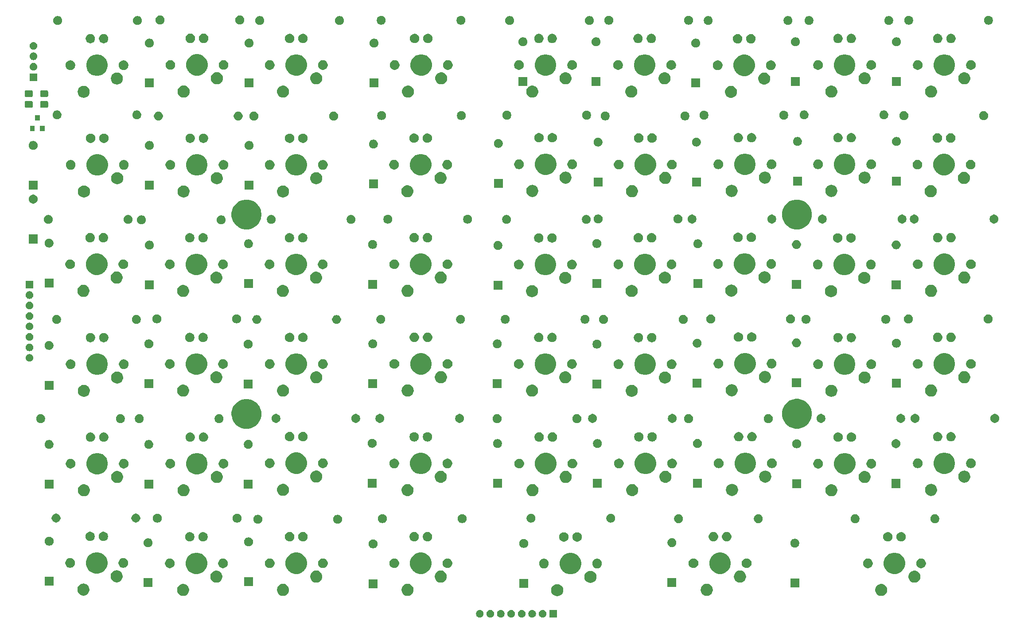
<source format=gbs>
%TF.GenerationSoftware,KiCad,Pcbnew,5.1.5+dfsg1-2build2*%
%TF.CreationDate,2021-08-29T11:58:19+02:00*%
%TF.ProjectId,BFK9kv2-left,42464b39-6b76-4322-9d6c-6566742e6b69,rev?*%
%TF.SameCoordinates,Original*%
%TF.FileFunction,Soldermask,Bot*%
%TF.FilePolarity,Negative*%
%FSLAX46Y46*%
G04 Gerber Fmt 4.6, Leading zero omitted, Abs format (unit mm)*
G04 Created by KiCad (PCBNEW 5.1.5+dfsg1-2build2) date 2021-08-29 11:58:19*
%MOMM*%
%LPD*%
G04 APERTURE LIST*
%ADD10C,0.150000*%
G04 APERTURE END LIST*
D10*
G36*
X147208000Y-164912000D02*
G01*
X145756000Y-164912000D01*
X145756000Y-163460000D01*
X147208000Y-163460000D01*
X147208000Y-164912000D01*
G37*
G36*
X132693766Y-163487899D02*
G01*
X132825888Y-163542626D01*
X132825890Y-163542627D01*
X132944798Y-163622079D01*
X133045921Y-163723202D01*
X133045922Y-163723204D01*
X133125374Y-163842112D01*
X133180101Y-163974234D01*
X133208000Y-164114494D01*
X133208000Y-164257506D01*
X133180101Y-164397766D01*
X133125374Y-164529888D01*
X133125373Y-164529890D01*
X133045921Y-164648798D01*
X132944798Y-164749921D01*
X132825890Y-164829373D01*
X132825889Y-164829374D01*
X132825888Y-164829374D01*
X132693766Y-164884101D01*
X132553506Y-164912000D01*
X132410494Y-164912000D01*
X132270234Y-164884101D01*
X132138112Y-164829374D01*
X132138111Y-164829374D01*
X132138110Y-164829373D01*
X132019202Y-164749921D01*
X131918079Y-164648798D01*
X131838627Y-164529890D01*
X131838626Y-164529888D01*
X131783899Y-164397766D01*
X131756000Y-164257506D01*
X131756000Y-164114494D01*
X131783899Y-163974234D01*
X131838626Y-163842112D01*
X131918078Y-163723204D01*
X131918079Y-163723202D01*
X132019202Y-163622079D01*
X132138110Y-163542627D01*
X132138112Y-163542626D01*
X132270234Y-163487899D01*
X132410494Y-163460000D01*
X132553506Y-163460000D01*
X132693766Y-163487899D01*
G37*
G36*
X134693766Y-163487899D02*
G01*
X134825888Y-163542626D01*
X134825890Y-163542627D01*
X134944798Y-163622079D01*
X135045921Y-163723202D01*
X135045922Y-163723204D01*
X135125374Y-163842112D01*
X135180101Y-163974234D01*
X135208000Y-164114494D01*
X135208000Y-164257506D01*
X135180101Y-164397766D01*
X135125374Y-164529888D01*
X135125373Y-164529890D01*
X135045921Y-164648798D01*
X134944798Y-164749921D01*
X134825890Y-164829373D01*
X134825889Y-164829374D01*
X134825888Y-164829374D01*
X134693766Y-164884101D01*
X134553506Y-164912000D01*
X134410494Y-164912000D01*
X134270234Y-164884101D01*
X134138112Y-164829374D01*
X134138111Y-164829374D01*
X134138110Y-164829373D01*
X134019202Y-164749921D01*
X133918079Y-164648798D01*
X133838627Y-164529890D01*
X133838626Y-164529888D01*
X133783899Y-164397766D01*
X133756000Y-164257506D01*
X133756000Y-164114494D01*
X133783899Y-163974234D01*
X133838626Y-163842112D01*
X133918078Y-163723204D01*
X133918079Y-163723202D01*
X134019202Y-163622079D01*
X134138110Y-163542627D01*
X134138112Y-163542626D01*
X134270234Y-163487899D01*
X134410494Y-163460000D01*
X134553506Y-163460000D01*
X134693766Y-163487899D01*
G37*
G36*
X136693766Y-163487899D02*
G01*
X136825888Y-163542626D01*
X136825890Y-163542627D01*
X136944798Y-163622079D01*
X137045921Y-163723202D01*
X137045922Y-163723204D01*
X137125374Y-163842112D01*
X137180101Y-163974234D01*
X137208000Y-164114494D01*
X137208000Y-164257506D01*
X137180101Y-164397766D01*
X137125374Y-164529888D01*
X137125373Y-164529890D01*
X137045921Y-164648798D01*
X136944798Y-164749921D01*
X136825890Y-164829373D01*
X136825889Y-164829374D01*
X136825888Y-164829374D01*
X136693766Y-164884101D01*
X136553506Y-164912000D01*
X136410494Y-164912000D01*
X136270234Y-164884101D01*
X136138112Y-164829374D01*
X136138111Y-164829374D01*
X136138110Y-164829373D01*
X136019202Y-164749921D01*
X135918079Y-164648798D01*
X135838627Y-164529890D01*
X135838626Y-164529888D01*
X135783899Y-164397766D01*
X135756000Y-164257506D01*
X135756000Y-164114494D01*
X135783899Y-163974234D01*
X135838626Y-163842112D01*
X135918078Y-163723204D01*
X135918079Y-163723202D01*
X136019202Y-163622079D01*
X136138110Y-163542627D01*
X136138112Y-163542626D01*
X136270234Y-163487899D01*
X136410494Y-163460000D01*
X136553506Y-163460000D01*
X136693766Y-163487899D01*
G37*
G36*
X138693766Y-163487899D02*
G01*
X138825888Y-163542626D01*
X138825890Y-163542627D01*
X138944798Y-163622079D01*
X139045921Y-163723202D01*
X139045922Y-163723204D01*
X139125374Y-163842112D01*
X139180101Y-163974234D01*
X139208000Y-164114494D01*
X139208000Y-164257506D01*
X139180101Y-164397766D01*
X139125374Y-164529888D01*
X139125373Y-164529890D01*
X139045921Y-164648798D01*
X138944798Y-164749921D01*
X138825890Y-164829373D01*
X138825889Y-164829374D01*
X138825888Y-164829374D01*
X138693766Y-164884101D01*
X138553506Y-164912000D01*
X138410494Y-164912000D01*
X138270234Y-164884101D01*
X138138112Y-164829374D01*
X138138111Y-164829374D01*
X138138110Y-164829373D01*
X138019202Y-164749921D01*
X137918079Y-164648798D01*
X137838627Y-164529890D01*
X137838626Y-164529888D01*
X137783899Y-164397766D01*
X137756000Y-164257506D01*
X137756000Y-164114494D01*
X137783899Y-163974234D01*
X137838626Y-163842112D01*
X137918078Y-163723204D01*
X137918079Y-163723202D01*
X138019202Y-163622079D01*
X138138110Y-163542627D01*
X138138112Y-163542626D01*
X138270234Y-163487899D01*
X138410494Y-163460000D01*
X138553506Y-163460000D01*
X138693766Y-163487899D01*
G37*
G36*
X142693766Y-163487899D02*
G01*
X142825888Y-163542626D01*
X142825890Y-163542627D01*
X142944798Y-163622079D01*
X143045921Y-163723202D01*
X143045922Y-163723204D01*
X143125374Y-163842112D01*
X143180101Y-163974234D01*
X143208000Y-164114494D01*
X143208000Y-164257506D01*
X143180101Y-164397766D01*
X143125374Y-164529888D01*
X143125373Y-164529890D01*
X143045921Y-164648798D01*
X142944798Y-164749921D01*
X142825890Y-164829373D01*
X142825889Y-164829374D01*
X142825888Y-164829374D01*
X142693766Y-164884101D01*
X142553506Y-164912000D01*
X142410494Y-164912000D01*
X142270234Y-164884101D01*
X142138112Y-164829374D01*
X142138111Y-164829374D01*
X142138110Y-164829373D01*
X142019202Y-164749921D01*
X141918079Y-164648798D01*
X141838627Y-164529890D01*
X141838626Y-164529888D01*
X141783899Y-164397766D01*
X141756000Y-164257506D01*
X141756000Y-164114494D01*
X141783899Y-163974234D01*
X141838626Y-163842112D01*
X141918078Y-163723204D01*
X141918079Y-163723202D01*
X142019202Y-163622079D01*
X142138110Y-163542627D01*
X142138112Y-163542626D01*
X142270234Y-163487899D01*
X142410494Y-163460000D01*
X142553506Y-163460000D01*
X142693766Y-163487899D01*
G37*
G36*
X140693766Y-163487899D02*
G01*
X140825888Y-163542626D01*
X140825890Y-163542627D01*
X140944798Y-163622079D01*
X141045921Y-163723202D01*
X141045922Y-163723204D01*
X141125374Y-163842112D01*
X141180101Y-163974234D01*
X141208000Y-164114494D01*
X141208000Y-164257506D01*
X141180101Y-164397766D01*
X141125374Y-164529888D01*
X141125373Y-164529890D01*
X141045921Y-164648798D01*
X140944798Y-164749921D01*
X140825890Y-164829373D01*
X140825889Y-164829374D01*
X140825888Y-164829374D01*
X140693766Y-164884101D01*
X140553506Y-164912000D01*
X140410494Y-164912000D01*
X140270234Y-164884101D01*
X140138112Y-164829374D01*
X140138111Y-164829374D01*
X140138110Y-164829373D01*
X140019202Y-164749921D01*
X139918079Y-164648798D01*
X139838627Y-164529890D01*
X139838626Y-164529888D01*
X139783899Y-164397766D01*
X139756000Y-164257506D01*
X139756000Y-164114494D01*
X139783899Y-163974234D01*
X139838626Y-163842112D01*
X139918078Y-163723204D01*
X139918079Y-163723202D01*
X140019202Y-163622079D01*
X140138110Y-163542627D01*
X140138112Y-163542626D01*
X140270234Y-163487899D01*
X140410494Y-163460000D01*
X140553506Y-163460000D01*
X140693766Y-163487899D01*
G37*
G36*
X144693766Y-163487899D02*
G01*
X144825888Y-163542626D01*
X144825890Y-163542627D01*
X144944798Y-163622079D01*
X145045921Y-163723202D01*
X145045922Y-163723204D01*
X145125374Y-163842112D01*
X145180101Y-163974234D01*
X145208000Y-164114494D01*
X145208000Y-164257506D01*
X145180101Y-164397766D01*
X145125374Y-164529888D01*
X145125373Y-164529890D01*
X145045921Y-164648798D01*
X144944798Y-164749921D01*
X144825890Y-164829373D01*
X144825889Y-164829374D01*
X144825888Y-164829374D01*
X144693766Y-164884101D01*
X144553506Y-164912000D01*
X144410494Y-164912000D01*
X144270234Y-164884101D01*
X144138112Y-164829374D01*
X144138111Y-164829374D01*
X144138110Y-164829373D01*
X144019202Y-164749921D01*
X143918079Y-164648798D01*
X143838627Y-164529890D01*
X143838626Y-164529888D01*
X143783899Y-164397766D01*
X143756000Y-164257506D01*
X143756000Y-164114494D01*
X143783899Y-163974234D01*
X143838626Y-163842112D01*
X143918078Y-163723204D01*
X143918079Y-163723202D01*
X144019202Y-163622079D01*
X144138110Y-163542627D01*
X144138112Y-163542626D01*
X144270234Y-163487899D01*
X144410494Y-163460000D01*
X144553506Y-163460000D01*
X144693766Y-163487899D01*
G37*
G36*
X147474023Y-158531232D02*
G01*
X147604734Y-158557232D01*
X147814203Y-158643997D01*
X148002720Y-158769960D01*
X148163040Y-158930280D01*
X148289003Y-159118797D01*
X148375768Y-159328266D01*
X148420000Y-159550636D01*
X148420000Y-159777364D01*
X148375768Y-159999734D01*
X148289003Y-160209203D01*
X148163040Y-160397720D01*
X148002720Y-160558040D01*
X147814203Y-160684003D01*
X147604734Y-160770768D01*
X147513075Y-160789000D01*
X147382365Y-160815000D01*
X147155635Y-160815000D01*
X147024925Y-160789000D01*
X146933266Y-160770768D01*
X146723797Y-160684003D01*
X146535280Y-160558040D01*
X146374960Y-160397720D01*
X146248997Y-160209203D01*
X146162232Y-159999734D01*
X146118000Y-159777364D01*
X146118000Y-159550636D01*
X146162232Y-159328266D01*
X146248997Y-159118797D01*
X146374960Y-158930280D01*
X146535280Y-158769960D01*
X146723797Y-158643997D01*
X146933266Y-158557232D01*
X147063977Y-158531232D01*
X147155635Y-158513000D01*
X147382365Y-158513000D01*
X147474023Y-158531232D01*
G37*
G36*
X75999023Y-158506232D02*
G01*
X76129734Y-158532232D01*
X76190089Y-158557232D01*
X76336787Y-158617996D01*
X76339203Y-158618997D01*
X76527720Y-158744960D01*
X76688040Y-158905280D01*
X76814003Y-159093797D01*
X76900768Y-159303266D01*
X76945000Y-159525636D01*
X76945000Y-159752364D01*
X76900768Y-159974734D01*
X76814003Y-160184203D01*
X76688040Y-160372720D01*
X76527720Y-160533040D01*
X76339203Y-160659003D01*
X76129734Y-160745768D01*
X76038075Y-160764000D01*
X75907365Y-160790000D01*
X75680635Y-160790000D01*
X75549925Y-160764000D01*
X75458266Y-160745768D01*
X75248797Y-160659003D01*
X75060280Y-160533040D01*
X74899960Y-160372720D01*
X74773997Y-160184203D01*
X74687232Y-159974734D01*
X74643000Y-159752364D01*
X74643000Y-159525636D01*
X74687232Y-159303266D01*
X74773997Y-159093797D01*
X74899960Y-158905280D01*
X75060280Y-158744960D01*
X75248797Y-158618997D01*
X75251214Y-158617996D01*
X75397911Y-158557232D01*
X75458266Y-158532232D01*
X75588977Y-158506232D01*
X75680635Y-158488000D01*
X75907365Y-158488000D01*
X75999023Y-158506232D01*
G37*
G36*
X209379050Y-158506232D02*
G01*
X209504734Y-158531232D01*
X209714203Y-158617997D01*
X209902720Y-158743960D01*
X210063040Y-158904280D01*
X210189003Y-159092797D01*
X210275768Y-159302266D01*
X210320000Y-159524636D01*
X210320000Y-159751364D01*
X210275768Y-159973734D01*
X210189003Y-160183203D01*
X210063040Y-160371720D01*
X209902720Y-160532040D01*
X209714203Y-160658003D01*
X209714202Y-160658004D01*
X209714201Y-160658004D01*
X209685800Y-160669768D01*
X209504734Y-160744768D01*
X209408048Y-160764000D01*
X209282365Y-160789000D01*
X209055635Y-160789000D01*
X208929952Y-160764000D01*
X208833266Y-160744768D01*
X208652200Y-160669768D01*
X208623799Y-160658004D01*
X208623798Y-160658004D01*
X208623797Y-160658003D01*
X208435280Y-160532040D01*
X208274960Y-160371720D01*
X208148997Y-160183203D01*
X208062232Y-159973734D01*
X208018000Y-159751364D01*
X208018000Y-159524636D01*
X208062232Y-159302266D01*
X208148997Y-159092797D01*
X208274960Y-158904280D01*
X208435280Y-158743960D01*
X208623797Y-158617997D01*
X208833266Y-158531232D01*
X208958950Y-158506232D01*
X209055635Y-158487000D01*
X209282365Y-158487000D01*
X209379050Y-158506232D01*
G37*
G36*
X176068549Y-158484116D02*
G01*
X176179734Y-158506232D01*
X176389203Y-158592997D01*
X176577720Y-158718960D01*
X176738040Y-158879280D01*
X176830594Y-159017797D01*
X176864004Y-159067799D01*
X176874773Y-159093797D01*
X176930058Y-159227267D01*
X176950768Y-159277267D01*
X176985055Y-159449636D01*
X176995000Y-159499636D01*
X176995000Y-159726364D01*
X176950768Y-159948734D01*
X176864003Y-160158203D01*
X176738040Y-160346720D01*
X176577720Y-160507040D01*
X176389203Y-160633003D01*
X176179734Y-160719768D01*
X176068549Y-160741884D01*
X175957365Y-160764000D01*
X175730635Y-160764000D01*
X175619451Y-160741884D01*
X175508266Y-160719768D01*
X175298797Y-160633003D01*
X175110280Y-160507040D01*
X174949960Y-160346720D01*
X174823997Y-160158203D01*
X174737232Y-159948734D01*
X174693000Y-159726364D01*
X174693000Y-159499636D01*
X174702946Y-159449636D01*
X174737232Y-159277267D01*
X174757943Y-159227267D01*
X174813227Y-159093797D01*
X174823996Y-159067799D01*
X174857406Y-159017797D01*
X174949960Y-158879280D01*
X175110280Y-158718960D01*
X175298797Y-158592997D01*
X175508266Y-158506232D01*
X175619451Y-158484116D01*
X175730635Y-158462000D01*
X175957365Y-158462000D01*
X176068549Y-158484116D01*
G37*
G36*
X118893549Y-158484116D02*
G01*
X119004734Y-158506232D01*
X119214203Y-158592997D01*
X119402720Y-158718960D01*
X119563040Y-158879280D01*
X119655594Y-159017797D01*
X119689004Y-159067799D01*
X119699773Y-159093797D01*
X119755058Y-159227267D01*
X119775768Y-159277267D01*
X119810055Y-159449636D01*
X119820000Y-159499636D01*
X119820000Y-159726364D01*
X119775768Y-159948734D01*
X119689003Y-160158203D01*
X119563040Y-160346720D01*
X119402720Y-160507040D01*
X119214203Y-160633003D01*
X119004734Y-160719768D01*
X118893549Y-160741884D01*
X118782365Y-160764000D01*
X118555635Y-160764000D01*
X118444451Y-160741884D01*
X118333266Y-160719768D01*
X118123797Y-160633003D01*
X117935280Y-160507040D01*
X117774960Y-160346720D01*
X117648997Y-160158203D01*
X117562232Y-159948734D01*
X117518000Y-159726364D01*
X117518000Y-159499636D01*
X117527946Y-159449636D01*
X117562232Y-159277267D01*
X117582943Y-159227267D01*
X117638227Y-159093797D01*
X117648996Y-159067799D01*
X117682406Y-159017797D01*
X117774960Y-158879280D01*
X117935280Y-158718960D01*
X118123797Y-158592997D01*
X118333266Y-158506232D01*
X118444451Y-158484116D01*
X118555635Y-158462000D01*
X118782365Y-158462000D01*
X118893549Y-158484116D01*
G37*
G36*
X95093949Y-158484116D02*
G01*
X95205134Y-158506232D01*
X95414603Y-158592997D01*
X95603120Y-158718960D01*
X95763440Y-158879280D01*
X95855994Y-159017797D01*
X95889404Y-159067799D01*
X95900173Y-159093797D01*
X95955458Y-159227267D01*
X95976168Y-159277267D01*
X96010455Y-159449636D01*
X96020400Y-159499636D01*
X96020400Y-159726364D01*
X95976168Y-159948734D01*
X95889403Y-160158203D01*
X95763440Y-160346720D01*
X95603120Y-160507040D01*
X95414603Y-160633003D01*
X95205134Y-160719768D01*
X95093949Y-160741884D01*
X94982765Y-160764000D01*
X94756035Y-160764000D01*
X94644851Y-160741884D01*
X94533666Y-160719768D01*
X94324197Y-160633003D01*
X94135680Y-160507040D01*
X93975360Y-160346720D01*
X93849397Y-160158203D01*
X93762632Y-159948734D01*
X93718400Y-159726364D01*
X93718400Y-159499636D01*
X93728346Y-159449636D01*
X93762632Y-159277267D01*
X93783343Y-159227267D01*
X93838627Y-159093797D01*
X93849396Y-159067799D01*
X93882806Y-159017797D01*
X93975360Y-158879280D01*
X94135680Y-158718960D01*
X94324197Y-158592997D01*
X94533666Y-158506232D01*
X94644851Y-158484116D01*
X94756035Y-158462000D01*
X94982765Y-158462000D01*
X95093949Y-158484116D01*
G37*
G36*
X56968149Y-158434116D02*
G01*
X57079334Y-158456232D01*
X57288803Y-158542997D01*
X57477320Y-158668960D01*
X57637640Y-158829280D01*
X57763603Y-159017797D01*
X57850368Y-159227266D01*
X57860314Y-159277267D01*
X57894600Y-159449635D01*
X57894600Y-159676365D01*
X57884654Y-159726365D01*
X57850368Y-159898734D01*
X57763603Y-160108203D01*
X57637640Y-160296720D01*
X57477320Y-160457040D01*
X57288803Y-160583003D01*
X57079334Y-160669768D01*
X56968149Y-160691884D01*
X56856965Y-160714000D01*
X56630235Y-160714000D01*
X56519051Y-160691884D01*
X56407866Y-160669768D01*
X56198397Y-160583003D01*
X56009880Y-160457040D01*
X55849560Y-160296720D01*
X55723597Y-160108203D01*
X55636832Y-159898734D01*
X55602546Y-159726365D01*
X55592600Y-159676365D01*
X55592600Y-159449635D01*
X55626886Y-159277267D01*
X55636832Y-159227266D01*
X55723597Y-159017797D01*
X55849560Y-158829280D01*
X56009880Y-158668960D01*
X56198397Y-158542997D01*
X56407866Y-158456232D01*
X56519051Y-158434116D01*
X56630235Y-158412000D01*
X56856965Y-158412000D01*
X56968149Y-158434116D01*
G37*
G36*
X112941000Y-159296000D02*
G01*
X111239000Y-159296000D01*
X111239000Y-157594000D01*
X112941000Y-157594000D01*
X112941000Y-159296000D01*
G37*
G36*
X141719000Y-159220000D02*
G01*
X140017000Y-159220000D01*
X140017000Y-157518000D01*
X141719000Y-157518000D01*
X141719000Y-159220000D01*
G37*
G36*
X193510000Y-159169000D02*
G01*
X191808000Y-159169000D01*
X191808000Y-157467000D01*
X193510000Y-157467000D01*
X193510000Y-159169000D01*
G37*
G36*
X69939000Y-159093000D02*
G01*
X68237000Y-159093000D01*
X68237000Y-157391000D01*
X69939000Y-157391000D01*
X69939000Y-159093000D01*
G37*
G36*
X170040000Y-159067000D02*
G01*
X168338000Y-159067000D01*
X168338000Y-157365000D01*
X170040000Y-157365000D01*
X170040000Y-159067000D01*
G37*
G36*
X89141400Y-158915000D02*
G01*
X87439400Y-158915000D01*
X87439400Y-157213000D01*
X89141400Y-157213000D01*
X89141400Y-158915000D01*
G37*
G36*
X51041400Y-158788000D02*
G01*
X49339400Y-158788000D01*
X49339400Y-157086000D01*
X51041400Y-157086000D01*
X51041400Y-158788000D01*
G37*
G36*
X153824023Y-155991232D02*
G01*
X153954734Y-156017232D01*
X154164203Y-156103997D01*
X154352720Y-156229960D01*
X154513040Y-156390280D01*
X154639003Y-156578797D01*
X154725768Y-156788266D01*
X154770000Y-157010636D01*
X154770000Y-157237364D01*
X154725768Y-157459734D01*
X154639003Y-157669203D01*
X154513040Y-157857720D01*
X154352720Y-158018040D01*
X154164203Y-158144003D01*
X153954734Y-158230768D01*
X153863075Y-158249000D01*
X153732365Y-158275000D01*
X153505635Y-158275000D01*
X153374925Y-158249000D01*
X153283266Y-158230768D01*
X153073797Y-158144003D01*
X152885280Y-158018040D01*
X152724960Y-157857720D01*
X152598997Y-157669203D01*
X152512232Y-157459734D01*
X152468000Y-157237364D01*
X152468000Y-157010636D01*
X152512232Y-156788266D01*
X152598997Y-156578797D01*
X152724960Y-156390280D01*
X152885280Y-156229960D01*
X153073797Y-156103997D01*
X153283266Y-156017232D01*
X153413977Y-155991232D01*
X153505635Y-155973000D01*
X153732365Y-155973000D01*
X153824023Y-155991232D01*
G37*
G36*
X82349023Y-155966232D02*
G01*
X82479734Y-155992232D01*
X82540089Y-156017232D01*
X82686787Y-156077996D01*
X82689203Y-156078997D01*
X82877720Y-156204960D01*
X83038040Y-156365280D01*
X83163336Y-156552799D01*
X83164004Y-156553799D01*
X83164991Y-156556182D01*
X83250354Y-156762266D01*
X83250768Y-156763267D01*
X83295000Y-156985635D01*
X83295000Y-157212365D01*
X83290027Y-157237364D01*
X83250768Y-157434734D01*
X83164003Y-157644203D01*
X83038040Y-157832720D01*
X82877720Y-157993040D01*
X82689203Y-158119003D01*
X82479734Y-158205768D01*
X82388075Y-158224000D01*
X82257365Y-158250000D01*
X82030635Y-158250000D01*
X81899925Y-158224000D01*
X81808266Y-158205768D01*
X81598797Y-158119003D01*
X81410280Y-157993040D01*
X81249960Y-157832720D01*
X81123997Y-157644203D01*
X81037232Y-157434734D01*
X80997973Y-157237364D01*
X80993000Y-157212365D01*
X80993000Y-156985635D01*
X81037232Y-156763267D01*
X81037647Y-156762266D01*
X81123009Y-156556182D01*
X81123996Y-156553799D01*
X81124664Y-156552799D01*
X81249960Y-156365280D01*
X81410280Y-156204960D01*
X81598797Y-156078997D01*
X81601214Y-156077996D01*
X81747911Y-156017232D01*
X81808266Y-155992232D01*
X81938977Y-155966232D01*
X82030635Y-155948000D01*
X82257365Y-155948000D01*
X82349023Y-155966232D01*
G37*
G36*
X215729050Y-155966232D02*
G01*
X215854734Y-155991232D01*
X216064203Y-156077997D01*
X216252720Y-156203960D01*
X216413040Y-156364280D01*
X216539003Y-156552797D01*
X216625768Y-156762266D01*
X216670000Y-156984636D01*
X216670000Y-157211364D01*
X216625768Y-157433734D01*
X216539003Y-157643203D01*
X216413040Y-157831720D01*
X216252720Y-157992040D01*
X216064203Y-158118003D01*
X216064202Y-158118004D01*
X216064201Y-158118004D01*
X216035800Y-158129768D01*
X215854734Y-158204768D01*
X215758048Y-158224000D01*
X215632365Y-158249000D01*
X215405635Y-158249000D01*
X215279952Y-158224000D01*
X215183266Y-158204768D01*
X215002200Y-158129768D01*
X214973799Y-158118004D01*
X214973798Y-158118004D01*
X214973797Y-158118003D01*
X214785280Y-157992040D01*
X214624960Y-157831720D01*
X214498997Y-157643203D01*
X214412232Y-157433734D01*
X214368000Y-157211364D01*
X214368000Y-156984636D01*
X214412232Y-156762266D01*
X214498997Y-156552797D01*
X214624960Y-156364280D01*
X214785280Y-156203960D01*
X214973797Y-156077997D01*
X215183266Y-155991232D01*
X215308950Y-155966232D01*
X215405635Y-155947000D01*
X215632365Y-155947000D01*
X215729050Y-155966232D01*
G37*
G36*
X125243549Y-155944116D02*
G01*
X125354734Y-155966232D01*
X125564203Y-156052997D01*
X125752720Y-156178960D01*
X125913040Y-156339280D01*
X125990483Y-156455182D01*
X126039004Y-156527799D01*
X126060128Y-156578797D01*
X126105058Y-156687267D01*
X126125768Y-156737267D01*
X126160055Y-156909636D01*
X126170000Y-156959636D01*
X126170000Y-157186364D01*
X126125768Y-157408734D01*
X126039003Y-157618203D01*
X125913040Y-157806720D01*
X125752720Y-157967040D01*
X125564203Y-158093003D01*
X125354734Y-158179768D01*
X125243549Y-158201884D01*
X125132365Y-158224000D01*
X124905635Y-158224000D01*
X124794451Y-158201884D01*
X124683266Y-158179768D01*
X124473797Y-158093003D01*
X124285280Y-157967040D01*
X124124960Y-157806720D01*
X123998997Y-157618203D01*
X123912232Y-157408734D01*
X123868000Y-157186364D01*
X123868000Y-156959636D01*
X123877946Y-156909636D01*
X123912232Y-156737267D01*
X123932943Y-156687267D01*
X123977872Y-156578797D01*
X123998996Y-156527799D01*
X124047517Y-156455182D01*
X124124960Y-156339280D01*
X124285280Y-156178960D01*
X124473797Y-156052997D01*
X124683266Y-155966232D01*
X124794451Y-155944116D01*
X124905635Y-155922000D01*
X125132365Y-155922000D01*
X125243549Y-155944116D01*
G37*
G36*
X101443949Y-155944116D02*
G01*
X101555134Y-155966232D01*
X101764603Y-156052997D01*
X101953120Y-156178960D01*
X102113440Y-156339280D01*
X102190883Y-156455182D01*
X102239404Y-156527799D01*
X102260528Y-156578797D01*
X102305458Y-156687267D01*
X102326168Y-156737267D01*
X102360455Y-156909636D01*
X102370400Y-156959636D01*
X102370400Y-157186364D01*
X102326168Y-157408734D01*
X102239403Y-157618203D01*
X102113440Y-157806720D01*
X101953120Y-157967040D01*
X101764603Y-158093003D01*
X101555134Y-158179768D01*
X101443949Y-158201884D01*
X101332765Y-158224000D01*
X101106035Y-158224000D01*
X100994851Y-158201884D01*
X100883666Y-158179768D01*
X100674197Y-158093003D01*
X100485680Y-157967040D01*
X100325360Y-157806720D01*
X100199397Y-157618203D01*
X100112632Y-157408734D01*
X100068400Y-157186364D01*
X100068400Y-156959636D01*
X100078346Y-156909636D01*
X100112632Y-156737267D01*
X100133343Y-156687267D01*
X100178272Y-156578797D01*
X100199396Y-156527799D01*
X100247917Y-156455182D01*
X100325360Y-156339280D01*
X100485680Y-156178960D01*
X100674197Y-156052997D01*
X100883666Y-155966232D01*
X100994851Y-155944116D01*
X101106035Y-155922000D01*
X101332765Y-155922000D01*
X101443949Y-155944116D01*
G37*
G36*
X182418549Y-155944116D02*
G01*
X182529734Y-155966232D01*
X182739203Y-156052997D01*
X182927720Y-156178960D01*
X183088040Y-156339280D01*
X183165483Y-156455182D01*
X183214004Y-156527799D01*
X183235128Y-156578797D01*
X183280058Y-156687267D01*
X183300768Y-156737267D01*
X183335055Y-156909636D01*
X183345000Y-156959636D01*
X183345000Y-157186364D01*
X183300768Y-157408734D01*
X183214003Y-157618203D01*
X183088040Y-157806720D01*
X182927720Y-157967040D01*
X182739203Y-158093003D01*
X182529734Y-158179768D01*
X182418549Y-158201884D01*
X182307365Y-158224000D01*
X182080635Y-158224000D01*
X181969451Y-158201884D01*
X181858266Y-158179768D01*
X181648797Y-158093003D01*
X181460280Y-157967040D01*
X181299960Y-157806720D01*
X181173997Y-157618203D01*
X181087232Y-157408734D01*
X181043000Y-157186364D01*
X181043000Y-156959636D01*
X181052946Y-156909636D01*
X181087232Y-156737267D01*
X181107943Y-156687267D01*
X181152872Y-156578797D01*
X181173996Y-156527799D01*
X181222517Y-156455182D01*
X181299960Y-156339280D01*
X181460280Y-156178960D01*
X181648797Y-156052997D01*
X181858266Y-155966232D01*
X181969451Y-155944116D01*
X182080635Y-155922000D01*
X182307365Y-155922000D01*
X182418549Y-155944116D01*
G37*
G36*
X63304676Y-155891436D02*
G01*
X63429334Y-155916232D01*
X63638803Y-156002997D01*
X63827320Y-156128960D01*
X63987640Y-156289280D01*
X64113603Y-156477797D01*
X64200368Y-156687266D01*
X64210314Y-156737267D01*
X64244600Y-156909635D01*
X64244600Y-157136365D01*
X64234654Y-157186365D01*
X64200368Y-157358734D01*
X64113603Y-157568203D01*
X63987640Y-157756720D01*
X63827320Y-157917040D01*
X63638803Y-158043003D01*
X63429334Y-158129768D01*
X63318149Y-158151884D01*
X63206965Y-158174000D01*
X62980235Y-158174000D01*
X62869051Y-158151884D01*
X62757866Y-158129768D01*
X62548397Y-158043003D01*
X62359880Y-157917040D01*
X62199560Y-157756720D01*
X62073597Y-157568203D01*
X61986832Y-157358734D01*
X61952546Y-157186365D01*
X61942600Y-157136365D01*
X61942600Y-156909635D01*
X61976886Y-156737267D01*
X61986832Y-156687266D01*
X62073597Y-156477797D01*
X62199560Y-156289280D01*
X62359880Y-156128960D01*
X62548397Y-156002997D01*
X62757866Y-155916232D01*
X62882524Y-155891436D01*
X62980235Y-155872000D01*
X63206965Y-155872000D01*
X63304676Y-155891436D01*
G37*
G36*
X150407254Y-152611818D02*
G01*
X150780511Y-152766426D01*
X150780513Y-152766427D01*
X151116436Y-152990884D01*
X151402116Y-153276564D01*
X151622907Y-153607000D01*
X151626574Y-153612489D01*
X151781182Y-153985746D01*
X151860000Y-154381993D01*
X151860000Y-154786007D01*
X151781182Y-155182254D01*
X151626574Y-155555511D01*
X151626573Y-155555513D01*
X151402116Y-155891436D01*
X151116436Y-156177116D01*
X150780513Y-156401573D01*
X150780512Y-156401574D01*
X150780511Y-156401574D01*
X150407254Y-156556182D01*
X150011007Y-156635000D01*
X149606993Y-156635000D01*
X149210746Y-156556182D01*
X148837489Y-156401574D01*
X148837488Y-156401574D01*
X148837487Y-156401573D01*
X148501564Y-156177116D01*
X148215884Y-155891436D01*
X147991427Y-155555513D01*
X147991426Y-155555511D01*
X147836818Y-155182254D01*
X147758000Y-154786007D01*
X147758000Y-154381993D01*
X147836818Y-153985746D01*
X147991426Y-153612489D01*
X147995094Y-153607000D01*
X148215884Y-153276564D01*
X148501564Y-152990884D01*
X148837487Y-152766427D01*
X148837489Y-152766426D01*
X149210746Y-152611818D01*
X149606993Y-152533000D01*
X150011007Y-152533000D01*
X150407254Y-152611818D01*
G37*
G36*
X78932254Y-152586818D02*
G01*
X79303099Y-152740427D01*
X79305513Y-152741427D01*
X79641436Y-152965884D01*
X79927116Y-153251564D01*
X80150905Y-153586487D01*
X80151574Y-153587489D01*
X80306182Y-153960746D01*
X80385000Y-154356993D01*
X80385000Y-154761007D01*
X80306182Y-155157254D01*
X80162343Y-155504513D01*
X80151573Y-155530513D01*
X79927116Y-155866436D01*
X79641436Y-156152116D01*
X79305513Y-156376573D01*
X79305512Y-156376574D01*
X79305511Y-156376574D01*
X78932254Y-156531182D01*
X78536007Y-156610000D01*
X78131993Y-156610000D01*
X77735746Y-156531182D01*
X77362489Y-156376574D01*
X77362488Y-156376574D01*
X77362487Y-156376573D01*
X77026564Y-156152116D01*
X76740884Y-155866436D01*
X76516427Y-155530513D01*
X76505657Y-155504513D01*
X76361818Y-155157254D01*
X76283000Y-154761007D01*
X76283000Y-154356993D01*
X76361818Y-153960746D01*
X76516426Y-153587489D01*
X76517096Y-153586487D01*
X76740884Y-153251564D01*
X77026564Y-152965884D01*
X77362487Y-152741427D01*
X77364901Y-152740427D01*
X77735746Y-152586818D01*
X78131993Y-152508000D01*
X78536007Y-152508000D01*
X78932254Y-152586818D01*
G37*
G36*
X212307254Y-152585818D02*
G01*
X212680511Y-152740426D01*
X212680513Y-152740427D01*
X213016436Y-152964884D01*
X213302116Y-153250564D01*
X213509869Y-153561487D01*
X213526574Y-153586489D01*
X213681182Y-153959746D01*
X213760000Y-154355993D01*
X213760000Y-154760007D01*
X213681182Y-155156254D01*
X213534656Y-155510000D01*
X213526573Y-155529513D01*
X213302116Y-155865436D01*
X213016436Y-156151116D01*
X212680513Y-156375573D01*
X212680512Y-156375574D01*
X212680511Y-156375574D01*
X212307254Y-156530182D01*
X211911007Y-156609000D01*
X211506993Y-156609000D01*
X211110746Y-156530182D01*
X210737489Y-156375574D01*
X210737488Y-156375574D01*
X210737487Y-156375573D01*
X210401564Y-156151116D01*
X210115884Y-155865436D01*
X209891427Y-155529513D01*
X209883344Y-155510000D01*
X209736818Y-155156254D01*
X209658000Y-154760007D01*
X209658000Y-154355993D01*
X209736818Y-153959746D01*
X209891426Y-153586489D01*
X209908132Y-153561487D01*
X210115884Y-153250564D01*
X210401564Y-152964884D01*
X210737487Y-152740427D01*
X210737489Y-152740426D01*
X211110746Y-152585818D01*
X211506993Y-152507000D01*
X211911007Y-152507000D01*
X212307254Y-152585818D01*
G37*
G36*
X121807254Y-152560818D02*
G01*
X122180511Y-152715426D01*
X122180513Y-152715427D01*
X122441606Y-152889884D01*
X122516436Y-152939884D01*
X122802116Y-153225564D01*
X123026574Y-153561489D01*
X123181182Y-153934746D01*
X123260000Y-154330993D01*
X123260000Y-154735007D01*
X123181182Y-155131254D01*
X123039040Y-155474415D01*
X123026573Y-155504513D01*
X122802116Y-155840436D01*
X122516436Y-156126116D01*
X122180513Y-156350573D01*
X122180512Y-156350574D01*
X122180511Y-156350574D01*
X121807254Y-156505182D01*
X121411007Y-156584000D01*
X121006993Y-156584000D01*
X120610746Y-156505182D01*
X120237489Y-156350574D01*
X120237488Y-156350574D01*
X120237487Y-156350573D01*
X119901564Y-156126116D01*
X119615884Y-155840436D01*
X119391427Y-155504513D01*
X119378960Y-155474415D01*
X119236818Y-155131254D01*
X119158000Y-154735007D01*
X119158000Y-154330993D01*
X119236818Y-153934746D01*
X119391426Y-153561489D01*
X119615884Y-153225564D01*
X119901564Y-152939884D01*
X119976394Y-152889884D01*
X120237487Y-152715427D01*
X120237489Y-152715426D01*
X120610746Y-152560818D01*
X121006993Y-152482000D01*
X121411007Y-152482000D01*
X121807254Y-152560818D01*
G37*
G36*
X178982254Y-152560818D02*
G01*
X179355511Y-152715426D01*
X179355513Y-152715427D01*
X179616606Y-152889884D01*
X179691436Y-152939884D01*
X179977116Y-153225564D01*
X180201574Y-153561489D01*
X180356182Y-153934746D01*
X180435000Y-154330993D01*
X180435000Y-154735007D01*
X180356182Y-155131254D01*
X180214040Y-155474415D01*
X180201573Y-155504513D01*
X179977116Y-155840436D01*
X179691436Y-156126116D01*
X179355513Y-156350573D01*
X179355512Y-156350574D01*
X179355511Y-156350574D01*
X178982254Y-156505182D01*
X178586007Y-156584000D01*
X178181993Y-156584000D01*
X177785746Y-156505182D01*
X177412489Y-156350574D01*
X177412488Y-156350574D01*
X177412487Y-156350573D01*
X177076564Y-156126116D01*
X176790884Y-155840436D01*
X176566427Y-155504513D01*
X176553960Y-155474415D01*
X176411818Y-155131254D01*
X176333000Y-154735007D01*
X176333000Y-154330993D01*
X176411818Y-153934746D01*
X176566426Y-153561489D01*
X176790884Y-153225564D01*
X177076564Y-152939884D01*
X177151394Y-152889884D01*
X177412487Y-152715427D01*
X177412489Y-152715426D01*
X177785746Y-152560818D01*
X178181993Y-152482000D01*
X178586007Y-152482000D01*
X178982254Y-152560818D01*
G37*
G36*
X98007654Y-152560818D02*
G01*
X98380911Y-152715426D01*
X98380913Y-152715427D01*
X98642006Y-152889884D01*
X98716836Y-152939884D01*
X99002516Y-153225564D01*
X99226974Y-153561489D01*
X99381582Y-153934746D01*
X99460400Y-154330993D01*
X99460400Y-154735007D01*
X99381582Y-155131254D01*
X99239440Y-155474415D01*
X99226973Y-155504513D01*
X99002516Y-155840436D01*
X98716836Y-156126116D01*
X98380913Y-156350573D01*
X98380912Y-156350574D01*
X98380911Y-156350574D01*
X98007654Y-156505182D01*
X97611407Y-156584000D01*
X97207393Y-156584000D01*
X96811146Y-156505182D01*
X96437889Y-156350574D01*
X96437888Y-156350574D01*
X96437887Y-156350573D01*
X96101964Y-156126116D01*
X95816284Y-155840436D01*
X95591827Y-155504513D01*
X95579360Y-155474415D01*
X95437218Y-155131254D01*
X95358400Y-154735007D01*
X95358400Y-154330993D01*
X95437218Y-153934746D01*
X95591826Y-153561489D01*
X95816284Y-153225564D01*
X96101964Y-152939884D01*
X96176794Y-152889884D01*
X96437887Y-152715427D01*
X96437889Y-152715426D01*
X96811146Y-152560818D01*
X97207393Y-152482000D01*
X97611407Y-152482000D01*
X98007654Y-152560818D01*
G37*
G36*
X59881854Y-152510818D02*
G01*
X60255111Y-152665426D01*
X60255113Y-152665427D01*
X60406268Y-152766426D01*
X60591036Y-152889884D01*
X60876716Y-153175564D01*
X61101174Y-153511489D01*
X61255782Y-153884746D01*
X61334600Y-154280993D01*
X61334600Y-154685007D01*
X61255782Y-155081254D01*
X61121843Y-155404611D01*
X61101173Y-155454513D01*
X60876716Y-155790436D01*
X60591036Y-156076116D01*
X60255113Y-156300573D01*
X60255112Y-156300574D01*
X60255111Y-156300574D01*
X59881854Y-156455182D01*
X59485607Y-156534000D01*
X59081593Y-156534000D01*
X58685346Y-156455182D01*
X58312089Y-156300574D01*
X58312088Y-156300574D01*
X58312087Y-156300573D01*
X57976164Y-156076116D01*
X57690484Y-155790436D01*
X57466027Y-155454513D01*
X57445357Y-155404611D01*
X57311418Y-155081254D01*
X57232600Y-154685007D01*
X57232600Y-154280993D01*
X57311418Y-153884746D01*
X57466026Y-153511489D01*
X57690484Y-153175564D01*
X57976164Y-152889884D01*
X58160932Y-152766426D01*
X58312087Y-152665427D01*
X58312089Y-152665426D01*
X58685346Y-152510818D01*
X59081593Y-152432000D01*
X59485607Y-152432000D01*
X59881854Y-152510818D01*
G37*
G36*
X144999104Y-153693585D02*
G01*
X145167626Y-153763389D01*
X145319291Y-153864728D01*
X145448272Y-153993709D01*
X145549611Y-154145374D01*
X145619415Y-154313896D01*
X145655000Y-154492797D01*
X145655000Y-154675203D01*
X145619415Y-154854104D01*
X145549611Y-155022626D01*
X145448272Y-155174291D01*
X145319291Y-155303272D01*
X145167626Y-155404611D01*
X144999104Y-155474415D01*
X144820203Y-155510000D01*
X144637797Y-155510000D01*
X144458896Y-155474415D01*
X144290374Y-155404611D01*
X144138709Y-155303272D01*
X144009728Y-155174291D01*
X143908389Y-155022626D01*
X143838585Y-154854104D01*
X143803000Y-154675203D01*
X143803000Y-154492797D01*
X143838585Y-154313896D01*
X143908389Y-154145374D01*
X144009728Y-153993709D01*
X144138709Y-153864728D01*
X144290374Y-153763389D01*
X144458896Y-153693585D01*
X144637797Y-153658000D01*
X144820203Y-153658000D01*
X144999104Y-153693585D01*
G37*
G36*
X155159104Y-153693585D02*
G01*
X155327626Y-153763389D01*
X155479291Y-153864728D01*
X155608272Y-153993709D01*
X155709611Y-154145374D01*
X155779415Y-154313896D01*
X155815000Y-154492797D01*
X155815000Y-154675203D01*
X155779415Y-154854104D01*
X155709611Y-155022626D01*
X155608272Y-155174291D01*
X155479291Y-155303272D01*
X155327626Y-155404611D01*
X155159104Y-155474415D01*
X154980203Y-155510000D01*
X154797797Y-155510000D01*
X154618896Y-155474415D01*
X154450374Y-155404611D01*
X154298709Y-155303272D01*
X154169728Y-155174291D01*
X154068389Y-155022626D01*
X153998585Y-154854104D01*
X153963000Y-154675203D01*
X153963000Y-154492797D01*
X153998585Y-154313896D01*
X154068389Y-154145374D01*
X154169728Y-153993709D01*
X154298709Y-153864728D01*
X154450374Y-153763389D01*
X154618896Y-153693585D01*
X154797797Y-153658000D01*
X154980203Y-153658000D01*
X155159104Y-153693585D01*
G37*
G36*
X83684104Y-153668585D02*
G01*
X83852626Y-153738389D01*
X84004291Y-153839728D01*
X84133272Y-153968709D01*
X84234611Y-154120374D01*
X84304415Y-154288896D01*
X84340000Y-154467797D01*
X84340000Y-154650203D01*
X84304415Y-154829104D01*
X84234611Y-154997626D01*
X84133272Y-155149291D01*
X84004291Y-155278272D01*
X83852626Y-155379611D01*
X83684104Y-155449415D01*
X83505203Y-155485000D01*
X83322797Y-155485000D01*
X83143896Y-155449415D01*
X82975374Y-155379611D01*
X82823709Y-155278272D01*
X82694728Y-155149291D01*
X82593389Y-154997626D01*
X82523585Y-154829104D01*
X82488000Y-154650203D01*
X82488000Y-154467797D01*
X82523585Y-154288896D01*
X82593389Y-154120374D01*
X82694728Y-153968709D01*
X82823709Y-153839728D01*
X82975374Y-153738389D01*
X83143896Y-153668585D01*
X83322797Y-153633000D01*
X83505203Y-153633000D01*
X83684104Y-153668585D01*
G37*
G36*
X73524104Y-153668585D02*
G01*
X73692626Y-153738389D01*
X73844291Y-153839728D01*
X73973272Y-153968709D01*
X74074611Y-154120374D01*
X74144415Y-154288896D01*
X74180000Y-154467797D01*
X74180000Y-154650203D01*
X74144415Y-154829104D01*
X74074611Y-154997626D01*
X73973272Y-155149291D01*
X73844291Y-155278272D01*
X73692626Y-155379611D01*
X73524104Y-155449415D01*
X73345203Y-155485000D01*
X73162797Y-155485000D01*
X72983896Y-155449415D01*
X72815374Y-155379611D01*
X72663709Y-155278272D01*
X72534728Y-155149291D01*
X72433389Y-154997626D01*
X72363585Y-154829104D01*
X72328000Y-154650203D01*
X72328000Y-154467797D01*
X72363585Y-154288896D01*
X72433389Y-154120374D01*
X72534728Y-153968709D01*
X72663709Y-153839728D01*
X72815374Y-153738389D01*
X72983896Y-153668585D01*
X73162797Y-153633000D01*
X73345203Y-153633000D01*
X73524104Y-153668585D01*
G37*
G36*
X217059104Y-153667585D02*
G01*
X217227626Y-153737389D01*
X217379291Y-153838728D01*
X217508272Y-153967709D01*
X217609611Y-154119374D01*
X217679415Y-154287896D01*
X217715000Y-154466797D01*
X217715000Y-154649203D01*
X217679415Y-154828104D01*
X217609611Y-154996626D01*
X217508272Y-155148291D01*
X217379291Y-155277272D01*
X217227626Y-155378611D01*
X217059104Y-155448415D01*
X216880203Y-155484000D01*
X216697797Y-155484000D01*
X216518896Y-155448415D01*
X216350374Y-155378611D01*
X216198709Y-155277272D01*
X216069728Y-155148291D01*
X215968389Y-154996626D01*
X215898585Y-154828104D01*
X215863000Y-154649203D01*
X215863000Y-154466797D01*
X215898585Y-154287896D01*
X215968389Y-154119374D01*
X216069728Y-153967709D01*
X216198709Y-153838728D01*
X216350374Y-153737389D01*
X216518896Y-153667585D01*
X216697797Y-153632000D01*
X216880203Y-153632000D01*
X217059104Y-153667585D01*
G37*
G36*
X206899104Y-153667585D02*
G01*
X207067626Y-153737389D01*
X207219291Y-153838728D01*
X207348272Y-153967709D01*
X207449611Y-154119374D01*
X207519415Y-154287896D01*
X207555000Y-154466797D01*
X207555000Y-154649203D01*
X207519415Y-154828104D01*
X207449611Y-154996626D01*
X207348272Y-155148291D01*
X207219291Y-155277272D01*
X207067626Y-155378611D01*
X206899104Y-155448415D01*
X206720203Y-155484000D01*
X206537797Y-155484000D01*
X206358896Y-155448415D01*
X206190374Y-155378611D01*
X206038709Y-155277272D01*
X205909728Y-155148291D01*
X205808389Y-154996626D01*
X205738585Y-154828104D01*
X205703000Y-154649203D01*
X205703000Y-154466797D01*
X205738585Y-154287896D01*
X205808389Y-154119374D01*
X205909728Y-153967709D01*
X206038709Y-153838728D01*
X206190374Y-153737389D01*
X206358896Y-153667585D01*
X206537797Y-153632000D01*
X206720203Y-153632000D01*
X206899104Y-153667585D01*
G37*
G36*
X102759504Y-153642585D02*
G01*
X102928026Y-153712389D01*
X103079691Y-153813728D01*
X103208672Y-153942709D01*
X103310011Y-154094374D01*
X103379815Y-154262896D01*
X103415400Y-154441797D01*
X103415400Y-154624203D01*
X103379815Y-154803104D01*
X103310011Y-154971626D01*
X103208672Y-155123291D01*
X103079691Y-155252272D01*
X102928026Y-155353611D01*
X102759504Y-155423415D01*
X102580603Y-155459000D01*
X102398197Y-155459000D01*
X102219296Y-155423415D01*
X102050774Y-155353611D01*
X101899109Y-155252272D01*
X101770128Y-155123291D01*
X101668789Y-154971626D01*
X101598985Y-154803104D01*
X101563400Y-154624203D01*
X101563400Y-154441797D01*
X101598985Y-154262896D01*
X101668789Y-154094374D01*
X101770128Y-153942709D01*
X101899109Y-153813728D01*
X102050774Y-153712389D01*
X102219296Y-153642585D01*
X102398197Y-153607000D01*
X102580603Y-153607000D01*
X102759504Y-153642585D01*
G37*
G36*
X116399104Y-153642585D02*
G01*
X116567626Y-153712389D01*
X116719291Y-153813728D01*
X116848272Y-153942709D01*
X116949611Y-154094374D01*
X117019415Y-154262896D01*
X117055000Y-154441797D01*
X117055000Y-154624203D01*
X117019415Y-154803104D01*
X116949611Y-154971626D01*
X116848272Y-155123291D01*
X116719291Y-155252272D01*
X116567626Y-155353611D01*
X116399104Y-155423415D01*
X116220203Y-155459000D01*
X116037797Y-155459000D01*
X115858896Y-155423415D01*
X115690374Y-155353611D01*
X115538709Y-155252272D01*
X115409728Y-155123291D01*
X115308389Y-154971626D01*
X115238585Y-154803104D01*
X115203000Y-154624203D01*
X115203000Y-154441797D01*
X115238585Y-154262896D01*
X115308389Y-154094374D01*
X115409728Y-153942709D01*
X115538709Y-153813728D01*
X115690374Y-153712389D01*
X115858896Y-153642585D01*
X116037797Y-153607000D01*
X116220203Y-153607000D01*
X116399104Y-153642585D01*
G37*
G36*
X126559104Y-153642585D02*
G01*
X126727626Y-153712389D01*
X126879291Y-153813728D01*
X127008272Y-153942709D01*
X127109611Y-154094374D01*
X127179415Y-154262896D01*
X127215000Y-154441797D01*
X127215000Y-154624203D01*
X127179415Y-154803104D01*
X127109611Y-154971626D01*
X127008272Y-155123291D01*
X126879291Y-155252272D01*
X126727626Y-155353611D01*
X126559104Y-155423415D01*
X126380203Y-155459000D01*
X126197797Y-155459000D01*
X126018896Y-155423415D01*
X125850374Y-155353611D01*
X125698709Y-155252272D01*
X125569728Y-155123291D01*
X125468389Y-154971626D01*
X125398585Y-154803104D01*
X125363000Y-154624203D01*
X125363000Y-154441797D01*
X125398585Y-154262896D01*
X125468389Y-154094374D01*
X125569728Y-153942709D01*
X125698709Y-153813728D01*
X125850374Y-153712389D01*
X126018896Y-153642585D01*
X126197797Y-153607000D01*
X126380203Y-153607000D01*
X126559104Y-153642585D01*
G37*
G36*
X92599504Y-153642585D02*
G01*
X92768026Y-153712389D01*
X92919691Y-153813728D01*
X93048672Y-153942709D01*
X93150011Y-154094374D01*
X93219815Y-154262896D01*
X93255400Y-154441797D01*
X93255400Y-154624203D01*
X93219815Y-154803104D01*
X93150011Y-154971626D01*
X93048672Y-155123291D01*
X92919691Y-155252272D01*
X92768026Y-155353611D01*
X92599504Y-155423415D01*
X92420603Y-155459000D01*
X92238197Y-155459000D01*
X92059296Y-155423415D01*
X91890774Y-155353611D01*
X91739109Y-155252272D01*
X91610128Y-155123291D01*
X91508789Y-154971626D01*
X91438985Y-154803104D01*
X91403400Y-154624203D01*
X91403400Y-154441797D01*
X91438985Y-154262896D01*
X91508789Y-154094374D01*
X91610128Y-153942709D01*
X91739109Y-153813728D01*
X91890774Y-153712389D01*
X92059296Y-153642585D01*
X92238197Y-153607000D01*
X92420603Y-153607000D01*
X92599504Y-153642585D01*
G37*
G36*
X173574104Y-153642585D02*
G01*
X173742626Y-153712389D01*
X173894291Y-153813728D01*
X174023272Y-153942709D01*
X174124611Y-154094374D01*
X174194415Y-154262896D01*
X174230000Y-154441797D01*
X174230000Y-154624203D01*
X174194415Y-154803104D01*
X174124611Y-154971626D01*
X174023272Y-155123291D01*
X173894291Y-155252272D01*
X173742626Y-155353611D01*
X173574104Y-155423415D01*
X173395203Y-155459000D01*
X173212797Y-155459000D01*
X173033896Y-155423415D01*
X172865374Y-155353611D01*
X172713709Y-155252272D01*
X172584728Y-155123291D01*
X172483389Y-154971626D01*
X172413585Y-154803104D01*
X172378000Y-154624203D01*
X172378000Y-154441797D01*
X172413585Y-154262896D01*
X172483389Y-154094374D01*
X172584728Y-153942709D01*
X172713709Y-153813728D01*
X172865374Y-153712389D01*
X173033896Y-153642585D01*
X173212797Y-153607000D01*
X173395203Y-153607000D01*
X173574104Y-153642585D01*
G37*
G36*
X183734104Y-153642585D02*
G01*
X183902626Y-153712389D01*
X184054291Y-153813728D01*
X184183272Y-153942709D01*
X184284611Y-154094374D01*
X184354415Y-154262896D01*
X184390000Y-154441797D01*
X184390000Y-154624203D01*
X184354415Y-154803104D01*
X184284611Y-154971626D01*
X184183272Y-155123291D01*
X184054291Y-155252272D01*
X183902626Y-155353611D01*
X183734104Y-155423415D01*
X183555203Y-155459000D01*
X183372797Y-155459000D01*
X183193896Y-155423415D01*
X183025374Y-155353611D01*
X182873709Y-155252272D01*
X182744728Y-155123291D01*
X182643389Y-154971626D01*
X182573585Y-154803104D01*
X182538000Y-154624203D01*
X182538000Y-154441797D01*
X182573585Y-154262896D01*
X182643389Y-154094374D01*
X182744728Y-153942709D01*
X182873709Y-153813728D01*
X183025374Y-153712389D01*
X183193896Y-153642585D01*
X183372797Y-153607000D01*
X183555203Y-153607000D01*
X183734104Y-153642585D01*
G37*
G36*
X64633704Y-153592585D02*
G01*
X64802226Y-153662389D01*
X64953891Y-153763728D01*
X65082872Y-153892709D01*
X65184211Y-154044374D01*
X65254015Y-154212896D01*
X65289600Y-154391797D01*
X65289600Y-154574203D01*
X65254015Y-154753104D01*
X65184211Y-154921626D01*
X65082872Y-155073291D01*
X64953891Y-155202272D01*
X64802226Y-155303611D01*
X64633704Y-155373415D01*
X64454803Y-155409000D01*
X64272397Y-155409000D01*
X64093496Y-155373415D01*
X63924974Y-155303611D01*
X63773309Y-155202272D01*
X63644328Y-155073291D01*
X63542989Y-154921626D01*
X63473185Y-154753104D01*
X63437600Y-154574203D01*
X63437600Y-154391797D01*
X63473185Y-154212896D01*
X63542989Y-154044374D01*
X63644328Y-153892709D01*
X63773309Y-153763728D01*
X63924974Y-153662389D01*
X64093496Y-153592585D01*
X64272397Y-153557000D01*
X64454803Y-153557000D01*
X64633704Y-153592585D01*
G37*
G36*
X54473704Y-153592585D02*
G01*
X54642226Y-153662389D01*
X54793891Y-153763728D01*
X54922872Y-153892709D01*
X55024211Y-154044374D01*
X55094015Y-154212896D01*
X55129600Y-154391797D01*
X55129600Y-154574203D01*
X55094015Y-154753104D01*
X55024211Y-154921626D01*
X54922872Y-155073291D01*
X54793891Y-155202272D01*
X54642226Y-155303611D01*
X54473704Y-155373415D01*
X54294803Y-155409000D01*
X54112397Y-155409000D01*
X53933496Y-155373415D01*
X53764974Y-155303611D01*
X53613309Y-155202272D01*
X53484328Y-155073291D01*
X53382989Y-154921626D01*
X53313185Y-154753104D01*
X53277600Y-154574203D01*
X53277600Y-154391797D01*
X53313185Y-154212896D01*
X53382989Y-154044374D01*
X53484328Y-153892709D01*
X53613309Y-153763728D01*
X53764974Y-153662389D01*
X53933496Y-153592585D01*
X54112397Y-153557000D01*
X54294803Y-153557000D01*
X54473704Y-153592585D01*
G37*
G36*
X112338228Y-150006703D02*
G01*
X112493100Y-150070853D01*
X112632481Y-150163985D01*
X112751015Y-150282519D01*
X112844147Y-150421900D01*
X112908297Y-150576772D01*
X112941000Y-150741184D01*
X112941000Y-150908816D01*
X112908297Y-151073228D01*
X112844147Y-151228100D01*
X112751015Y-151367481D01*
X112632481Y-151486015D01*
X112493100Y-151579147D01*
X112338228Y-151643297D01*
X112173816Y-151676000D01*
X112006184Y-151676000D01*
X111841772Y-151643297D01*
X111686900Y-151579147D01*
X111547519Y-151486015D01*
X111428985Y-151367481D01*
X111335853Y-151228100D01*
X111271703Y-151073228D01*
X111239000Y-150908816D01*
X111239000Y-150741184D01*
X111271703Y-150576772D01*
X111335853Y-150421900D01*
X111428985Y-150282519D01*
X111547519Y-150163985D01*
X111686900Y-150070853D01*
X111841772Y-150006703D01*
X112006184Y-149974000D01*
X112173816Y-149974000D01*
X112338228Y-150006703D01*
G37*
G36*
X141116228Y-149930703D02*
G01*
X141271100Y-149994853D01*
X141410481Y-150087985D01*
X141529015Y-150206519D01*
X141622147Y-150345900D01*
X141686297Y-150500772D01*
X141719000Y-150665184D01*
X141719000Y-150832816D01*
X141686297Y-150997228D01*
X141622147Y-151152100D01*
X141529015Y-151291481D01*
X141410481Y-151410015D01*
X141271100Y-151503147D01*
X141116228Y-151567297D01*
X140951816Y-151600000D01*
X140784184Y-151600000D01*
X140619772Y-151567297D01*
X140464900Y-151503147D01*
X140325519Y-151410015D01*
X140206985Y-151291481D01*
X140113853Y-151152100D01*
X140049703Y-150997228D01*
X140017000Y-150832816D01*
X140017000Y-150665184D01*
X140049703Y-150500772D01*
X140113853Y-150345900D01*
X140206985Y-150206519D01*
X140325519Y-150087985D01*
X140464900Y-149994853D01*
X140619772Y-149930703D01*
X140784184Y-149898000D01*
X140951816Y-149898000D01*
X141116228Y-149930703D01*
G37*
G36*
X192907228Y-149879703D02*
G01*
X193062100Y-149943853D01*
X193201481Y-150036985D01*
X193320015Y-150155519D01*
X193413147Y-150294900D01*
X193477297Y-150449772D01*
X193510000Y-150614184D01*
X193510000Y-150781816D01*
X193477297Y-150946228D01*
X193413147Y-151101100D01*
X193320015Y-151240481D01*
X193201481Y-151359015D01*
X193062100Y-151452147D01*
X192907228Y-151516297D01*
X192742816Y-151549000D01*
X192575184Y-151549000D01*
X192410772Y-151516297D01*
X192255900Y-151452147D01*
X192116519Y-151359015D01*
X191997985Y-151240481D01*
X191904853Y-151101100D01*
X191840703Y-150946228D01*
X191808000Y-150781816D01*
X191808000Y-150614184D01*
X191840703Y-150449772D01*
X191904853Y-150294900D01*
X191997985Y-150155519D01*
X192116519Y-150036985D01*
X192255900Y-149943853D01*
X192410772Y-149879703D01*
X192575184Y-149847000D01*
X192742816Y-149847000D01*
X192907228Y-149879703D01*
G37*
G36*
X69336228Y-149803703D02*
G01*
X69491100Y-149867853D01*
X69630481Y-149960985D01*
X69749015Y-150079519D01*
X69842147Y-150218900D01*
X69906297Y-150373772D01*
X69939000Y-150538184D01*
X69939000Y-150705816D01*
X69906297Y-150870228D01*
X69842147Y-151025100D01*
X69749015Y-151164481D01*
X69630481Y-151283015D01*
X69491100Y-151376147D01*
X69336228Y-151440297D01*
X69171816Y-151473000D01*
X69004184Y-151473000D01*
X68839772Y-151440297D01*
X68684900Y-151376147D01*
X68545519Y-151283015D01*
X68426985Y-151164481D01*
X68333853Y-151025100D01*
X68269703Y-150870228D01*
X68237000Y-150705816D01*
X68237000Y-150538184D01*
X68269703Y-150373772D01*
X68333853Y-150218900D01*
X68426985Y-150079519D01*
X68545519Y-149960985D01*
X68684900Y-149867853D01*
X68839772Y-149803703D01*
X69004184Y-149771000D01*
X69171816Y-149771000D01*
X69336228Y-149803703D01*
G37*
G36*
X169437228Y-149777703D02*
G01*
X169592100Y-149841853D01*
X169731481Y-149934985D01*
X169850015Y-150053519D01*
X169943147Y-150192900D01*
X170007297Y-150347772D01*
X170040000Y-150512184D01*
X170040000Y-150679816D01*
X170007297Y-150844228D01*
X169943147Y-150999100D01*
X169850015Y-151138481D01*
X169731481Y-151257015D01*
X169592100Y-151350147D01*
X169437228Y-151414297D01*
X169272816Y-151447000D01*
X169105184Y-151447000D01*
X168940772Y-151414297D01*
X168785900Y-151350147D01*
X168646519Y-151257015D01*
X168527985Y-151138481D01*
X168434853Y-150999100D01*
X168370703Y-150844228D01*
X168338000Y-150679816D01*
X168338000Y-150512184D01*
X168370703Y-150347772D01*
X168434853Y-150192900D01*
X168527985Y-150053519D01*
X168646519Y-149934985D01*
X168785900Y-149841853D01*
X168940772Y-149777703D01*
X169105184Y-149745000D01*
X169272816Y-149745000D01*
X169437228Y-149777703D01*
G37*
G36*
X88538628Y-149625703D02*
G01*
X88693500Y-149689853D01*
X88832881Y-149782985D01*
X88951415Y-149901519D01*
X89044547Y-150040900D01*
X89108697Y-150195772D01*
X89141400Y-150360184D01*
X89141400Y-150527816D01*
X89108697Y-150692228D01*
X89044547Y-150847100D01*
X88951415Y-150986481D01*
X88832881Y-151105015D01*
X88693500Y-151198147D01*
X88538628Y-151262297D01*
X88374216Y-151295000D01*
X88206584Y-151295000D01*
X88042172Y-151262297D01*
X87887300Y-151198147D01*
X87747919Y-151105015D01*
X87629385Y-150986481D01*
X87536253Y-150847100D01*
X87472103Y-150692228D01*
X87439400Y-150527816D01*
X87439400Y-150360184D01*
X87472103Y-150195772D01*
X87536253Y-150040900D01*
X87629385Y-149901519D01*
X87747919Y-149782985D01*
X87887300Y-149689853D01*
X88042172Y-149625703D01*
X88206584Y-149593000D01*
X88374216Y-149593000D01*
X88538628Y-149625703D01*
G37*
G36*
X50438628Y-149498703D02*
G01*
X50593500Y-149562853D01*
X50732881Y-149655985D01*
X50851415Y-149774519D01*
X50944547Y-149913900D01*
X51008697Y-150068772D01*
X51041400Y-150233184D01*
X51041400Y-150400816D01*
X51008697Y-150565228D01*
X50944547Y-150720100D01*
X50851415Y-150859481D01*
X50732881Y-150978015D01*
X50593500Y-151071147D01*
X50438628Y-151135297D01*
X50274216Y-151168000D01*
X50106584Y-151168000D01*
X49942172Y-151135297D01*
X49787300Y-151071147D01*
X49647919Y-150978015D01*
X49529385Y-150859481D01*
X49436253Y-150720100D01*
X49372103Y-150565228D01*
X49339400Y-150400816D01*
X49339400Y-150233184D01*
X49372103Y-150068772D01*
X49436253Y-149913900D01*
X49529385Y-149774519D01*
X49647919Y-149655985D01*
X49787300Y-149562853D01*
X49942172Y-149498703D01*
X50106584Y-149466000D01*
X50274216Y-149466000D01*
X50438628Y-149498703D01*
G37*
G36*
X151340441Y-148642144D02*
G01*
X151503556Y-148709708D01*
X151503557Y-148709709D01*
X151650358Y-148807798D01*
X151775202Y-148932642D01*
X151775203Y-148932644D01*
X151873292Y-149079444D01*
X151940856Y-149242559D01*
X151975300Y-149415721D01*
X151975300Y-149592279D01*
X151940856Y-149765441D01*
X151873292Y-149928556D01*
X151842927Y-149974000D01*
X151775202Y-150075358D01*
X151650358Y-150200202D01*
X151640902Y-150206520D01*
X151503556Y-150298292D01*
X151340441Y-150365856D01*
X151167279Y-150400300D01*
X150990721Y-150400300D01*
X150817559Y-150365856D01*
X150654444Y-150298292D01*
X150517098Y-150206520D01*
X150507642Y-150200202D01*
X150382798Y-150075358D01*
X150315073Y-149974000D01*
X150284708Y-149928556D01*
X150217144Y-149765441D01*
X150182700Y-149592279D01*
X150182700Y-149415721D01*
X150217144Y-149242559D01*
X150284708Y-149079444D01*
X150382797Y-148932644D01*
X150382798Y-148932642D01*
X150507642Y-148807798D01*
X150654443Y-148709709D01*
X150654444Y-148709708D01*
X150817559Y-148642144D01*
X150990721Y-148607700D01*
X151167279Y-148607700D01*
X151340441Y-148642144D01*
G37*
G36*
X148800441Y-148642144D02*
G01*
X148963556Y-148709708D01*
X148963557Y-148709709D01*
X149110358Y-148807798D01*
X149235202Y-148932642D01*
X149235203Y-148932644D01*
X149333292Y-149079444D01*
X149400856Y-149242559D01*
X149435300Y-149415721D01*
X149435300Y-149592279D01*
X149400856Y-149765441D01*
X149333292Y-149928556D01*
X149302927Y-149974000D01*
X149235202Y-150075358D01*
X149110358Y-150200202D01*
X149100902Y-150206520D01*
X148963556Y-150298292D01*
X148800441Y-150365856D01*
X148627279Y-150400300D01*
X148450721Y-150400300D01*
X148277559Y-150365856D01*
X148114444Y-150298292D01*
X147977098Y-150206520D01*
X147967642Y-150200202D01*
X147842798Y-150075358D01*
X147775073Y-149974000D01*
X147744708Y-149928556D01*
X147677144Y-149765441D01*
X147642700Y-149592279D01*
X147642700Y-149415721D01*
X147677144Y-149242559D01*
X147744708Y-149079444D01*
X147842797Y-148932644D01*
X147842798Y-148932642D01*
X147967642Y-148807798D01*
X148114443Y-148709709D01*
X148114444Y-148709708D01*
X148277559Y-148642144D01*
X148450721Y-148607700D01*
X148627279Y-148607700D01*
X148800441Y-148642144D01*
G37*
G36*
X77325441Y-148617144D02*
G01*
X77488556Y-148684708D01*
X77488557Y-148684709D01*
X77635358Y-148782798D01*
X77760202Y-148907642D01*
X77760203Y-148907644D01*
X77858292Y-149054444D01*
X77925856Y-149217559D01*
X77960300Y-149390721D01*
X77960300Y-149567279D01*
X77925856Y-149740441D01*
X77858292Y-149903556D01*
X77837292Y-149934985D01*
X77760202Y-150050358D01*
X77635358Y-150175202D01*
X77588487Y-150206520D01*
X77488556Y-150273292D01*
X77325441Y-150340856D01*
X77152279Y-150375300D01*
X76975721Y-150375300D01*
X76802559Y-150340856D01*
X76639444Y-150273292D01*
X76539513Y-150206520D01*
X76492642Y-150175202D01*
X76367798Y-150050358D01*
X76290708Y-149934985D01*
X76269708Y-149903556D01*
X76202144Y-149740441D01*
X76167700Y-149567279D01*
X76167700Y-149390721D01*
X76202144Y-149217559D01*
X76269708Y-149054444D01*
X76367797Y-148907644D01*
X76367798Y-148907642D01*
X76492642Y-148782798D01*
X76639443Y-148684709D01*
X76639444Y-148684708D01*
X76802559Y-148617144D01*
X76975721Y-148582700D01*
X77152279Y-148582700D01*
X77325441Y-148617144D01*
G37*
G36*
X79865441Y-148617144D02*
G01*
X80028556Y-148684708D01*
X80028557Y-148684709D01*
X80175358Y-148782798D01*
X80300202Y-148907642D01*
X80300203Y-148907644D01*
X80398292Y-149054444D01*
X80465856Y-149217559D01*
X80500300Y-149390721D01*
X80500300Y-149567279D01*
X80465856Y-149740441D01*
X80398292Y-149903556D01*
X80377292Y-149934985D01*
X80300202Y-150050358D01*
X80175358Y-150175202D01*
X80128487Y-150206520D01*
X80028556Y-150273292D01*
X79865441Y-150340856D01*
X79692279Y-150375300D01*
X79515721Y-150375300D01*
X79342559Y-150340856D01*
X79179444Y-150273292D01*
X79079513Y-150206520D01*
X79032642Y-150175202D01*
X78907798Y-150050358D01*
X78830708Y-149934985D01*
X78809708Y-149903556D01*
X78742144Y-149740441D01*
X78707700Y-149567279D01*
X78707700Y-149390721D01*
X78742144Y-149217559D01*
X78809708Y-149054444D01*
X78907797Y-148907644D01*
X78907798Y-148907642D01*
X79032642Y-148782798D01*
X79179443Y-148684709D01*
X79179444Y-148684708D01*
X79342559Y-148617144D01*
X79515721Y-148582700D01*
X79692279Y-148582700D01*
X79865441Y-148617144D01*
G37*
G36*
X210700441Y-148616144D02*
G01*
X210863556Y-148683708D01*
X210902469Y-148709709D01*
X211010358Y-148781798D01*
X211135202Y-148906642D01*
X211152576Y-148932644D01*
X211233292Y-149053444D01*
X211300856Y-149216559D01*
X211335300Y-149389721D01*
X211335300Y-149566279D01*
X211300856Y-149739441D01*
X211233292Y-149902556D01*
X211205699Y-149943852D01*
X211135202Y-150049358D01*
X211010358Y-150174202D01*
X210943458Y-150218903D01*
X210863556Y-150272292D01*
X210700441Y-150339856D01*
X210527279Y-150374300D01*
X210350721Y-150374300D01*
X210177559Y-150339856D01*
X210014444Y-150272292D01*
X209934542Y-150218903D01*
X209867642Y-150174202D01*
X209742798Y-150049358D01*
X209672301Y-149943852D01*
X209644708Y-149902556D01*
X209577144Y-149739441D01*
X209542700Y-149566279D01*
X209542700Y-149389721D01*
X209577144Y-149216559D01*
X209644708Y-149053444D01*
X209725424Y-148932644D01*
X209742798Y-148906642D01*
X209867642Y-148781798D01*
X209975531Y-148709709D01*
X210014444Y-148683708D01*
X210177559Y-148616144D01*
X210350721Y-148581700D01*
X210527279Y-148581700D01*
X210700441Y-148616144D01*
G37*
G36*
X213240441Y-148616144D02*
G01*
X213403556Y-148683708D01*
X213442469Y-148709709D01*
X213550358Y-148781798D01*
X213675202Y-148906642D01*
X213692576Y-148932644D01*
X213773292Y-149053444D01*
X213840856Y-149216559D01*
X213875300Y-149389721D01*
X213875300Y-149566279D01*
X213840856Y-149739441D01*
X213773292Y-149902556D01*
X213745699Y-149943852D01*
X213675202Y-150049358D01*
X213550358Y-150174202D01*
X213483458Y-150218903D01*
X213403556Y-150272292D01*
X213240441Y-150339856D01*
X213067279Y-150374300D01*
X212890721Y-150374300D01*
X212717559Y-150339856D01*
X212554444Y-150272292D01*
X212474542Y-150218903D01*
X212407642Y-150174202D01*
X212282798Y-150049358D01*
X212212301Y-149943852D01*
X212184708Y-149902556D01*
X212117144Y-149739441D01*
X212082700Y-149566279D01*
X212082700Y-149389721D01*
X212117144Y-149216559D01*
X212184708Y-149053444D01*
X212265424Y-148932644D01*
X212282798Y-148906642D01*
X212407642Y-148781798D01*
X212515531Y-148709709D01*
X212554444Y-148683708D01*
X212717559Y-148616144D01*
X212890721Y-148581700D01*
X213067279Y-148581700D01*
X213240441Y-148616144D01*
G37*
G36*
X122740441Y-148591144D02*
G01*
X122903556Y-148658708D01*
X122942469Y-148684709D01*
X123050358Y-148756798D01*
X123175202Y-148881642D01*
X123192576Y-148907644D01*
X123273292Y-149028444D01*
X123340856Y-149191559D01*
X123375300Y-149364721D01*
X123375300Y-149541279D01*
X123340856Y-149714441D01*
X123273292Y-149877556D01*
X123239215Y-149928556D01*
X123175202Y-150024358D01*
X123050358Y-150149202D01*
X122978386Y-150197292D01*
X122903556Y-150247292D01*
X122740441Y-150314856D01*
X122567279Y-150349300D01*
X122390721Y-150349300D01*
X122217559Y-150314856D01*
X122054444Y-150247292D01*
X121979614Y-150197292D01*
X121907642Y-150149202D01*
X121782798Y-150024358D01*
X121718785Y-149928556D01*
X121684708Y-149877556D01*
X121617144Y-149714441D01*
X121582700Y-149541279D01*
X121582700Y-149364721D01*
X121617144Y-149191559D01*
X121684708Y-149028444D01*
X121765424Y-148907644D01*
X121782798Y-148881642D01*
X121907642Y-148756798D01*
X122015531Y-148684709D01*
X122054444Y-148658708D01*
X122217559Y-148591144D01*
X122390721Y-148556700D01*
X122567279Y-148556700D01*
X122740441Y-148591144D01*
G37*
G36*
X96400841Y-148591144D02*
G01*
X96563956Y-148658708D01*
X96602869Y-148684709D01*
X96710758Y-148756798D01*
X96835602Y-148881642D01*
X96852976Y-148907644D01*
X96933692Y-149028444D01*
X97001256Y-149191559D01*
X97035700Y-149364721D01*
X97035700Y-149541279D01*
X97001256Y-149714441D01*
X96933692Y-149877556D01*
X96899615Y-149928556D01*
X96835602Y-150024358D01*
X96710758Y-150149202D01*
X96638786Y-150197292D01*
X96563956Y-150247292D01*
X96400841Y-150314856D01*
X96227679Y-150349300D01*
X96051121Y-150349300D01*
X95877959Y-150314856D01*
X95714844Y-150247292D01*
X95640014Y-150197292D01*
X95568042Y-150149202D01*
X95443198Y-150024358D01*
X95379185Y-149928556D01*
X95345108Y-149877556D01*
X95277544Y-149714441D01*
X95243100Y-149541279D01*
X95243100Y-149364721D01*
X95277544Y-149191559D01*
X95345108Y-149028444D01*
X95425824Y-148907644D01*
X95443198Y-148881642D01*
X95568042Y-148756798D01*
X95675931Y-148684709D01*
X95714844Y-148658708D01*
X95877959Y-148591144D01*
X96051121Y-148556700D01*
X96227679Y-148556700D01*
X96400841Y-148591144D01*
G37*
G36*
X120200441Y-148591144D02*
G01*
X120363556Y-148658708D01*
X120402469Y-148684709D01*
X120510358Y-148756798D01*
X120635202Y-148881642D01*
X120652576Y-148907644D01*
X120733292Y-149028444D01*
X120800856Y-149191559D01*
X120835300Y-149364721D01*
X120835300Y-149541279D01*
X120800856Y-149714441D01*
X120733292Y-149877556D01*
X120699215Y-149928556D01*
X120635202Y-150024358D01*
X120510358Y-150149202D01*
X120438386Y-150197292D01*
X120363556Y-150247292D01*
X120200441Y-150314856D01*
X120027279Y-150349300D01*
X119850721Y-150349300D01*
X119677559Y-150314856D01*
X119514444Y-150247292D01*
X119439614Y-150197292D01*
X119367642Y-150149202D01*
X119242798Y-150024358D01*
X119178785Y-149928556D01*
X119144708Y-149877556D01*
X119077144Y-149714441D01*
X119042700Y-149541279D01*
X119042700Y-149364721D01*
X119077144Y-149191559D01*
X119144708Y-149028444D01*
X119225424Y-148907644D01*
X119242798Y-148881642D01*
X119367642Y-148756798D01*
X119475531Y-148684709D01*
X119514444Y-148658708D01*
X119677559Y-148591144D01*
X119850721Y-148556700D01*
X120027279Y-148556700D01*
X120200441Y-148591144D01*
G37*
G36*
X179915441Y-148591144D02*
G01*
X180078556Y-148658708D01*
X180117469Y-148684709D01*
X180225358Y-148756798D01*
X180350202Y-148881642D01*
X180367576Y-148907644D01*
X180448292Y-149028444D01*
X180515856Y-149191559D01*
X180550300Y-149364721D01*
X180550300Y-149541279D01*
X180515856Y-149714441D01*
X180448292Y-149877556D01*
X180414215Y-149928556D01*
X180350202Y-150024358D01*
X180225358Y-150149202D01*
X180153386Y-150197292D01*
X180078556Y-150247292D01*
X179915441Y-150314856D01*
X179742279Y-150349300D01*
X179565721Y-150349300D01*
X179392559Y-150314856D01*
X179229444Y-150247292D01*
X179154614Y-150197292D01*
X179082642Y-150149202D01*
X178957798Y-150024358D01*
X178893785Y-149928556D01*
X178859708Y-149877556D01*
X178792144Y-149714441D01*
X178757700Y-149541279D01*
X178757700Y-149364721D01*
X178792144Y-149191559D01*
X178859708Y-149028444D01*
X178940424Y-148907644D01*
X178957798Y-148881642D01*
X179082642Y-148756798D01*
X179190531Y-148684709D01*
X179229444Y-148658708D01*
X179392559Y-148591144D01*
X179565721Y-148556700D01*
X179742279Y-148556700D01*
X179915441Y-148591144D01*
G37*
G36*
X98940841Y-148591144D02*
G01*
X99103956Y-148658708D01*
X99142869Y-148684709D01*
X99250758Y-148756798D01*
X99375602Y-148881642D01*
X99392976Y-148907644D01*
X99473692Y-149028444D01*
X99541256Y-149191559D01*
X99575700Y-149364721D01*
X99575700Y-149541279D01*
X99541256Y-149714441D01*
X99473692Y-149877556D01*
X99439615Y-149928556D01*
X99375602Y-150024358D01*
X99250758Y-150149202D01*
X99178786Y-150197292D01*
X99103956Y-150247292D01*
X98940841Y-150314856D01*
X98767679Y-150349300D01*
X98591121Y-150349300D01*
X98417959Y-150314856D01*
X98254844Y-150247292D01*
X98180014Y-150197292D01*
X98108042Y-150149202D01*
X97983198Y-150024358D01*
X97919185Y-149928556D01*
X97885108Y-149877556D01*
X97817544Y-149714441D01*
X97783100Y-149541279D01*
X97783100Y-149364721D01*
X97817544Y-149191559D01*
X97885108Y-149028444D01*
X97965824Y-148907644D01*
X97983198Y-148881642D01*
X98108042Y-148756798D01*
X98215931Y-148684709D01*
X98254844Y-148658708D01*
X98417959Y-148591144D01*
X98591121Y-148556700D01*
X98767679Y-148556700D01*
X98940841Y-148591144D01*
G37*
G36*
X177375441Y-148591144D02*
G01*
X177538556Y-148658708D01*
X177577469Y-148684709D01*
X177685358Y-148756798D01*
X177810202Y-148881642D01*
X177827576Y-148907644D01*
X177908292Y-149028444D01*
X177975856Y-149191559D01*
X178010300Y-149364721D01*
X178010300Y-149541279D01*
X177975856Y-149714441D01*
X177908292Y-149877556D01*
X177874215Y-149928556D01*
X177810202Y-150024358D01*
X177685358Y-150149202D01*
X177613386Y-150197292D01*
X177538556Y-150247292D01*
X177375441Y-150314856D01*
X177202279Y-150349300D01*
X177025721Y-150349300D01*
X176852559Y-150314856D01*
X176689444Y-150247292D01*
X176614614Y-150197292D01*
X176542642Y-150149202D01*
X176417798Y-150024358D01*
X176353785Y-149928556D01*
X176319708Y-149877556D01*
X176252144Y-149714441D01*
X176217700Y-149541279D01*
X176217700Y-149364721D01*
X176252144Y-149191559D01*
X176319708Y-149028444D01*
X176400424Y-148907644D01*
X176417798Y-148881642D01*
X176542642Y-148756798D01*
X176650531Y-148684709D01*
X176689444Y-148658708D01*
X176852559Y-148591144D01*
X177025721Y-148556700D01*
X177202279Y-148556700D01*
X177375441Y-148591144D01*
G37*
G36*
X58275041Y-148541144D02*
G01*
X58438156Y-148608708D01*
X58450781Y-148617144D01*
X58584958Y-148706798D01*
X58709802Y-148831642D01*
X58709803Y-148831644D01*
X58807892Y-148978444D01*
X58875456Y-149141559D01*
X58909900Y-149314721D01*
X58909900Y-149491279D01*
X58875456Y-149664441D01*
X58807892Y-149827556D01*
X58798339Y-149841853D01*
X58709802Y-149974358D01*
X58584958Y-150099202D01*
X58511058Y-150148580D01*
X58438156Y-150197292D01*
X58275041Y-150264856D01*
X58101879Y-150299300D01*
X57925321Y-150299300D01*
X57752159Y-150264856D01*
X57589044Y-150197292D01*
X57516142Y-150148580D01*
X57442242Y-150099202D01*
X57317398Y-149974358D01*
X57228861Y-149841853D01*
X57219308Y-149827556D01*
X57151744Y-149664441D01*
X57117300Y-149491279D01*
X57117300Y-149314721D01*
X57151744Y-149141559D01*
X57219308Y-148978444D01*
X57317397Y-148831644D01*
X57317398Y-148831642D01*
X57442242Y-148706798D01*
X57576419Y-148617144D01*
X57589044Y-148608708D01*
X57752159Y-148541144D01*
X57925321Y-148506700D01*
X58101879Y-148506700D01*
X58275041Y-148541144D01*
G37*
G36*
X60815041Y-148541144D02*
G01*
X60978156Y-148608708D01*
X60990781Y-148617144D01*
X61124958Y-148706798D01*
X61249802Y-148831642D01*
X61249803Y-148831644D01*
X61347892Y-148978444D01*
X61415456Y-149141559D01*
X61449900Y-149314721D01*
X61449900Y-149491279D01*
X61415456Y-149664441D01*
X61347892Y-149827556D01*
X61338339Y-149841853D01*
X61249802Y-149974358D01*
X61124958Y-150099202D01*
X61051058Y-150148580D01*
X60978156Y-150197292D01*
X60815041Y-150264856D01*
X60641879Y-150299300D01*
X60465321Y-150299300D01*
X60292159Y-150264856D01*
X60129044Y-150197292D01*
X60056142Y-150148580D01*
X59982242Y-150099202D01*
X59857398Y-149974358D01*
X59768861Y-149841853D01*
X59759308Y-149827556D01*
X59691744Y-149664441D01*
X59657300Y-149491279D01*
X59657300Y-149314721D01*
X59691744Y-149141559D01*
X59759308Y-148978444D01*
X59857397Y-148831644D01*
X59857398Y-148831642D01*
X59982242Y-148706798D01*
X60116419Y-148617144D01*
X60129044Y-148608708D01*
X60292159Y-148541144D01*
X60465321Y-148506700D01*
X60641879Y-148506700D01*
X60815041Y-148541144D01*
G37*
G36*
X90316628Y-145307703D02*
G01*
X90471500Y-145371853D01*
X90610881Y-145464985D01*
X90729415Y-145583519D01*
X90822547Y-145722900D01*
X90886697Y-145877772D01*
X90919400Y-146042184D01*
X90919400Y-146209816D01*
X90886697Y-146374228D01*
X90822547Y-146529100D01*
X90729415Y-146668481D01*
X90610881Y-146787015D01*
X90471500Y-146880147D01*
X90316628Y-146944297D01*
X90152216Y-146977000D01*
X89984584Y-146977000D01*
X89820172Y-146944297D01*
X89665300Y-146880147D01*
X89525919Y-146787015D01*
X89407385Y-146668481D01*
X89314253Y-146529100D01*
X89250103Y-146374228D01*
X89217400Y-146209816D01*
X89217400Y-146042184D01*
X89250103Y-145877772D01*
X89314253Y-145722900D01*
X89407385Y-145583519D01*
X89525919Y-145464985D01*
X89665300Y-145371853D01*
X89820172Y-145307703D01*
X89984584Y-145275000D01*
X90152216Y-145275000D01*
X90316628Y-145307703D01*
G37*
G36*
X105556628Y-145307703D02*
G01*
X105711500Y-145371853D01*
X105850881Y-145464985D01*
X105969415Y-145583519D01*
X106062547Y-145722900D01*
X106126697Y-145877772D01*
X106159400Y-146042184D01*
X106159400Y-146209816D01*
X106126697Y-146374228D01*
X106062547Y-146529100D01*
X105969415Y-146668481D01*
X105850881Y-146787015D01*
X105711500Y-146880147D01*
X105556628Y-146944297D01*
X105392216Y-146977000D01*
X105224584Y-146977000D01*
X105060172Y-146944297D01*
X104905300Y-146880147D01*
X104765919Y-146787015D01*
X104647385Y-146668481D01*
X104554253Y-146529100D01*
X104490103Y-146374228D01*
X104457400Y-146209816D01*
X104457400Y-146042184D01*
X104490103Y-145877772D01*
X104554253Y-145722900D01*
X104647385Y-145583519D01*
X104765919Y-145464985D01*
X104905300Y-145371853D01*
X105060172Y-145307703D01*
X105224584Y-145275000D01*
X105392216Y-145275000D01*
X105556628Y-145307703D01*
G37*
G36*
X185947228Y-145205703D02*
G01*
X186102100Y-145269853D01*
X186241481Y-145362985D01*
X186360015Y-145481519D01*
X186453147Y-145620900D01*
X186517297Y-145775772D01*
X186550000Y-145940184D01*
X186550000Y-146107816D01*
X186517297Y-146272228D01*
X186453147Y-146427100D01*
X186360015Y-146566481D01*
X186241481Y-146685015D01*
X186102100Y-146778147D01*
X185947228Y-146842297D01*
X185782816Y-146875000D01*
X185615184Y-146875000D01*
X185450772Y-146842297D01*
X185295900Y-146778147D01*
X185156519Y-146685015D01*
X185037985Y-146566481D01*
X184944853Y-146427100D01*
X184880703Y-146272228D01*
X184848000Y-146107816D01*
X184848000Y-145940184D01*
X184880703Y-145775772D01*
X184944853Y-145620900D01*
X185037985Y-145481519D01*
X185156519Y-145362985D01*
X185295900Y-145269853D01*
X185450772Y-145205703D01*
X185615184Y-145173000D01*
X185782816Y-145173000D01*
X185947228Y-145205703D01*
G37*
G36*
X219679228Y-145205703D02*
G01*
X219834100Y-145269853D01*
X219973481Y-145362985D01*
X220092015Y-145481519D01*
X220185147Y-145620900D01*
X220249297Y-145775772D01*
X220282000Y-145940184D01*
X220282000Y-146107816D01*
X220249297Y-146272228D01*
X220185147Y-146427100D01*
X220092015Y-146566481D01*
X219973481Y-146685015D01*
X219834100Y-146778147D01*
X219679228Y-146842297D01*
X219514816Y-146875000D01*
X219347184Y-146875000D01*
X219182772Y-146842297D01*
X219027900Y-146778147D01*
X218888519Y-146685015D01*
X218769985Y-146566481D01*
X218676853Y-146427100D01*
X218612703Y-146272228D01*
X218580000Y-146107816D01*
X218580000Y-145940184D01*
X218612703Y-145775772D01*
X218676853Y-145620900D01*
X218769985Y-145481519D01*
X218888519Y-145362985D01*
X219027900Y-145269853D01*
X219182772Y-145205703D01*
X219347184Y-145173000D01*
X219514816Y-145173000D01*
X219679228Y-145205703D01*
G37*
G36*
X204439228Y-145205703D02*
G01*
X204594100Y-145269853D01*
X204733481Y-145362985D01*
X204852015Y-145481519D01*
X204945147Y-145620900D01*
X205009297Y-145775772D01*
X205042000Y-145940184D01*
X205042000Y-146107816D01*
X205009297Y-146272228D01*
X204945147Y-146427100D01*
X204852015Y-146566481D01*
X204733481Y-146685015D01*
X204594100Y-146778147D01*
X204439228Y-146842297D01*
X204274816Y-146875000D01*
X204107184Y-146875000D01*
X203942772Y-146842297D01*
X203787900Y-146778147D01*
X203648519Y-146685015D01*
X203529985Y-146566481D01*
X203436853Y-146427100D01*
X203372703Y-146272228D01*
X203340000Y-146107816D01*
X203340000Y-145940184D01*
X203372703Y-145775772D01*
X203436853Y-145620900D01*
X203529985Y-145481519D01*
X203648519Y-145362985D01*
X203787900Y-145269853D01*
X203942772Y-145205703D01*
X204107184Y-145173000D01*
X204274816Y-145173000D01*
X204439228Y-145205703D01*
G37*
G36*
X170707228Y-145205703D02*
G01*
X170862100Y-145269853D01*
X171001481Y-145362985D01*
X171120015Y-145481519D01*
X171213147Y-145620900D01*
X171277297Y-145775772D01*
X171310000Y-145940184D01*
X171310000Y-146107816D01*
X171277297Y-146272228D01*
X171213147Y-146427100D01*
X171120015Y-146566481D01*
X171001481Y-146685015D01*
X170862100Y-146778147D01*
X170707228Y-146842297D01*
X170542816Y-146875000D01*
X170375184Y-146875000D01*
X170210772Y-146842297D01*
X170055900Y-146778147D01*
X169916519Y-146685015D01*
X169797985Y-146566481D01*
X169704853Y-146427100D01*
X169640703Y-146272228D01*
X169608000Y-146107816D01*
X169608000Y-145940184D01*
X169640703Y-145775772D01*
X169704853Y-145620900D01*
X169797985Y-145481519D01*
X169916519Y-145362985D01*
X170055900Y-145269853D01*
X170210772Y-145205703D01*
X170375184Y-145173000D01*
X170542816Y-145173000D01*
X170707228Y-145205703D01*
G37*
G36*
X114116228Y-145180703D02*
G01*
X114271100Y-145244853D01*
X114410481Y-145337985D01*
X114529015Y-145456519D01*
X114622147Y-145595900D01*
X114686297Y-145750772D01*
X114719000Y-145915184D01*
X114719000Y-146082816D01*
X114686297Y-146247228D01*
X114622147Y-146402100D01*
X114529015Y-146541481D01*
X114410481Y-146660015D01*
X114271100Y-146753147D01*
X114116228Y-146817297D01*
X113951816Y-146850000D01*
X113784184Y-146850000D01*
X113619772Y-146817297D01*
X113464900Y-146753147D01*
X113325519Y-146660015D01*
X113206985Y-146541481D01*
X113113853Y-146402100D01*
X113049703Y-146247228D01*
X113017000Y-146082816D01*
X113017000Y-145915184D01*
X113049703Y-145750772D01*
X113113853Y-145595900D01*
X113206985Y-145456519D01*
X113325519Y-145337985D01*
X113464900Y-145244853D01*
X113619772Y-145180703D01*
X113784184Y-145148000D01*
X113951816Y-145148000D01*
X114116228Y-145180703D01*
G37*
G36*
X129356228Y-145180703D02*
G01*
X129511100Y-145244853D01*
X129650481Y-145337985D01*
X129769015Y-145456519D01*
X129862147Y-145595900D01*
X129926297Y-145750772D01*
X129959000Y-145915184D01*
X129959000Y-146082816D01*
X129926297Y-146247228D01*
X129862147Y-146402100D01*
X129769015Y-146541481D01*
X129650481Y-146660015D01*
X129511100Y-146753147D01*
X129356228Y-146817297D01*
X129191816Y-146850000D01*
X129024184Y-146850000D01*
X128859772Y-146817297D01*
X128704900Y-146753147D01*
X128565519Y-146660015D01*
X128446985Y-146541481D01*
X128353853Y-146402100D01*
X128289703Y-146247228D01*
X128257000Y-146082816D01*
X128257000Y-145915184D01*
X128289703Y-145750772D01*
X128353853Y-145595900D01*
X128446985Y-145456519D01*
X128565519Y-145337985D01*
X128704900Y-145244853D01*
X128859772Y-145180703D01*
X129024184Y-145148000D01*
X129191816Y-145148000D01*
X129356228Y-145180703D01*
G37*
G36*
X157753228Y-145104703D02*
G01*
X157908100Y-145168853D01*
X158047481Y-145261985D01*
X158166015Y-145380519D01*
X158259147Y-145519900D01*
X158323297Y-145674772D01*
X158356000Y-145839184D01*
X158356000Y-146006816D01*
X158323297Y-146171228D01*
X158259147Y-146326100D01*
X158166015Y-146465481D01*
X158047481Y-146584015D01*
X157908100Y-146677147D01*
X157753228Y-146741297D01*
X157588816Y-146774000D01*
X157421184Y-146774000D01*
X157256772Y-146741297D01*
X157101900Y-146677147D01*
X156962519Y-146584015D01*
X156843985Y-146465481D01*
X156750853Y-146326100D01*
X156686703Y-146171228D01*
X156654000Y-146006816D01*
X156654000Y-145839184D01*
X156686703Y-145674772D01*
X156750853Y-145519900D01*
X156843985Y-145380519D01*
X156962519Y-145261985D01*
X157101900Y-145168853D01*
X157256772Y-145104703D01*
X157421184Y-145072000D01*
X157588816Y-145072000D01*
X157753228Y-145104703D01*
G37*
G36*
X86354228Y-145104703D02*
G01*
X86509100Y-145168853D01*
X86648481Y-145261985D01*
X86767015Y-145380519D01*
X86860147Y-145519900D01*
X86924297Y-145674772D01*
X86957000Y-145839184D01*
X86957000Y-146006816D01*
X86924297Y-146171228D01*
X86860147Y-146326100D01*
X86767015Y-146465481D01*
X86648481Y-146584015D01*
X86509100Y-146677147D01*
X86354228Y-146741297D01*
X86189816Y-146774000D01*
X86022184Y-146774000D01*
X85857772Y-146741297D01*
X85702900Y-146677147D01*
X85563519Y-146584015D01*
X85444985Y-146465481D01*
X85351853Y-146326100D01*
X85287703Y-146171228D01*
X85255000Y-146006816D01*
X85255000Y-145839184D01*
X85287703Y-145674772D01*
X85351853Y-145519900D01*
X85444985Y-145380519D01*
X85563519Y-145261985D01*
X85702900Y-145168853D01*
X85857772Y-145104703D01*
X86022184Y-145072000D01*
X86189816Y-145072000D01*
X86354228Y-145104703D01*
G37*
G36*
X142513228Y-145104703D02*
G01*
X142668100Y-145168853D01*
X142807481Y-145261985D01*
X142926015Y-145380519D01*
X143019147Y-145519900D01*
X143083297Y-145674772D01*
X143116000Y-145839184D01*
X143116000Y-146006816D01*
X143083297Y-146171228D01*
X143019147Y-146326100D01*
X142926015Y-146465481D01*
X142807481Y-146584015D01*
X142668100Y-146677147D01*
X142513228Y-146741297D01*
X142348816Y-146774000D01*
X142181184Y-146774000D01*
X142016772Y-146741297D01*
X141861900Y-146677147D01*
X141722519Y-146584015D01*
X141603985Y-146465481D01*
X141510853Y-146326100D01*
X141446703Y-146171228D01*
X141414000Y-146006816D01*
X141414000Y-145839184D01*
X141446703Y-145674772D01*
X141510853Y-145519900D01*
X141603985Y-145380519D01*
X141722519Y-145261985D01*
X141861900Y-145168853D01*
X142016772Y-145104703D01*
X142181184Y-145072000D01*
X142348816Y-145072000D01*
X142513228Y-145104703D01*
G37*
G36*
X71114228Y-145104703D02*
G01*
X71269100Y-145168853D01*
X71408481Y-145261985D01*
X71527015Y-145380519D01*
X71620147Y-145519900D01*
X71684297Y-145674772D01*
X71717000Y-145839184D01*
X71717000Y-146006816D01*
X71684297Y-146171228D01*
X71620147Y-146326100D01*
X71527015Y-146465481D01*
X71408481Y-146584015D01*
X71269100Y-146677147D01*
X71114228Y-146741297D01*
X70949816Y-146774000D01*
X70782184Y-146774000D01*
X70617772Y-146741297D01*
X70462900Y-146677147D01*
X70323519Y-146584015D01*
X70204985Y-146465481D01*
X70111853Y-146326100D01*
X70047703Y-146171228D01*
X70015000Y-146006816D01*
X70015000Y-145839184D01*
X70047703Y-145674772D01*
X70111853Y-145519900D01*
X70204985Y-145380519D01*
X70323519Y-145261985D01*
X70462900Y-145168853D01*
X70617772Y-145104703D01*
X70782184Y-145072000D01*
X70949816Y-145072000D01*
X71114228Y-145104703D01*
G37*
G36*
X66999428Y-145079703D02*
G01*
X67154300Y-145143853D01*
X67293681Y-145236985D01*
X67412215Y-145355519D01*
X67505347Y-145494900D01*
X67569497Y-145649772D01*
X67602200Y-145814184D01*
X67602200Y-145981816D01*
X67569497Y-146146228D01*
X67505347Y-146301100D01*
X67412215Y-146440481D01*
X67293681Y-146559015D01*
X67154300Y-146652147D01*
X66999428Y-146716297D01*
X66835016Y-146749000D01*
X66667384Y-146749000D01*
X66502972Y-146716297D01*
X66348100Y-146652147D01*
X66208719Y-146559015D01*
X66090185Y-146440481D01*
X65997053Y-146301100D01*
X65932903Y-146146228D01*
X65900200Y-145981816D01*
X65900200Y-145814184D01*
X65932903Y-145649772D01*
X65997053Y-145494900D01*
X66090185Y-145355519D01*
X66208719Y-145236985D01*
X66348100Y-145143853D01*
X66502972Y-145079703D01*
X66667384Y-145047000D01*
X66835016Y-145047000D01*
X66999428Y-145079703D01*
G37*
G36*
X51759428Y-145079703D02*
G01*
X51914300Y-145143853D01*
X52053681Y-145236985D01*
X52172215Y-145355519D01*
X52265347Y-145494900D01*
X52329497Y-145649772D01*
X52362200Y-145814184D01*
X52362200Y-145981816D01*
X52329497Y-146146228D01*
X52265347Y-146301100D01*
X52172215Y-146440481D01*
X52053681Y-146559015D01*
X51914300Y-146652147D01*
X51759428Y-146716297D01*
X51595016Y-146749000D01*
X51427384Y-146749000D01*
X51262972Y-146716297D01*
X51108100Y-146652147D01*
X50968719Y-146559015D01*
X50850185Y-146440481D01*
X50757053Y-146301100D01*
X50692903Y-146146228D01*
X50660200Y-145981816D01*
X50660200Y-145814184D01*
X50692903Y-145649772D01*
X50757053Y-145494900D01*
X50850185Y-145355519D01*
X50968719Y-145236985D01*
X51108100Y-145143853D01*
X51262972Y-145079703D01*
X51427384Y-145047000D01*
X51595016Y-145047000D01*
X51759428Y-145079703D01*
G37*
G36*
X199874023Y-139456232D02*
G01*
X200004734Y-139482232D01*
X200214203Y-139568997D01*
X200402720Y-139694960D01*
X200563040Y-139855280D01*
X200689003Y-140043797D01*
X200775768Y-140253266D01*
X200820000Y-140475636D01*
X200820000Y-140702364D01*
X200775768Y-140924734D01*
X200689003Y-141134203D01*
X200563040Y-141322720D01*
X200402720Y-141483040D01*
X200214203Y-141609003D01*
X200004734Y-141695768D01*
X199913075Y-141714000D01*
X199782365Y-141740000D01*
X199555635Y-141740000D01*
X199424925Y-141714000D01*
X199333266Y-141695768D01*
X199123797Y-141609003D01*
X198935280Y-141483040D01*
X198774960Y-141322720D01*
X198648997Y-141134203D01*
X198562232Y-140924734D01*
X198518000Y-140702364D01*
X198518000Y-140475636D01*
X198562232Y-140253266D01*
X198648997Y-140043797D01*
X198774960Y-139855280D01*
X198935280Y-139694960D01*
X199123797Y-139568997D01*
X199333266Y-139482232D01*
X199463977Y-139456232D01*
X199555635Y-139438000D01*
X199782365Y-139438000D01*
X199874023Y-139456232D01*
G37*
G36*
X76074823Y-139456232D02*
G01*
X76205534Y-139482232D01*
X76415003Y-139568997D01*
X76603520Y-139694960D01*
X76763840Y-139855280D01*
X76889803Y-140043797D01*
X76976568Y-140253266D01*
X77020800Y-140475636D01*
X77020800Y-140702364D01*
X76976568Y-140924734D01*
X76889803Y-141134203D01*
X76763840Y-141322720D01*
X76603520Y-141483040D01*
X76415003Y-141609003D01*
X76205534Y-141695768D01*
X76113875Y-141714000D01*
X75983165Y-141740000D01*
X75756435Y-141740000D01*
X75625725Y-141714000D01*
X75534066Y-141695768D01*
X75324597Y-141609003D01*
X75136080Y-141483040D01*
X74975760Y-141322720D01*
X74849797Y-141134203D01*
X74763032Y-140924734D01*
X74718800Y-140702364D01*
X74718800Y-140475636D01*
X74763032Y-140253266D01*
X74849797Y-140043797D01*
X74975760Y-139855280D01*
X75136080Y-139694960D01*
X75324597Y-139568997D01*
X75534066Y-139482232D01*
X75664777Y-139456232D01*
X75756435Y-139438000D01*
X75983165Y-139438000D01*
X76074823Y-139456232D01*
G37*
G36*
X57024823Y-139456232D02*
G01*
X57155534Y-139482232D01*
X57365003Y-139568997D01*
X57553520Y-139694960D01*
X57713840Y-139855280D01*
X57839803Y-140043797D01*
X57926568Y-140253266D01*
X57970800Y-140475636D01*
X57970800Y-140702364D01*
X57926568Y-140924734D01*
X57839803Y-141134203D01*
X57713840Y-141322720D01*
X57553520Y-141483040D01*
X57365003Y-141609003D01*
X57155534Y-141695768D01*
X57063875Y-141714000D01*
X56933165Y-141740000D01*
X56706435Y-141740000D01*
X56575725Y-141714000D01*
X56484066Y-141695768D01*
X56274597Y-141609003D01*
X56086080Y-141483040D01*
X55925760Y-141322720D01*
X55799797Y-141134203D01*
X55713032Y-140924734D01*
X55668800Y-140702364D01*
X55668800Y-140475636D01*
X55713032Y-140253266D01*
X55799797Y-140043797D01*
X55925760Y-139855280D01*
X56086080Y-139694960D01*
X56274597Y-139568997D01*
X56484066Y-139482232D01*
X56614777Y-139456232D01*
X56706435Y-139438000D01*
X56933165Y-139438000D01*
X57024823Y-139456232D01*
G37*
G36*
X142755050Y-139431232D02*
G01*
X142880734Y-139456232D01*
X143090203Y-139542997D01*
X143278720Y-139668960D01*
X143439040Y-139829280D01*
X143565003Y-140017797D01*
X143641413Y-140202266D01*
X143651768Y-140227267D01*
X143686055Y-140399636D01*
X143696000Y-140449636D01*
X143696000Y-140676364D01*
X143651768Y-140898734D01*
X143565003Y-141108203D01*
X143439040Y-141296720D01*
X143278720Y-141457040D01*
X143090203Y-141583003D01*
X142880734Y-141669768D01*
X142784048Y-141689000D01*
X142658365Y-141714000D01*
X142431635Y-141714000D01*
X142305952Y-141689000D01*
X142209266Y-141669768D01*
X141999797Y-141583003D01*
X141811280Y-141457040D01*
X141650960Y-141296720D01*
X141524997Y-141108203D01*
X141438232Y-140898734D01*
X141394000Y-140676364D01*
X141394000Y-140449636D01*
X141403946Y-140399636D01*
X141438232Y-140227267D01*
X141448588Y-140202266D01*
X141524997Y-140017797D01*
X141650960Y-139829280D01*
X141811280Y-139668960D01*
X141999797Y-139542997D01*
X142209266Y-139456232D01*
X142334950Y-139431232D01*
X142431635Y-139412000D01*
X142658365Y-139412000D01*
X142755050Y-139431232D01*
G37*
G36*
X161804050Y-139406232D02*
G01*
X161929734Y-139431232D01*
X162139203Y-139517997D01*
X162327720Y-139643960D01*
X162488040Y-139804280D01*
X162614003Y-139992797D01*
X162690413Y-140177266D01*
X162700768Y-140202267D01*
X162735055Y-140374636D01*
X162745000Y-140424636D01*
X162745000Y-140651364D01*
X162700768Y-140873734D01*
X162614003Y-141083203D01*
X162488040Y-141271720D01*
X162327720Y-141432040D01*
X162139203Y-141558003D01*
X161929734Y-141644768D01*
X161833048Y-141664000D01*
X161707365Y-141689000D01*
X161480635Y-141689000D01*
X161354952Y-141664000D01*
X161258266Y-141644768D01*
X161048797Y-141558003D01*
X160860280Y-141432040D01*
X160699960Y-141271720D01*
X160573997Y-141083203D01*
X160487232Y-140873734D01*
X160443000Y-140651364D01*
X160443000Y-140424636D01*
X160452946Y-140374636D01*
X160487232Y-140202267D01*
X160497588Y-140177266D01*
X160573997Y-139992797D01*
X160699960Y-139804280D01*
X160860280Y-139643960D01*
X161048797Y-139517997D01*
X161258266Y-139431232D01*
X161383950Y-139406232D01*
X161480635Y-139387000D01*
X161707365Y-139387000D01*
X161804050Y-139406232D01*
G37*
G36*
X118878050Y-139406232D02*
G01*
X119003734Y-139431232D01*
X119213203Y-139517997D01*
X119401720Y-139643960D01*
X119562040Y-139804280D01*
X119688003Y-139992797D01*
X119764413Y-140177266D01*
X119774768Y-140202267D01*
X119809055Y-140374636D01*
X119819000Y-140424636D01*
X119819000Y-140651364D01*
X119774768Y-140873734D01*
X119688003Y-141083203D01*
X119562040Y-141271720D01*
X119401720Y-141432040D01*
X119213203Y-141558003D01*
X119003734Y-141644768D01*
X118907048Y-141664000D01*
X118781365Y-141689000D01*
X118554635Y-141689000D01*
X118428952Y-141664000D01*
X118332266Y-141644768D01*
X118122797Y-141558003D01*
X117934280Y-141432040D01*
X117773960Y-141271720D01*
X117647997Y-141083203D01*
X117561232Y-140873734D01*
X117517000Y-140651364D01*
X117517000Y-140424636D01*
X117526946Y-140374636D01*
X117561232Y-140202267D01*
X117571588Y-140177266D01*
X117647997Y-139992797D01*
X117773960Y-139804280D01*
X117934280Y-139643960D01*
X118122797Y-139517997D01*
X118332266Y-139431232D01*
X118457950Y-139406232D01*
X118554635Y-139387000D01*
X118781365Y-139387000D01*
X118878050Y-139406232D01*
G37*
G36*
X180880050Y-139381232D02*
G01*
X181005734Y-139406232D01*
X181215203Y-139492997D01*
X181403720Y-139618960D01*
X181564040Y-139779280D01*
X181690003Y-139967797D01*
X181776768Y-140177266D01*
X181786714Y-140227267D01*
X181821000Y-140399635D01*
X181821000Y-140626365D01*
X181811054Y-140676365D01*
X181776768Y-140848734D01*
X181690003Y-141058203D01*
X181564040Y-141246720D01*
X181403720Y-141407040D01*
X181215203Y-141533003D01*
X181005734Y-141619768D01*
X180909048Y-141639000D01*
X180783365Y-141664000D01*
X180556635Y-141664000D01*
X180430952Y-141639000D01*
X180334266Y-141619768D01*
X180124797Y-141533003D01*
X179936280Y-141407040D01*
X179775960Y-141246720D01*
X179649997Y-141058203D01*
X179563232Y-140848734D01*
X179528946Y-140676365D01*
X179519000Y-140626365D01*
X179519000Y-140399635D01*
X179553286Y-140227267D01*
X179563232Y-140177266D01*
X179649997Y-139967797D01*
X179775960Y-139779280D01*
X179936280Y-139618960D01*
X180124797Y-139492997D01*
X180334266Y-139406232D01*
X180459950Y-139381232D01*
X180556635Y-139362000D01*
X180783365Y-139362000D01*
X180880050Y-139381232D01*
G37*
G36*
X218904050Y-139381232D02*
G01*
X219029734Y-139406232D01*
X219239203Y-139492997D01*
X219427720Y-139618960D01*
X219588040Y-139779280D01*
X219714003Y-139967797D01*
X219800768Y-140177266D01*
X219810714Y-140227267D01*
X219845000Y-140399635D01*
X219845000Y-140626365D01*
X219835054Y-140676365D01*
X219800768Y-140848734D01*
X219714003Y-141058203D01*
X219588040Y-141246720D01*
X219427720Y-141407040D01*
X219239203Y-141533003D01*
X219029734Y-141619768D01*
X218933048Y-141639000D01*
X218807365Y-141664000D01*
X218580635Y-141664000D01*
X218454952Y-141639000D01*
X218358266Y-141619768D01*
X218148797Y-141533003D01*
X217960280Y-141407040D01*
X217799960Y-141246720D01*
X217673997Y-141058203D01*
X217587232Y-140848734D01*
X217552946Y-140676365D01*
X217543000Y-140626365D01*
X217543000Y-140399635D01*
X217577286Y-140227267D01*
X217587232Y-140177266D01*
X217673997Y-139967797D01*
X217799960Y-139779280D01*
X217960280Y-139618960D01*
X218148797Y-139492997D01*
X218358266Y-139406232D01*
X218483950Y-139381232D01*
X218580635Y-139362000D01*
X218807365Y-139362000D01*
X218904050Y-139381232D01*
G37*
G36*
X95093549Y-139359116D02*
G01*
X95204734Y-139381232D01*
X95414203Y-139467997D01*
X95602720Y-139593960D01*
X95763040Y-139754280D01*
X95889003Y-139942797D01*
X95975768Y-140152266D01*
X95985714Y-140202267D01*
X96020000Y-140374635D01*
X96020000Y-140601365D01*
X96010054Y-140651365D01*
X95975768Y-140823734D01*
X95889003Y-141033203D01*
X95763040Y-141221720D01*
X95602720Y-141382040D01*
X95414203Y-141508003D01*
X95204734Y-141594768D01*
X95093549Y-141616884D01*
X94982365Y-141639000D01*
X94755635Y-141639000D01*
X94644451Y-141616884D01*
X94533266Y-141594768D01*
X94323797Y-141508003D01*
X94135280Y-141382040D01*
X93974960Y-141221720D01*
X93848997Y-141033203D01*
X93762232Y-140823734D01*
X93727946Y-140651365D01*
X93718000Y-140601365D01*
X93718000Y-140374635D01*
X93752286Y-140202267D01*
X93762232Y-140152266D01*
X93848997Y-139942797D01*
X93974960Y-139754280D01*
X94135280Y-139593960D01*
X94323797Y-139467997D01*
X94533266Y-139381232D01*
X94644451Y-139359116D01*
X94755635Y-139337000D01*
X94982365Y-139337000D01*
X95093549Y-139359116D01*
G37*
G36*
X51016000Y-140297000D02*
G01*
X49314000Y-140297000D01*
X49314000Y-138595000D01*
X51016000Y-138595000D01*
X51016000Y-140297000D01*
G37*
G36*
X70066000Y-140297000D02*
G01*
X68364000Y-140297000D01*
X68364000Y-138595000D01*
X70066000Y-138595000D01*
X70066000Y-140297000D01*
G37*
G36*
X89090600Y-140272000D02*
G01*
X87388600Y-140272000D01*
X87388600Y-138570000D01*
X89090600Y-138570000D01*
X89090600Y-140272000D01*
G37*
G36*
X193891000Y-140170000D02*
G01*
X192189000Y-140170000D01*
X192189000Y-138468000D01*
X193891000Y-138468000D01*
X193891000Y-140170000D01*
G37*
G36*
X212839000Y-140145000D02*
G01*
X211137000Y-140145000D01*
X211137000Y-138443000D01*
X212839000Y-138443000D01*
X212839000Y-140145000D01*
G37*
G36*
X155816000Y-140119000D02*
G01*
X154114000Y-140119000D01*
X154114000Y-138417000D01*
X155816000Y-138417000D01*
X155816000Y-140119000D01*
G37*
G36*
X136716000Y-140119000D02*
G01*
X135014000Y-140119000D01*
X135014000Y-138417000D01*
X136716000Y-138417000D01*
X136716000Y-140119000D01*
G37*
G36*
X174917000Y-140094000D02*
G01*
X173215000Y-140094000D01*
X173215000Y-138392000D01*
X174917000Y-138392000D01*
X174917000Y-140094000D01*
G37*
G36*
X112763000Y-140068000D02*
G01*
X111061000Y-140068000D01*
X111061000Y-138366000D01*
X112763000Y-138366000D01*
X112763000Y-140068000D01*
G37*
G36*
X206224023Y-136916232D02*
G01*
X206354734Y-136942232D01*
X206564203Y-137028997D01*
X206752720Y-137154960D01*
X206913040Y-137315280D01*
X207039003Y-137503797D01*
X207125768Y-137713266D01*
X207170000Y-137935636D01*
X207170000Y-138162364D01*
X207125768Y-138384734D01*
X207039003Y-138594203D01*
X206913040Y-138782720D01*
X206752720Y-138943040D01*
X206564203Y-139069003D01*
X206354734Y-139155768D01*
X206263075Y-139174000D01*
X206132365Y-139200000D01*
X205905635Y-139200000D01*
X205774925Y-139174000D01*
X205683266Y-139155768D01*
X205473797Y-139069003D01*
X205285280Y-138943040D01*
X205124960Y-138782720D01*
X204998997Y-138594203D01*
X204912232Y-138384734D01*
X204868000Y-138162364D01*
X204868000Y-137935636D01*
X204912232Y-137713266D01*
X204998997Y-137503797D01*
X205124960Y-137315280D01*
X205285280Y-137154960D01*
X205473797Y-137028997D01*
X205683266Y-136942232D01*
X205813977Y-136916232D01*
X205905635Y-136898000D01*
X206132365Y-136898000D01*
X206224023Y-136916232D01*
G37*
G36*
X82424823Y-136916232D02*
G01*
X82555534Y-136942232D01*
X82765003Y-137028997D01*
X82953520Y-137154960D01*
X83113840Y-137315280D01*
X83239803Y-137503797D01*
X83326568Y-137713266D01*
X83370800Y-137935636D01*
X83370800Y-138162364D01*
X83326568Y-138384734D01*
X83239803Y-138594203D01*
X83113840Y-138782720D01*
X82953520Y-138943040D01*
X82765003Y-139069003D01*
X82555534Y-139155768D01*
X82463875Y-139174000D01*
X82333165Y-139200000D01*
X82106435Y-139200000D01*
X81975725Y-139174000D01*
X81884066Y-139155768D01*
X81674597Y-139069003D01*
X81486080Y-138943040D01*
X81325760Y-138782720D01*
X81199797Y-138594203D01*
X81113032Y-138384734D01*
X81068800Y-138162364D01*
X81068800Y-137935636D01*
X81113032Y-137713266D01*
X81199797Y-137503797D01*
X81325760Y-137315280D01*
X81486080Y-137154960D01*
X81674597Y-137028997D01*
X81884066Y-136942232D01*
X82014777Y-136916232D01*
X82106435Y-136898000D01*
X82333165Y-136898000D01*
X82424823Y-136916232D01*
G37*
G36*
X63374823Y-136916232D02*
G01*
X63505534Y-136942232D01*
X63715003Y-137028997D01*
X63903520Y-137154960D01*
X64063840Y-137315280D01*
X64189803Y-137503797D01*
X64276568Y-137713266D01*
X64320800Y-137935636D01*
X64320800Y-138162364D01*
X64276568Y-138384734D01*
X64189803Y-138594203D01*
X64063840Y-138782720D01*
X63903520Y-138943040D01*
X63715003Y-139069003D01*
X63505534Y-139155768D01*
X63413875Y-139174000D01*
X63283165Y-139200000D01*
X63056435Y-139200000D01*
X62925725Y-139174000D01*
X62834066Y-139155768D01*
X62624597Y-139069003D01*
X62436080Y-138943040D01*
X62275760Y-138782720D01*
X62149797Y-138594203D01*
X62063032Y-138384734D01*
X62018800Y-138162364D01*
X62018800Y-137935636D01*
X62063032Y-137713266D01*
X62149797Y-137503797D01*
X62275760Y-137315280D01*
X62436080Y-137154960D01*
X62624597Y-137028997D01*
X62834066Y-136942232D01*
X62964777Y-136916232D01*
X63056435Y-136898000D01*
X63283165Y-136898000D01*
X63374823Y-136916232D01*
G37*
G36*
X149105050Y-136891232D02*
G01*
X149230734Y-136916232D01*
X149440203Y-137002997D01*
X149628720Y-137128960D01*
X149789040Y-137289280D01*
X149899891Y-137455181D01*
X149915004Y-137477799D01*
X149925773Y-137503797D01*
X149991413Y-137662266D01*
X150001768Y-137687267D01*
X150036055Y-137859636D01*
X150046000Y-137909636D01*
X150046000Y-138136364D01*
X150001768Y-138358734D01*
X149915003Y-138568203D01*
X149789040Y-138756720D01*
X149628720Y-138917040D01*
X149440203Y-139043003D01*
X149230734Y-139129768D01*
X149134048Y-139149000D01*
X149008365Y-139174000D01*
X148781635Y-139174000D01*
X148655952Y-139149000D01*
X148559266Y-139129768D01*
X148349797Y-139043003D01*
X148161280Y-138917040D01*
X148000960Y-138756720D01*
X147874997Y-138568203D01*
X147788232Y-138358734D01*
X147744000Y-138136364D01*
X147744000Y-137909636D01*
X147753946Y-137859636D01*
X147788232Y-137687267D01*
X147798588Y-137662266D01*
X147864227Y-137503797D01*
X147874996Y-137477799D01*
X147890109Y-137455181D01*
X148000960Y-137289280D01*
X148161280Y-137128960D01*
X148349797Y-137002997D01*
X148559266Y-136916232D01*
X148684950Y-136891232D01*
X148781635Y-136872000D01*
X149008365Y-136872000D01*
X149105050Y-136891232D01*
G37*
G36*
X168154050Y-136866232D02*
G01*
X168279734Y-136891232D01*
X168489203Y-136977997D01*
X168677720Y-137103960D01*
X168838040Y-137264280D01*
X168948891Y-137430181D01*
X168964004Y-137452799D01*
X168976928Y-137484000D01*
X169040413Y-137637266D01*
X169050768Y-137662267D01*
X169085055Y-137834636D01*
X169095000Y-137884636D01*
X169095000Y-138111364D01*
X169050768Y-138333734D01*
X168964003Y-138543203D01*
X168838040Y-138731720D01*
X168677720Y-138892040D01*
X168489203Y-139018003D01*
X168279734Y-139104768D01*
X168183048Y-139124000D01*
X168057365Y-139149000D01*
X167830635Y-139149000D01*
X167704952Y-139124000D01*
X167608266Y-139104768D01*
X167398797Y-139018003D01*
X167210280Y-138892040D01*
X167049960Y-138731720D01*
X166923997Y-138543203D01*
X166837232Y-138333734D01*
X166793000Y-138111364D01*
X166793000Y-137884636D01*
X166802946Y-137834636D01*
X166837232Y-137662267D01*
X166847588Y-137637266D01*
X166911072Y-137484000D01*
X166923996Y-137452799D01*
X166939109Y-137430181D01*
X167049960Y-137264280D01*
X167210280Y-137103960D01*
X167398797Y-136977997D01*
X167608266Y-136891232D01*
X167733950Y-136866232D01*
X167830635Y-136847000D01*
X168057365Y-136847000D01*
X168154050Y-136866232D01*
G37*
G36*
X125228050Y-136866232D02*
G01*
X125353734Y-136891232D01*
X125563203Y-136977997D01*
X125751720Y-137103960D01*
X125912040Y-137264280D01*
X126022891Y-137430181D01*
X126038004Y-137452799D01*
X126050928Y-137484000D01*
X126114413Y-137637266D01*
X126124768Y-137662267D01*
X126159055Y-137834636D01*
X126169000Y-137884636D01*
X126169000Y-138111364D01*
X126124768Y-138333734D01*
X126038003Y-138543203D01*
X125912040Y-138731720D01*
X125751720Y-138892040D01*
X125563203Y-139018003D01*
X125353734Y-139104768D01*
X125257048Y-139124000D01*
X125131365Y-139149000D01*
X124904635Y-139149000D01*
X124778952Y-139124000D01*
X124682266Y-139104768D01*
X124472797Y-139018003D01*
X124284280Y-138892040D01*
X124123960Y-138731720D01*
X123997997Y-138543203D01*
X123911232Y-138333734D01*
X123867000Y-138111364D01*
X123867000Y-137884636D01*
X123876946Y-137834636D01*
X123911232Y-137662267D01*
X123921588Y-137637266D01*
X123985072Y-137484000D01*
X123997996Y-137452799D01*
X124013109Y-137430181D01*
X124123960Y-137264280D01*
X124284280Y-137103960D01*
X124472797Y-136977997D01*
X124682266Y-136891232D01*
X124807950Y-136866232D01*
X124904635Y-136847000D01*
X125131365Y-136847000D01*
X125228050Y-136866232D01*
G37*
G36*
X225254050Y-136841232D02*
G01*
X225379734Y-136866232D01*
X225589203Y-136952997D01*
X225777720Y-137078960D01*
X225938040Y-137239280D01*
X226048891Y-137405181D01*
X226064004Y-137427799D01*
X226064991Y-137430182D01*
X226150768Y-137637266D01*
X226160714Y-137687267D01*
X226195000Y-137859635D01*
X226195000Y-138086365D01*
X226185054Y-138136365D01*
X226150768Y-138308734D01*
X226064003Y-138518203D01*
X225938040Y-138706720D01*
X225777720Y-138867040D01*
X225589203Y-138993003D01*
X225379734Y-139079768D01*
X225283048Y-139099000D01*
X225157365Y-139124000D01*
X224930635Y-139124000D01*
X224804952Y-139099000D01*
X224708266Y-139079768D01*
X224498797Y-138993003D01*
X224310280Y-138867040D01*
X224149960Y-138706720D01*
X224023997Y-138518203D01*
X223937232Y-138308734D01*
X223902946Y-138136365D01*
X223893000Y-138086365D01*
X223893000Y-137859635D01*
X223927286Y-137687267D01*
X223937232Y-137637266D01*
X224023009Y-137430182D01*
X224023996Y-137427799D01*
X224039109Y-137405181D01*
X224149960Y-137239280D01*
X224310280Y-137078960D01*
X224498797Y-136952997D01*
X224708266Y-136866232D01*
X224833950Y-136841232D01*
X224930635Y-136822000D01*
X225157365Y-136822000D01*
X225254050Y-136841232D01*
G37*
G36*
X187230050Y-136841232D02*
G01*
X187355734Y-136866232D01*
X187565203Y-136952997D01*
X187753720Y-137078960D01*
X187914040Y-137239280D01*
X188024891Y-137405181D01*
X188040004Y-137427799D01*
X188040991Y-137430182D01*
X188126768Y-137637266D01*
X188136714Y-137687267D01*
X188171000Y-137859635D01*
X188171000Y-138086365D01*
X188161054Y-138136365D01*
X188126768Y-138308734D01*
X188040003Y-138518203D01*
X187914040Y-138706720D01*
X187753720Y-138867040D01*
X187565203Y-138993003D01*
X187355734Y-139079768D01*
X187259048Y-139099000D01*
X187133365Y-139124000D01*
X186906635Y-139124000D01*
X186780952Y-139099000D01*
X186684266Y-139079768D01*
X186474797Y-138993003D01*
X186286280Y-138867040D01*
X186125960Y-138706720D01*
X185999997Y-138518203D01*
X185913232Y-138308734D01*
X185878946Y-138136365D01*
X185869000Y-138086365D01*
X185869000Y-137859635D01*
X185903286Y-137687267D01*
X185913232Y-137637266D01*
X185999009Y-137430182D01*
X185999996Y-137427799D01*
X186015109Y-137405181D01*
X186125960Y-137239280D01*
X186286280Y-137078960D01*
X186474797Y-136952997D01*
X186684266Y-136866232D01*
X186809950Y-136841232D01*
X186906635Y-136822000D01*
X187133365Y-136822000D01*
X187230050Y-136841232D01*
G37*
G36*
X101430076Y-136816436D02*
G01*
X101554734Y-136841232D01*
X101764203Y-136927997D01*
X101952720Y-137053960D01*
X102113040Y-137214280D01*
X102188072Y-137326574D01*
X102239004Y-137402799D01*
X102239991Y-137405182D01*
X102325768Y-137612266D01*
X102335714Y-137662267D01*
X102370000Y-137834635D01*
X102370000Y-138061365D01*
X102360054Y-138111365D01*
X102325768Y-138283734D01*
X102305057Y-138333734D01*
X102249443Y-138468000D01*
X102239003Y-138493203D01*
X102113040Y-138681720D01*
X101952720Y-138842040D01*
X101764203Y-138968003D01*
X101554734Y-139054768D01*
X101443549Y-139076884D01*
X101332365Y-139099000D01*
X101105635Y-139099000D01*
X100994451Y-139076884D01*
X100883266Y-139054768D01*
X100673797Y-138968003D01*
X100485280Y-138842040D01*
X100324960Y-138681720D01*
X100198997Y-138493203D01*
X100188558Y-138468000D01*
X100132943Y-138333734D01*
X100112232Y-138283734D01*
X100077946Y-138111365D01*
X100068000Y-138061365D01*
X100068000Y-137834635D01*
X100102286Y-137662267D01*
X100112232Y-137612266D01*
X100198009Y-137405182D01*
X100198996Y-137402799D01*
X100249928Y-137326574D01*
X100324960Y-137214280D01*
X100485280Y-137053960D01*
X100673797Y-136927997D01*
X100883266Y-136841232D01*
X101007924Y-136816436D01*
X101105635Y-136797000D01*
X101332365Y-136797000D01*
X101430076Y-136816436D01*
G37*
G36*
X202807254Y-133536818D02*
G01*
X203180511Y-133691426D01*
X203180513Y-133691427D01*
X203516436Y-133915884D01*
X203802116Y-134201564D01*
X204022907Y-134532000D01*
X204026574Y-134537489D01*
X204181182Y-134910746D01*
X204260000Y-135306993D01*
X204260000Y-135711007D01*
X204181182Y-136107254D01*
X204037343Y-136454513D01*
X204026573Y-136480513D01*
X203802116Y-136816436D01*
X203516436Y-137102116D01*
X203180513Y-137326573D01*
X203180512Y-137326574D01*
X203180511Y-137326574D01*
X202807254Y-137481182D01*
X202411007Y-137560000D01*
X202006993Y-137560000D01*
X201610746Y-137481182D01*
X201237489Y-137326574D01*
X201237488Y-137326574D01*
X201237487Y-137326573D01*
X200901564Y-137102116D01*
X200615884Y-136816436D01*
X200391427Y-136480513D01*
X200380657Y-136454513D01*
X200236818Y-136107254D01*
X200158000Y-135711007D01*
X200158000Y-135306993D01*
X200236818Y-134910746D01*
X200391426Y-134537489D01*
X200395094Y-134532000D01*
X200615884Y-134201564D01*
X200901564Y-133915884D01*
X201237487Y-133691427D01*
X201237489Y-133691426D01*
X201610746Y-133536818D01*
X202006993Y-133458000D01*
X202411007Y-133458000D01*
X202807254Y-133536818D01*
G37*
G36*
X79008054Y-133536818D02*
G01*
X79381311Y-133691426D01*
X79381313Y-133691427D01*
X79717236Y-133915884D01*
X80002916Y-134201564D01*
X80223707Y-134532000D01*
X80227374Y-134537489D01*
X80381982Y-134910746D01*
X80460800Y-135306993D01*
X80460800Y-135711007D01*
X80381982Y-136107254D01*
X80238143Y-136454513D01*
X80227373Y-136480513D01*
X80002916Y-136816436D01*
X79717236Y-137102116D01*
X79381313Y-137326573D01*
X79381312Y-137326574D01*
X79381311Y-137326574D01*
X79008054Y-137481182D01*
X78611807Y-137560000D01*
X78207793Y-137560000D01*
X77811546Y-137481182D01*
X77438289Y-137326574D01*
X77438288Y-137326574D01*
X77438287Y-137326573D01*
X77102364Y-137102116D01*
X76816684Y-136816436D01*
X76592227Y-136480513D01*
X76581457Y-136454513D01*
X76437618Y-136107254D01*
X76358800Y-135711007D01*
X76358800Y-135306993D01*
X76437618Y-134910746D01*
X76592226Y-134537489D01*
X76595894Y-134532000D01*
X76816684Y-134201564D01*
X77102364Y-133915884D01*
X77438287Y-133691427D01*
X77438289Y-133691426D01*
X77811546Y-133536818D01*
X78207793Y-133458000D01*
X78611807Y-133458000D01*
X79008054Y-133536818D01*
G37*
G36*
X59958054Y-133536818D02*
G01*
X60331311Y-133691426D01*
X60331313Y-133691427D01*
X60667236Y-133915884D01*
X60952916Y-134201564D01*
X61173707Y-134532000D01*
X61177374Y-134537489D01*
X61331982Y-134910746D01*
X61410800Y-135306993D01*
X61410800Y-135711007D01*
X61331982Y-136107254D01*
X61188143Y-136454513D01*
X61177373Y-136480513D01*
X60952916Y-136816436D01*
X60667236Y-137102116D01*
X60331313Y-137326573D01*
X60331312Y-137326574D01*
X60331311Y-137326574D01*
X59958054Y-137481182D01*
X59561807Y-137560000D01*
X59157793Y-137560000D01*
X58761546Y-137481182D01*
X58388289Y-137326574D01*
X58388288Y-137326574D01*
X58388287Y-137326573D01*
X58052364Y-137102116D01*
X57766684Y-136816436D01*
X57542227Y-136480513D01*
X57531457Y-136454513D01*
X57387618Y-136107254D01*
X57308800Y-135711007D01*
X57308800Y-135306993D01*
X57387618Y-134910746D01*
X57542226Y-134537489D01*
X57545894Y-134532000D01*
X57766684Y-134201564D01*
X58052364Y-133915884D01*
X58388287Y-133691427D01*
X58388289Y-133691426D01*
X58761546Y-133536818D01*
X59157793Y-133458000D01*
X59561807Y-133458000D01*
X59958054Y-133536818D01*
G37*
G36*
X145683254Y-133510818D02*
G01*
X146056511Y-133665426D01*
X146056513Y-133665427D01*
X146392436Y-133889884D01*
X146678116Y-134175564D01*
X146885869Y-134486487D01*
X146902574Y-134511489D01*
X147057182Y-134884746D01*
X147136000Y-135280993D01*
X147136000Y-135685007D01*
X147057182Y-136081254D01*
X146910656Y-136435000D01*
X146902573Y-136454513D01*
X146678116Y-136790436D01*
X146392436Y-137076116D01*
X146056513Y-137300573D01*
X146056512Y-137300574D01*
X146056511Y-137300574D01*
X145683254Y-137455182D01*
X145287007Y-137534000D01*
X144882993Y-137534000D01*
X144486746Y-137455182D01*
X144113489Y-137300574D01*
X144113488Y-137300574D01*
X144113487Y-137300573D01*
X143777564Y-137076116D01*
X143491884Y-136790436D01*
X143267427Y-136454513D01*
X143259344Y-136435000D01*
X143112818Y-136081254D01*
X143034000Y-135685007D01*
X143034000Y-135280993D01*
X143112818Y-134884746D01*
X143267426Y-134511489D01*
X143284132Y-134486487D01*
X143491884Y-134175564D01*
X143777564Y-133889884D01*
X144113487Y-133665427D01*
X144113489Y-133665426D01*
X144486746Y-133510818D01*
X144882993Y-133432000D01*
X145287007Y-133432000D01*
X145683254Y-133510818D01*
G37*
G36*
X164732254Y-133485818D02*
G01*
X165105511Y-133640426D01*
X165105513Y-133640427D01*
X165441436Y-133864884D01*
X165727116Y-134150564D01*
X165934869Y-134461487D01*
X165951574Y-134486489D01*
X166106182Y-134859746D01*
X166185000Y-135255993D01*
X166185000Y-135660007D01*
X166106182Y-136056254D01*
X165960070Y-136409000D01*
X165951573Y-136429513D01*
X165727116Y-136765436D01*
X165441436Y-137051116D01*
X165105513Y-137275573D01*
X165105512Y-137275574D01*
X165105511Y-137275574D01*
X164732254Y-137430182D01*
X164336007Y-137509000D01*
X163931993Y-137509000D01*
X163535746Y-137430182D01*
X163162489Y-137275574D01*
X163162488Y-137275574D01*
X163162487Y-137275573D01*
X162826564Y-137051116D01*
X162540884Y-136765436D01*
X162316427Y-136429513D01*
X162307930Y-136409000D01*
X162161818Y-136056254D01*
X162083000Y-135660007D01*
X162083000Y-135255993D01*
X162161818Y-134859746D01*
X162316426Y-134486489D01*
X162333132Y-134461487D01*
X162540884Y-134150564D01*
X162826564Y-133864884D01*
X163162487Y-133640427D01*
X163162489Y-133640426D01*
X163535746Y-133485818D01*
X163931993Y-133407000D01*
X164336007Y-133407000D01*
X164732254Y-133485818D01*
G37*
G36*
X121806254Y-133485818D02*
G01*
X122179511Y-133640426D01*
X122179513Y-133640427D01*
X122515436Y-133864884D01*
X122801116Y-134150564D01*
X123008869Y-134461487D01*
X123025574Y-134486489D01*
X123180182Y-134859746D01*
X123259000Y-135255993D01*
X123259000Y-135660007D01*
X123180182Y-136056254D01*
X123034070Y-136409000D01*
X123025573Y-136429513D01*
X122801116Y-136765436D01*
X122515436Y-137051116D01*
X122179513Y-137275573D01*
X122179512Y-137275574D01*
X122179511Y-137275574D01*
X121806254Y-137430182D01*
X121410007Y-137509000D01*
X121005993Y-137509000D01*
X120609746Y-137430182D01*
X120236489Y-137275574D01*
X120236488Y-137275574D01*
X120236487Y-137275573D01*
X119900564Y-137051116D01*
X119614884Y-136765436D01*
X119390427Y-136429513D01*
X119381930Y-136409000D01*
X119235818Y-136056254D01*
X119157000Y-135660007D01*
X119157000Y-135255993D01*
X119235818Y-134859746D01*
X119390426Y-134486489D01*
X119407132Y-134461487D01*
X119614884Y-134150564D01*
X119900564Y-133864884D01*
X120236487Y-133640427D01*
X120236489Y-133640426D01*
X120609746Y-133485818D01*
X121005993Y-133407000D01*
X121410007Y-133407000D01*
X121806254Y-133485818D01*
G37*
G36*
X221832254Y-133460818D02*
G01*
X222205511Y-133615426D01*
X222205513Y-133615427D01*
X222541436Y-133839884D01*
X222827116Y-134125564D01*
X223034869Y-134436487D01*
X223051574Y-134461489D01*
X223206182Y-134834746D01*
X223285000Y-135230993D01*
X223285000Y-135635007D01*
X223206182Y-136031254D01*
X223060070Y-136384000D01*
X223051573Y-136404513D01*
X222827116Y-136740436D01*
X222541436Y-137026116D01*
X222205513Y-137250573D01*
X222205512Y-137250574D01*
X222205511Y-137250574D01*
X221832254Y-137405182D01*
X221436007Y-137484000D01*
X221031993Y-137484000D01*
X220635746Y-137405182D01*
X220262489Y-137250574D01*
X220262488Y-137250574D01*
X220262487Y-137250573D01*
X219926564Y-137026116D01*
X219640884Y-136740436D01*
X219416427Y-136404513D01*
X219407930Y-136384000D01*
X219261818Y-136031254D01*
X219183000Y-135635007D01*
X219183000Y-135230993D01*
X219261818Y-134834746D01*
X219416426Y-134461489D01*
X219433132Y-134436487D01*
X219640884Y-134125564D01*
X219926564Y-133839884D01*
X220262487Y-133615427D01*
X220262489Y-133615426D01*
X220635746Y-133460818D01*
X221031993Y-133382000D01*
X221436007Y-133382000D01*
X221832254Y-133460818D01*
G37*
G36*
X183808254Y-133460818D02*
G01*
X184181511Y-133615426D01*
X184181513Y-133615427D01*
X184517436Y-133839884D01*
X184803116Y-134125564D01*
X185010869Y-134436487D01*
X185027574Y-134461489D01*
X185182182Y-134834746D01*
X185261000Y-135230993D01*
X185261000Y-135635007D01*
X185182182Y-136031254D01*
X185036070Y-136384000D01*
X185027573Y-136404513D01*
X184803116Y-136740436D01*
X184517436Y-137026116D01*
X184181513Y-137250573D01*
X184181512Y-137250574D01*
X184181511Y-137250574D01*
X183808254Y-137405182D01*
X183412007Y-137484000D01*
X183007993Y-137484000D01*
X182611746Y-137405182D01*
X182238489Y-137250574D01*
X182238488Y-137250574D01*
X182238487Y-137250573D01*
X181902564Y-137026116D01*
X181616884Y-136740436D01*
X181392427Y-136404513D01*
X181383930Y-136384000D01*
X181237818Y-136031254D01*
X181159000Y-135635007D01*
X181159000Y-135230993D01*
X181237818Y-134834746D01*
X181392426Y-134461489D01*
X181409132Y-134436487D01*
X181616884Y-134125564D01*
X181902564Y-133839884D01*
X182238487Y-133615427D01*
X182238489Y-133615426D01*
X182611746Y-133460818D01*
X183007993Y-133382000D01*
X183412007Y-133382000D01*
X183808254Y-133460818D01*
G37*
G36*
X98007254Y-133435818D02*
G01*
X98380511Y-133590426D01*
X98380513Y-133590427D01*
X98492758Y-133665427D01*
X98716436Y-133814884D01*
X99002116Y-134100564D01*
X99226574Y-134436489D01*
X99381182Y-134809746D01*
X99460000Y-135205993D01*
X99460000Y-135610007D01*
X99381182Y-136006254D01*
X99247243Y-136329611D01*
X99226573Y-136379513D01*
X99002116Y-136715436D01*
X98716436Y-137001116D01*
X98380513Y-137225573D01*
X98380512Y-137225574D01*
X98380511Y-137225574D01*
X98007254Y-137380182D01*
X97611007Y-137459000D01*
X97206993Y-137459000D01*
X96810746Y-137380182D01*
X96437489Y-137225574D01*
X96437488Y-137225574D01*
X96437487Y-137225573D01*
X96101564Y-137001116D01*
X95815884Y-136715436D01*
X95591427Y-136379513D01*
X95570757Y-136329611D01*
X95436818Y-136006254D01*
X95358000Y-135610007D01*
X95358000Y-135205993D01*
X95436818Y-134809746D01*
X95591426Y-134436489D01*
X95815884Y-134100564D01*
X96101564Y-133814884D01*
X96325242Y-133665427D01*
X96437487Y-133590427D01*
X96437489Y-133590426D01*
X96810746Y-133435818D01*
X97206993Y-133357000D01*
X97611007Y-133357000D01*
X98007254Y-133435818D01*
G37*
G36*
X83759904Y-134618585D02*
G01*
X83928426Y-134688389D01*
X84080091Y-134789728D01*
X84209072Y-134918709D01*
X84310411Y-135070374D01*
X84380215Y-135238896D01*
X84415800Y-135417797D01*
X84415800Y-135600203D01*
X84380215Y-135779104D01*
X84310411Y-135947626D01*
X84209072Y-136099291D01*
X84080091Y-136228272D01*
X83928426Y-136329611D01*
X83759904Y-136399415D01*
X83581003Y-136435000D01*
X83398597Y-136435000D01*
X83219696Y-136399415D01*
X83051174Y-136329611D01*
X82899509Y-136228272D01*
X82770528Y-136099291D01*
X82669189Y-135947626D01*
X82599385Y-135779104D01*
X82563800Y-135600203D01*
X82563800Y-135417797D01*
X82599385Y-135238896D01*
X82669189Y-135070374D01*
X82770528Y-134918709D01*
X82899509Y-134789728D01*
X83051174Y-134688389D01*
X83219696Y-134618585D01*
X83398597Y-134583000D01*
X83581003Y-134583000D01*
X83759904Y-134618585D01*
G37*
G36*
X73599904Y-134618585D02*
G01*
X73768426Y-134688389D01*
X73920091Y-134789728D01*
X74049072Y-134918709D01*
X74150411Y-135070374D01*
X74220215Y-135238896D01*
X74255800Y-135417797D01*
X74255800Y-135600203D01*
X74220215Y-135779104D01*
X74150411Y-135947626D01*
X74049072Y-136099291D01*
X73920091Y-136228272D01*
X73768426Y-136329611D01*
X73599904Y-136399415D01*
X73421003Y-136435000D01*
X73238597Y-136435000D01*
X73059696Y-136399415D01*
X72891174Y-136329611D01*
X72739509Y-136228272D01*
X72610528Y-136099291D01*
X72509189Y-135947626D01*
X72439385Y-135779104D01*
X72403800Y-135600203D01*
X72403800Y-135417797D01*
X72439385Y-135238896D01*
X72509189Y-135070374D01*
X72610528Y-134918709D01*
X72739509Y-134789728D01*
X72891174Y-134688389D01*
X73059696Y-134618585D01*
X73238597Y-134583000D01*
X73421003Y-134583000D01*
X73599904Y-134618585D01*
G37*
G36*
X207559104Y-134618585D02*
G01*
X207727626Y-134688389D01*
X207879291Y-134789728D01*
X208008272Y-134918709D01*
X208109611Y-135070374D01*
X208179415Y-135238896D01*
X208215000Y-135417797D01*
X208215000Y-135600203D01*
X208179415Y-135779104D01*
X208109611Y-135947626D01*
X208008272Y-136099291D01*
X207879291Y-136228272D01*
X207727626Y-136329611D01*
X207559104Y-136399415D01*
X207380203Y-136435000D01*
X207197797Y-136435000D01*
X207018896Y-136399415D01*
X206850374Y-136329611D01*
X206698709Y-136228272D01*
X206569728Y-136099291D01*
X206468389Y-135947626D01*
X206398585Y-135779104D01*
X206363000Y-135600203D01*
X206363000Y-135417797D01*
X206398585Y-135238896D01*
X206468389Y-135070374D01*
X206569728Y-134918709D01*
X206698709Y-134789728D01*
X206850374Y-134688389D01*
X207018896Y-134618585D01*
X207197797Y-134583000D01*
X207380203Y-134583000D01*
X207559104Y-134618585D01*
G37*
G36*
X197399104Y-134618585D02*
G01*
X197567626Y-134688389D01*
X197719291Y-134789728D01*
X197848272Y-134918709D01*
X197949611Y-135070374D01*
X198019415Y-135238896D01*
X198055000Y-135417797D01*
X198055000Y-135600203D01*
X198019415Y-135779104D01*
X197949611Y-135947626D01*
X197848272Y-136099291D01*
X197719291Y-136228272D01*
X197567626Y-136329611D01*
X197399104Y-136399415D01*
X197220203Y-136435000D01*
X197037797Y-136435000D01*
X196858896Y-136399415D01*
X196690374Y-136329611D01*
X196538709Y-136228272D01*
X196409728Y-136099291D01*
X196308389Y-135947626D01*
X196238585Y-135779104D01*
X196203000Y-135600203D01*
X196203000Y-135417797D01*
X196238585Y-135238896D01*
X196308389Y-135070374D01*
X196409728Y-134918709D01*
X196538709Y-134789728D01*
X196690374Y-134688389D01*
X196858896Y-134618585D01*
X197037797Y-134583000D01*
X197220203Y-134583000D01*
X197399104Y-134618585D01*
G37*
G36*
X64709904Y-134618585D02*
G01*
X64878426Y-134688389D01*
X65030091Y-134789728D01*
X65159072Y-134918709D01*
X65260411Y-135070374D01*
X65330215Y-135238896D01*
X65365800Y-135417797D01*
X65365800Y-135600203D01*
X65330215Y-135779104D01*
X65260411Y-135947626D01*
X65159072Y-136099291D01*
X65030091Y-136228272D01*
X64878426Y-136329611D01*
X64709904Y-136399415D01*
X64531003Y-136435000D01*
X64348597Y-136435000D01*
X64169696Y-136399415D01*
X64001174Y-136329611D01*
X63849509Y-136228272D01*
X63720528Y-136099291D01*
X63619189Y-135947626D01*
X63549385Y-135779104D01*
X63513800Y-135600203D01*
X63513800Y-135417797D01*
X63549385Y-135238896D01*
X63619189Y-135070374D01*
X63720528Y-134918709D01*
X63849509Y-134789728D01*
X64001174Y-134688389D01*
X64169696Y-134618585D01*
X64348597Y-134583000D01*
X64531003Y-134583000D01*
X64709904Y-134618585D01*
G37*
G36*
X54549904Y-134618585D02*
G01*
X54718426Y-134688389D01*
X54870091Y-134789728D01*
X54999072Y-134918709D01*
X55100411Y-135070374D01*
X55170215Y-135238896D01*
X55205800Y-135417797D01*
X55205800Y-135600203D01*
X55170215Y-135779104D01*
X55100411Y-135947626D01*
X54999072Y-136099291D01*
X54870091Y-136228272D01*
X54718426Y-136329611D01*
X54549904Y-136399415D01*
X54371003Y-136435000D01*
X54188597Y-136435000D01*
X54009696Y-136399415D01*
X53841174Y-136329611D01*
X53689509Y-136228272D01*
X53560528Y-136099291D01*
X53459189Y-135947626D01*
X53389385Y-135779104D01*
X53353800Y-135600203D01*
X53353800Y-135417797D01*
X53389385Y-135238896D01*
X53459189Y-135070374D01*
X53560528Y-134918709D01*
X53689509Y-134789728D01*
X53841174Y-134688389D01*
X54009696Y-134618585D01*
X54188597Y-134583000D01*
X54371003Y-134583000D01*
X54549904Y-134618585D01*
G37*
G36*
X140275104Y-134592585D02*
G01*
X140443626Y-134662389D01*
X140595291Y-134763728D01*
X140724272Y-134892709D01*
X140825611Y-135044374D01*
X140895415Y-135212896D01*
X140931000Y-135391797D01*
X140931000Y-135574203D01*
X140895415Y-135753104D01*
X140825611Y-135921626D01*
X140724272Y-136073291D01*
X140595291Y-136202272D01*
X140443626Y-136303611D01*
X140275104Y-136373415D01*
X140096203Y-136409000D01*
X139913797Y-136409000D01*
X139734896Y-136373415D01*
X139566374Y-136303611D01*
X139414709Y-136202272D01*
X139285728Y-136073291D01*
X139184389Y-135921626D01*
X139114585Y-135753104D01*
X139079000Y-135574203D01*
X139079000Y-135391797D01*
X139114585Y-135212896D01*
X139184389Y-135044374D01*
X139285728Y-134892709D01*
X139414709Y-134763728D01*
X139566374Y-134662389D01*
X139734896Y-134592585D01*
X139913797Y-134557000D01*
X140096203Y-134557000D01*
X140275104Y-134592585D01*
G37*
G36*
X150435104Y-134592585D02*
G01*
X150603626Y-134662389D01*
X150755291Y-134763728D01*
X150884272Y-134892709D01*
X150985611Y-135044374D01*
X151055415Y-135212896D01*
X151091000Y-135391797D01*
X151091000Y-135574203D01*
X151055415Y-135753104D01*
X150985611Y-135921626D01*
X150884272Y-136073291D01*
X150755291Y-136202272D01*
X150603626Y-136303611D01*
X150435104Y-136373415D01*
X150256203Y-136409000D01*
X150073797Y-136409000D01*
X149894896Y-136373415D01*
X149726374Y-136303611D01*
X149574709Y-136202272D01*
X149445728Y-136073291D01*
X149344389Y-135921626D01*
X149274585Y-135753104D01*
X149239000Y-135574203D01*
X149239000Y-135391797D01*
X149274585Y-135212896D01*
X149344389Y-135044374D01*
X149445728Y-134892709D01*
X149574709Y-134763728D01*
X149726374Y-134662389D01*
X149894896Y-134592585D01*
X150073797Y-134557000D01*
X150256203Y-134557000D01*
X150435104Y-134592585D01*
G37*
G36*
X126558104Y-134567585D02*
G01*
X126726626Y-134637389D01*
X126878291Y-134738728D01*
X127007272Y-134867709D01*
X127108611Y-135019374D01*
X127178415Y-135187896D01*
X127214000Y-135366797D01*
X127214000Y-135549203D01*
X127178415Y-135728104D01*
X127108611Y-135896626D01*
X127007272Y-136048291D01*
X126878291Y-136177272D01*
X126726626Y-136278611D01*
X126558104Y-136348415D01*
X126379203Y-136384000D01*
X126196797Y-136384000D01*
X126017896Y-136348415D01*
X125849374Y-136278611D01*
X125697709Y-136177272D01*
X125568728Y-136048291D01*
X125467389Y-135896626D01*
X125397585Y-135728104D01*
X125362000Y-135549203D01*
X125362000Y-135366797D01*
X125397585Y-135187896D01*
X125467389Y-135019374D01*
X125568728Y-134867709D01*
X125697709Y-134738728D01*
X125849374Y-134637389D01*
X126017896Y-134567585D01*
X126196797Y-134532000D01*
X126379203Y-134532000D01*
X126558104Y-134567585D01*
G37*
G36*
X116398104Y-134567585D02*
G01*
X116566626Y-134637389D01*
X116718291Y-134738728D01*
X116847272Y-134867709D01*
X116948611Y-135019374D01*
X117018415Y-135187896D01*
X117054000Y-135366797D01*
X117054000Y-135549203D01*
X117018415Y-135728104D01*
X116948611Y-135896626D01*
X116847272Y-136048291D01*
X116718291Y-136177272D01*
X116566626Y-136278611D01*
X116398104Y-136348415D01*
X116219203Y-136384000D01*
X116036797Y-136384000D01*
X115857896Y-136348415D01*
X115689374Y-136278611D01*
X115537709Y-136177272D01*
X115408728Y-136048291D01*
X115307389Y-135896626D01*
X115237585Y-135728104D01*
X115202000Y-135549203D01*
X115202000Y-135366797D01*
X115237585Y-135187896D01*
X115307389Y-135019374D01*
X115408728Y-134867709D01*
X115537709Y-134738728D01*
X115689374Y-134637389D01*
X115857896Y-134567585D01*
X116036797Y-134532000D01*
X116219203Y-134532000D01*
X116398104Y-134567585D01*
G37*
G36*
X169484104Y-134567585D02*
G01*
X169652626Y-134637389D01*
X169804291Y-134738728D01*
X169933272Y-134867709D01*
X170034611Y-135019374D01*
X170104415Y-135187896D01*
X170140000Y-135366797D01*
X170140000Y-135549203D01*
X170104415Y-135728104D01*
X170034611Y-135896626D01*
X169933272Y-136048291D01*
X169804291Y-136177272D01*
X169652626Y-136278611D01*
X169484104Y-136348415D01*
X169305203Y-136384000D01*
X169122797Y-136384000D01*
X168943896Y-136348415D01*
X168775374Y-136278611D01*
X168623709Y-136177272D01*
X168494728Y-136048291D01*
X168393389Y-135896626D01*
X168323585Y-135728104D01*
X168288000Y-135549203D01*
X168288000Y-135366797D01*
X168323585Y-135187896D01*
X168393389Y-135019374D01*
X168494728Y-134867709D01*
X168623709Y-134738728D01*
X168775374Y-134637389D01*
X168943896Y-134567585D01*
X169122797Y-134532000D01*
X169305203Y-134532000D01*
X169484104Y-134567585D01*
G37*
G36*
X159324104Y-134567585D02*
G01*
X159492626Y-134637389D01*
X159644291Y-134738728D01*
X159773272Y-134867709D01*
X159874611Y-135019374D01*
X159944415Y-135187896D01*
X159980000Y-135366797D01*
X159980000Y-135549203D01*
X159944415Y-135728104D01*
X159874611Y-135896626D01*
X159773272Y-136048291D01*
X159644291Y-136177272D01*
X159492626Y-136278611D01*
X159324104Y-136348415D01*
X159145203Y-136384000D01*
X158962797Y-136384000D01*
X158783896Y-136348415D01*
X158615374Y-136278611D01*
X158463709Y-136177272D01*
X158334728Y-136048291D01*
X158233389Y-135896626D01*
X158163585Y-135728104D01*
X158128000Y-135549203D01*
X158128000Y-135366797D01*
X158163585Y-135187896D01*
X158233389Y-135019374D01*
X158334728Y-134867709D01*
X158463709Y-134738728D01*
X158615374Y-134637389D01*
X158783896Y-134567585D01*
X158962797Y-134532000D01*
X159145203Y-134532000D01*
X159324104Y-134567585D01*
G37*
G36*
X188560104Y-134542585D02*
G01*
X188728626Y-134612389D01*
X188880291Y-134713728D01*
X189009272Y-134842709D01*
X189110611Y-134994374D01*
X189180415Y-135162896D01*
X189216000Y-135341797D01*
X189216000Y-135524203D01*
X189180415Y-135703104D01*
X189110611Y-135871626D01*
X189009272Y-136023291D01*
X188880291Y-136152272D01*
X188728626Y-136253611D01*
X188560104Y-136323415D01*
X188381203Y-136359000D01*
X188198797Y-136359000D01*
X188019896Y-136323415D01*
X187851374Y-136253611D01*
X187699709Y-136152272D01*
X187570728Y-136023291D01*
X187469389Y-135871626D01*
X187399585Y-135703104D01*
X187364000Y-135524203D01*
X187364000Y-135341797D01*
X187399585Y-135162896D01*
X187469389Y-134994374D01*
X187570728Y-134842709D01*
X187699709Y-134713728D01*
X187851374Y-134612389D01*
X188019896Y-134542585D01*
X188198797Y-134507000D01*
X188381203Y-134507000D01*
X188560104Y-134542585D01*
G37*
G36*
X216424104Y-134542585D02*
G01*
X216592626Y-134612389D01*
X216744291Y-134713728D01*
X216873272Y-134842709D01*
X216974611Y-134994374D01*
X217044415Y-135162896D01*
X217080000Y-135341797D01*
X217080000Y-135524203D01*
X217044415Y-135703104D01*
X216974611Y-135871626D01*
X216873272Y-136023291D01*
X216744291Y-136152272D01*
X216592626Y-136253611D01*
X216424104Y-136323415D01*
X216245203Y-136359000D01*
X216062797Y-136359000D01*
X215883896Y-136323415D01*
X215715374Y-136253611D01*
X215563709Y-136152272D01*
X215434728Y-136023291D01*
X215333389Y-135871626D01*
X215263585Y-135703104D01*
X215228000Y-135524203D01*
X215228000Y-135341797D01*
X215263585Y-135162896D01*
X215333389Y-134994374D01*
X215434728Y-134842709D01*
X215563709Y-134713728D01*
X215715374Y-134612389D01*
X215883896Y-134542585D01*
X216062797Y-134507000D01*
X216245203Y-134507000D01*
X216424104Y-134542585D01*
G37*
G36*
X178400104Y-134542585D02*
G01*
X178568626Y-134612389D01*
X178720291Y-134713728D01*
X178849272Y-134842709D01*
X178950611Y-134994374D01*
X179020415Y-135162896D01*
X179056000Y-135341797D01*
X179056000Y-135524203D01*
X179020415Y-135703104D01*
X178950611Y-135871626D01*
X178849272Y-136023291D01*
X178720291Y-136152272D01*
X178568626Y-136253611D01*
X178400104Y-136323415D01*
X178221203Y-136359000D01*
X178038797Y-136359000D01*
X177859896Y-136323415D01*
X177691374Y-136253611D01*
X177539709Y-136152272D01*
X177410728Y-136023291D01*
X177309389Y-135871626D01*
X177239585Y-135703104D01*
X177204000Y-135524203D01*
X177204000Y-135341797D01*
X177239585Y-135162896D01*
X177309389Y-134994374D01*
X177410728Y-134842709D01*
X177539709Y-134713728D01*
X177691374Y-134612389D01*
X177859896Y-134542585D01*
X178038797Y-134507000D01*
X178221203Y-134507000D01*
X178400104Y-134542585D01*
G37*
G36*
X226584104Y-134542585D02*
G01*
X226752626Y-134612389D01*
X226904291Y-134713728D01*
X227033272Y-134842709D01*
X227134611Y-134994374D01*
X227204415Y-135162896D01*
X227240000Y-135341797D01*
X227240000Y-135524203D01*
X227204415Y-135703104D01*
X227134611Y-135871626D01*
X227033272Y-136023291D01*
X226904291Y-136152272D01*
X226752626Y-136253611D01*
X226584104Y-136323415D01*
X226405203Y-136359000D01*
X226222797Y-136359000D01*
X226043896Y-136323415D01*
X225875374Y-136253611D01*
X225723709Y-136152272D01*
X225594728Y-136023291D01*
X225493389Y-135871626D01*
X225423585Y-135703104D01*
X225388000Y-135524203D01*
X225388000Y-135341797D01*
X225423585Y-135162896D01*
X225493389Y-134994374D01*
X225594728Y-134842709D01*
X225723709Y-134713728D01*
X225875374Y-134612389D01*
X226043896Y-134542585D01*
X226222797Y-134507000D01*
X226405203Y-134507000D01*
X226584104Y-134542585D01*
G37*
G36*
X92599104Y-134517585D02*
G01*
X92767626Y-134587389D01*
X92919291Y-134688728D01*
X93048272Y-134817709D01*
X93149611Y-134969374D01*
X93219415Y-135137896D01*
X93255000Y-135316797D01*
X93255000Y-135499203D01*
X93219415Y-135678104D01*
X93149611Y-135846626D01*
X93048272Y-135998291D01*
X92919291Y-136127272D01*
X92767626Y-136228611D01*
X92599104Y-136298415D01*
X92420203Y-136334000D01*
X92237797Y-136334000D01*
X92058896Y-136298415D01*
X91890374Y-136228611D01*
X91738709Y-136127272D01*
X91609728Y-135998291D01*
X91508389Y-135846626D01*
X91438585Y-135678104D01*
X91403000Y-135499203D01*
X91403000Y-135316797D01*
X91438585Y-135137896D01*
X91508389Y-134969374D01*
X91609728Y-134817709D01*
X91738709Y-134688728D01*
X91890374Y-134587389D01*
X92058896Y-134517585D01*
X92237797Y-134482000D01*
X92420203Y-134482000D01*
X92599104Y-134517585D01*
G37*
G36*
X102759104Y-134517585D02*
G01*
X102927626Y-134587389D01*
X103079291Y-134688728D01*
X103208272Y-134817709D01*
X103309611Y-134969374D01*
X103379415Y-135137896D01*
X103415000Y-135316797D01*
X103415000Y-135499203D01*
X103379415Y-135678104D01*
X103309611Y-135846626D01*
X103208272Y-135998291D01*
X103079291Y-136127272D01*
X102927626Y-136228611D01*
X102759104Y-136298415D01*
X102580203Y-136334000D01*
X102397797Y-136334000D01*
X102218896Y-136298415D01*
X102050374Y-136228611D01*
X101898709Y-136127272D01*
X101769728Y-135998291D01*
X101668389Y-135846626D01*
X101598585Y-135678104D01*
X101563000Y-135499203D01*
X101563000Y-135316797D01*
X101598585Y-135137896D01*
X101668389Y-134969374D01*
X101769728Y-134817709D01*
X101898709Y-134688728D01*
X102050374Y-134587389D01*
X102218896Y-134517585D01*
X102397797Y-134482000D01*
X102580203Y-134482000D01*
X102759104Y-134517585D01*
G37*
G36*
X69463228Y-131007703D02*
G01*
X69618100Y-131071853D01*
X69757481Y-131164985D01*
X69876015Y-131283519D01*
X69969147Y-131422900D01*
X70033297Y-131577772D01*
X70066000Y-131742184D01*
X70066000Y-131909816D01*
X70033297Y-132074228D01*
X69969147Y-132229100D01*
X69876015Y-132368481D01*
X69757481Y-132487015D01*
X69618100Y-132580147D01*
X69463228Y-132644297D01*
X69298816Y-132677000D01*
X69131184Y-132677000D01*
X68966772Y-132644297D01*
X68811900Y-132580147D01*
X68672519Y-132487015D01*
X68553985Y-132368481D01*
X68460853Y-132229100D01*
X68396703Y-132074228D01*
X68364000Y-131909816D01*
X68364000Y-131742184D01*
X68396703Y-131577772D01*
X68460853Y-131422900D01*
X68553985Y-131283519D01*
X68672519Y-131164985D01*
X68811900Y-131071853D01*
X68966772Y-131007703D01*
X69131184Y-130975000D01*
X69298816Y-130975000D01*
X69463228Y-131007703D01*
G37*
G36*
X50413228Y-131007703D02*
G01*
X50568100Y-131071853D01*
X50707481Y-131164985D01*
X50826015Y-131283519D01*
X50919147Y-131422900D01*
X50983297Y-131577772D01*
X51016000Y-131742184D01*
X51016000Y-131909816D01*
X50983297Y-132074228D01*
X50919147Y-132229100D01*
X50826015Y-132368481D01*
X50707481Y-132487015D01*
X50568100Y-132580147D01*
X50413228Y-132644297D01*
X50248816Y-132677000D01*
X50081184Y-132677000D01*
X49916772Y-132644297D01*
X49761900Y-132580147D01*
X49622519Y-132487015D01*
X49503985Y-132368481D01*
X49410853Y-132229100D01*
X49346703Y-132074228D01*
X49314000Y-131909816D01*
X49314000Y-131742184D01*
X49346703Y-131577772D01*
X49410853Y-131422900D01*
X49503985Y-131283519D01*
X49622519Y-131164985D01*
X49761900Y-131071853D01*
X49916772Y-131007703D01*
X50081184Y-130975000D01*
X50248816Y-130975000D01*
X50413228Y-131007703D01*
G37*
G36*
X88487828Y-130982703D02*
G01*
X88642700Y-131046853D01*
X88782081Y-131139985D01*
X88900615Y-131258519D01*
X88993747Y-131397900D01*
X89057897Y-131552772D01*
X89090600Y-131717184D01*
X89090600Y-131884816D01*
X89057897Y-132049228D01*
X88993747Y-132204100D01*
X88900615Y-132343481D01*
X88782081Y-132462015D01*
X88642700Y-132555147D01*
X88487828Y-132619297D01*
X88323416Y-132652000D01*
X88155784Y-132652000D01*
X87991372Y-132619297D01*
X87836500Y-132555147D01*
X87697119Y-132462015D01*
X87578585Y-132343481D01*
X87485453Y-132204100D01*
X87421303Y-132049228D01*
X87388600Y-131884816D01*
X87388600Y-131717184D01*
X87421303Y-131552772D01*
X87485453Y-131397900D01*
X87578585Y-131258519D01*
X87697119Y-131139985D01*
X87836500Y-131046853D01*
X87991372Y-130982703D01*
X88155784Y-130950000D01*
X88323416Y-130950000D01*
X88487828Y-130982703D01*
G37*
G36*
X193288228Y-130880703D02*
G01*
X193443100Y-130944853D01*
X193582481Y-131037985D01*
X193701015Y-131156519D01*
X193794147Y-131295900D01*
X193858297Y-131450772D01*
X193891000Y-131615184D01*
X193891000Y-131782816D01*
X193858297Y-131947228D01*
X193794147Y-132102100D01*
X193701015Y-132241481D01*
X193582481Y-132360015D01*
X193443100Y-132453147D01*
X193288228Y-132517297D01*
X193123816Y-132550000D01*
X192956184Y-132550000D01*
X192791772Y-132517297D01*
X192636900Y-132453147D01*
X192497519Y-132360015D01*
X192378985Y-132241481D01*
X192285853Y-132102100D01*
X192221703Y-131947228D01*
X192189000Y-131782816D01*
X192189000Y-131615184D01*
X192221703Y-131450772D01*
X192285853Y-131295900D01*
X192378985Y-131156519D01*
X192497519Y-131037985D01*
X192636900Y-130944853D01*
X192791772Y-130880703D01*
X192956184Y-130848000D01*
X193123816Y-130848000D01*
X193288228Y-130880703D01*
G37*
G36*
X212236228Y-130855703D02*
G01*
X212391100Y-130919853D01*
X212530481Y-131012985D01*
X212649015Y-131131519D01*
X212742147Y-131270900D01*
X212806297Y-131425772D01*
X212839000Y-131590184D01*
X212839000Y-131757816D01*
X212806297Y-131922228D01*
X212742147Y-132077100D01*
X212649015Y-132216481D01*
X212530481Y-132335015D01*
X212391100Y-132428147D01*
X212236228Y-132492297D01*
X212071816Y-132525000D01*
X211904184Y-132525000D01*
X211739772Y-132492297D01*
X211584900Y-132428147D01*
X211445519Y-132335015D01*
X211326985Y-132216481D01*
X211233853Y-132077100D01*
X211169703Y-131922228D01*
X211137000Y-131757816D01*
X211137000Y-131590184D01*
X211169703Y-131425772D01*
X211233853Y-131270900D01*
X211326985Y-131131519D01*
X211445519Y-131012985D01*
X211584900Y-130919853D01*
X211739772Y-130855703D01*
X211904184Y-130823000D01*
X212071816Y-130823000D01*
X212236228Y-130855703D01*
G37*
G36*
X155213228Y-130829703D02*
G01*
X155368100Y-130893853D01*
X155507481Y-130986985D01*
X155626015Y-131105519D01*
X155719147Y-131244900D01*
X155783297Y-131399772D01*
X155816000Y-131564184D01*
X155816000Y-131731816D01*
X155783297Y-131896228D01*
X155719147Y-132051100D01*
X155626015Y-132190481D01*
X155507481Y-132309015D01*
X155368100Y-132402147D01*
X155213228Y-132466297D01*
X155048816Y-132499000D01*
X154881184Y-132499000D01*
X154716772Y-132466297D01*
X154561900Y-132402147D01*
X154422519Y-132309015D01*
X154303985Y-132190481D01*
X154210853Y-132051100D01*
X154146703Y-131896228D01*
X154114000Y-131731816D01*
X154114000Y-131564184D01*
X154146703Y-131399772D01*
X154210853Y-131244900D01*
X154303985Y-131105519D01*
X154422519Y-130986985D01*
X154561900Y-130893853D01*
X154716772Y-130829703D01*
X154881184Y-130797000D01*
X155048816Y-130797000D01*
X155213228Y-130829703D01*
G37*
G36*
X136113228Y-130829703D02*
G01*
X136268100Y-130893853D01*
X136407481Y-130986985D01*
X136526015Y-131105519D01*
X136619147Y-131244900D01*
X136683297Y-131399772D01*
X136716000Y-131564184D01*
X136716000Y-131731816D01*
X136683297Y-131896228D01*
X136619147Y-132051100D01*
X136526015Y-132190481D01*
X136407481Y-132309015D01*
X136268100Y-132402147D01*
X136113228Y-132466297D01*
X135948816Y-132499000D01*
X135781184Y-132499000D01*
X135616772Y-132466297D01*
X135461900Y-132402147D01*
X135322519Y-132309015D01*
X135203985Y-132190481D01*
X135110853Y-132051100D01*
X135046703Y-131896228D01*
X135014000Y-131731816D01*
X135014000Y-131564184D01*
X135046703Y-131399772D01*
X135110853Y-131244900D01*
X135203985Y-131105519D01*
X135322519Y-130986985D01*
X135461900Y-130893853D01*
X135616772Y-130829703D01*
X135781184Y-130797000D01*
X135948816Y-130797000D01*
X136113228Y-130829703D01*
G37*
G36*
X174314228Y-130804703D02*
G01*
X174469100Y-130868853D01*
X174608481Y-130961985D01*
X174727015Y-131080519D01*
X174820147Y-131219900D01*
X174884297Y-131374772D01*
X174917000Y-131539184D01*
X174917000Y-131706816D01*
X174884297Y-131871228D01*
X174820147Y-132026100D01*
X174727015Y-132165481D01*
X174608481Y-132284015D01*
X174469100Y-132377147D01*
X174314228Y-132441297D01*
X174149816Y-132474000D01*
X173982184Y-132474000D01*
X173817772Y-132441297D01*
X173662900Y-132377147D01*
X173523519Y-132284015D01*
X173404985Y-132165481D01*
X173311853Y-132026100D01*
X173247703Y-131871228D01*
X173215000Y-131706816D01*
X173215000Y-131539184D01*
X173247703Y-131374772D01*
X173311853Y-131219900D01*
X173404985Y-131080519D01*
X173523519Y-130961985D01*
X173662900Y-130868853D01*
X173817772Y-130804703D01*
X173982184Y-130772000D01*
X174149816Y-130772000D01*
X174314228Y-130804703D01*
G37*
G36*
X112160228Y-130778703D02*
G01*
X112315100Y-130842853D01*
X112454481Y-130935985D01*
X112573015Y-131054519D01*
X112666147Y-131193900D01*
X112730297Y-131348772D01*
X112763000Y-131513184D01*
X112763000Y-131680816D01*
X112730297Y-131845228D01*
X112666147Y-132000100D01*
X112573015Y-132139481D01*
X112454481Y-132258015D01*
X112315100Y-132351147D01*
X112160228Y-132415297D01*
X111995816Y-132448000D01*
X111828184Y-132448000D01*
X111663772Y-132415297D01*
X111508900Y-132351147D01*
X111369519Y-132258015D01*
X111250985Y-132139481D01*
X111157853Y-132000100D01*
X111093703Y-131845228D01*
X111061000Y-131680816D01*
X111061000Y-131513184D01*
X111093703Y-131348772D01*
X111157853Y-131193900D01*
X111250985Y-131054519D01*
X111369519Y-130935985D01*
X111508900Y-130842853D01*
X111663772Y-130778703D01*
X111828184Y-130746000D01*
X111995816Y-130746000D01*
X112160228Y-130778703D01*
G37*
G36*
X79941241Y-129567144D02*
G01*
X80104356Y-129634708D01*
X80104357Y-129634709D01*
X80251158Y-129732798D01*
X80376002Y-129857642D01*
X80376003Y-129857644D01*
X80474092Y-130004444D01*
X80541656Y-130167559D01*
X80576100Y-130340721D01*
X80576100Y-130517279D01*
X80541656Y-130690441D01*
X80474092Y-130853556D01*
X80447167Y-130893852D01*
X80376002Y-131000358D01*
X80251158Y-131125202D01*
X80204287Y-131156520D01*
X80104356Y-131223292D01*
X79941241Y-131290856D01*
X79768079Y-131325300D01*
X79591521Y-131325300D01*
X79418359Y-131290856D01*
X79255244Y-131223292D01*
X79155313Y-131156520D01*
X79108442Y-131125202D01*
X78983598Y-131000358D01*
X78912433Y-130893852D01*
X78885508Y-130853556D01*
X78817944Y-130690441D01*
X78783500Y-130517279D01*
X78783500Y-130340721D01*
X78817944Y-130167559D01*
X78885508Y-130004444D01*
X78983597Y-129857644D01*
X78983598Y-129857642D01*
X79108442Y-129732798D01*
X79255243Y-129634709D01*
X79255244Y-129634708D01*
X79418359Y-129567144D01*
X79591521Y-129532700D01*
X79768079Y-129532700D01*
X79941241Y-129567144D01*
G37*
G36*
X77401241Y-129567144D02*
G01*
X77564356Y-129634708D01*
X77564357Y-129634709D01*
X77711158Y-129732798D01*
X77836002Y-129857642D01*
X77836003Y-129857644D01*
X77934092Y-130004444D01*
X78001656Y-130167559D01*
X78036100Y-130340721D01*
X78036100Y-130517279D01*
X78001656Y-130690441D01*
X77934092Y-130853556D01*
X77907167Y-130893852D01*
X77836002Y-131000358D01*
X77711158Y-131125202D01*
X77664287Y-131156520D01*
X77564356Y-131223292D01*
X77401241Y-131290856D01*
X77228079Y-131325300D01*
X77051521Y-131325300D01*
X76878359Y-131290856D01*
X76715244Y-131223292D01*
X76615313Y-131156520D01*
X76568442Y-131125202D01*
X76443598Y-131000358D01*
X76372433Y-130893852D01*
X76345508Y-130853556D01*
X76277944Y-130690441D01*
X76243500Y-130517279D01*
X76243500Y-130340721D01*
X76277944Y-130167559D01*
X76345508Y-130004444D01*
X76443597Y-129857644D01*
X76443598Y-129857642D01*
X76568442Y-129732798D01*
X76715243Y-129634709D01*
X76715244Y-129634708D01*
X76878359Y-129567144D01*
X77051521Y-129532700D01*
X77228079Y-129532700D01*
X77401241Y-129567144D01*
G37*
G36*
X58351241Y-129567144D02*
G01*
X58514356Y-129634708D01*
X58514357Y-129634709D01*
X58661158Y-129732798D01*
X58786002Y-129857642D01*
X58786003Y-129857644D01*
X58884092Y-130004444D01*
X58951656Y-130167559D01*
X58986100Y-130340721D01*
X58986100Y-130517279D01*
X58951656Y-130690441D01*
X58884092Y-130853556D01*
X58857167Y-130893852D01*
X58786002Y-131000358D01*
X58661158Y-131125202D01*
X58614287Y-131156520D01*
X58514356Y-131223292D01*
X58351241Y-131290856D01*
X58178079Y-131325300D01*
X58001521Y-131325300D01*
X57828359Y-131290856D01*
X57665244Y-131223292D01*
X57565313Y-131156520D01*
X57518442Y-131125202D01*
X57393598Y-131000358D01*
X57322433Y-130893852D01*
X57295508Y-130853556D01*
X57227944Y-130690441D01*
X57193500Y-130517279D01*
X57193500Y-130340721D01*
X57227944Y-130167559D01*
X57295508Y-130004444D01*
X57393597Y-129857644D01*
X57393598Y-129857642D01*
X57518442Y-129732798D01*
X57665243Y-129634709D01*
X57665244Y-129634708D01*
X57828359Y-129567144D01*
X58001521Y-129532700D01*
X58178079Y-129532700D01*
X58351241Y-129567144D01*
G37*
G36*
X203740441Y-129567144D02*
G01*
X203903556Y-129634708D01*
X203903557Y-129634709D01*
X204050358Y-129732798D01*
X204175202Y-129857642D01*
X204175203Y-129857644D01*
X204273292Y-130004444D01*
X204340856Y-130167559D01*
X204375300Y-130340721D01*
X204375300Y-130517279D01*
X204340856Y-130690441D01*
X204273292Y-130853556D01*
X204246367Y-130893852D01*
X204175202Y-131000358D01*
X204050358Y-131125202D01*
X204003487Y-131156520D01*
X203903556Y-131223292D01*
X203740441Y-131290856D01*
X203567279Y-131325300D01*
X203390721Y-131325300D01*
X203217559Y-131290856D01*
X203054444Y-131223292D01*
X202954513Y-131156520D01*
X202907642Y-131125202D01*
X202782798Y-131000358D01*
X202711633Y-130893852D01*
X202684708Y-130853556D01*
X202617144Y-130690441D01*
X202582700Y-130517279D01*
X202582700Y-130340721D01*
X202617144Y-130167559D01*
X202684708Y-130004444D01*
X202782797Y-129857644D01*
X202782798Y-129857642D01*
X202907642Y-129732798D01*
X203054443Y-129634709D01*
X203054444Y-129634708D01*
X203217559Y-129567144D01*
X203390721Y-129532700D01*
X203567279Y-129532700D01*
X203740441Y-129567144D01*
G37*
G36*
X201200441Y-129567144D02*
G01*
X201363556Y-129634708D01*
X201363557Y-129634709D01*
X201510358Y-129732798D01*
X201635202Y-129857642D01*
X201635203Y-129857644D01*
X201733292Y-130004444D01*
X201800856Y-130167559D01*
X201835300Y-130340721D01*
X201835300Y-130517279D01*
X201800856Y-130690441D01*
X201733292Y-130853556D01*
X201706367Y-130893852D01*
X201635202Y-131000358D01*
X201510358Y-131125202D01*
X201463487Y-131156520D01*
X201363556Y-131223292D01*
X201200441Y-131290856D01*
X201027279Y-131325300D01*
X200850721Y-131325300D01*
X200677559Y-131290856D01*
X200514444Y-131223292D01*
X200414513Y-131156520D01*
X200367642Y-131125202D01*
X200242798Y-131000358D01*
X200171633Y-130893852D01*
X200144708Y-130853556D01*
X200077144Y-130690441D01*
X200042700Y-130517279D01*
X200042700Y-130340721D01*
X200077144Y-130167559D01*
X200144708Y-130004444D01*
X200242797Y-129857644D01*
X200242798Y-129857642D01*
X200367642Y-129732798D01*
X200514443Y-129634709D01*
X200514444Y-129634708D01*
X200677559Y-129567144D01*
X200850721Y-129532700D01*
X201027279Y-129532700D01*
X201200441Y-129567144D01*
G37*
G36*
X60891241Y-129567144D02*
G01*
X61054356Y-129634708D01*
X61054357Y-129634709D01*
X61201158Y-129732798D01*
X61326002Y-129857642D01*
X61326003Y-129857644D01*
X61424092Y-130004444D01*
X61491656Y-130167559D01*
X61526100Y-130340721D01*
X61526100Y-130517279D01*
X61491656Y-130690441D01*
X61424092Y-130853556D01*
X61397167Y-130893852D01*
X61326002Y-131000358D01*
X61201158Y-131125202D01*
X61154287Y-131156520D01*
X61054356Y-131223292D01*
X60891241Y-131290856D01*
X60718079Y-131325300D01*
X60541521Y-131325300D01*
X60368359Y-131290856D01*
X60205244Y-131223292D01*
X60105313Y-131156520D01*
X60058442Y-131125202D01*
X59933598Y-131000358D01*
X59862433Y-130893852D01*
X59835508Y-130853556D01*
X59767944Y-130690441D01*
X59733500Y-130517279D01*
X59733500Y-130340721D01*
X59767944Y-130167559D01*
X59835508Y-130004444D01*
X59933597Y-129857644D01*
X59933598Y-129857642D01*
X60058442Y-129732798D01*
X60205243Y-129634709D01*
X60205244Y-129634708D01*
X60368359Y-129567144D01*
X60541521Y-129532700D01*
X60718079Y-129532700D01*
X60891241Y-129567144D01*
G37*
G36*
X144076441Y-129541144D02*
G01*
X144239556Y-129608708D01*
X144278469Y-129634709D01*
X144386358Y-129706798D01*
X144511202Y-129831642D01*
X144528576Y-129857644D01*
X144609292Y-129978444D01*
X144676856Y-130141559D01*
X144711300Y-130314721D01*
X144711300Y-130491279D01*
X144676856Y-130664441D01*
X144609292Y-130827556D01*
X144590485Y-130855703D01*
X144511202Y-130974358D01*
X144386358Y-131099202D01*
X144314386Y-131147292D01*
X144239556Y-131197292D01*
X144076441Y-131264856D01*
X143903279Y-131299300D01*
X143726721Y-131299300D01*
X143553559Y-131264856D01*
X143390444Y-131197292D01*
X143315614Y-131147292D01*
X143243642Y-131099202D01*
X143118798Y-130974358D01*
X143039515Y-130855703D01*
X143020708Y-130827556D01*
X142953144Y-130664441D01*
X142918700Y-130491279D01*
X142918700Y-130314721D01*
X142953144Y-130141559D01*
X143020708Y-129978444D01*
X143101424Y-129857644D01*
X143118798Y-129831642D01*
X143243642Y-129706798D01*
X143351531Y-129634709D01*
X143390444Y-129608708D01*
X143553559Y-129541144D01*
X143726721Y-129506700D01*
X143903279Y-129506700D01*
X144076441Y-129541144D01*
G37*
G36*
X146616441Y-129541144D02*
G01*
X146779556Y-129608708D01*
X146818469Y-129634709D01*
X146926358Y-129706798D01*
X147051202Y-129831642D01*
X147068576Y-129857644D01*
X147149292Y-129978444D01*
X147216856Y-130141559D01*
X147251300Y-130314721D01*
X147251300Y-130491279D01*
X147216856Y-130664441D01*
X147149292Y-130827556D01*
X147130485Y-130855703D01*
X147051202Y-130974358D01*
X146926358Y-131099202D01*
X146854386Y-131147292D01*
X146779556Y-131197292D01*
X146616441Y-131264856D01*
X146443279Y-131299300D01*
X146266721Y-131299300D01*
X146093559Y-131264856D01*
X145930444Y-131197292D01*
X145855614Y-131147292D01*
X145783642Y-131099202D01*
X145658798Y-130974358D01*
X145579515Y-130855703D01*
X145560708Y-130827556D01*
X145493144Y-130664441D01*
X145458700Y-130491279D01*
X145458700Y-130314721D01*
X145493144Y-130141559D01*
X145560708Y-129978444D01*
X145641424Y-129857644D01*
X145658798Y-129831642D01*
X145783642Y-129706798D01*
X145891531Y-129634709D01*
X145930444Y-129608708D01*
X146093559Y-129541144D01*
X146266721Y-129506700D01*
X146443279Y-129506700D01*
X146616441Y-129541144D01*
G37*
G36*
X122739441Y-129516144D02*
G01*
X122902556Y-129583708D01*
X122902557Y-129583709D01*
X123049358Y-129681798D01*
X123174202Y-129806642D01*
X123174203Y-129806644D01*
X123272292Y-129953444D01*
X123339856Y-130116559D01*
X123374300Y-130289721D01*
X123374300Y-130466279D01*
X123339856Y-130639441D01*
X123272292Y-130802556D01*
X123245367Y-130842852D01*
X123174202Y-130949358D01*
X123049358Y-131074202D01*
X122977386Y-131122292D01*
X122902556Y-131172292D01*
X122739441Y-131239856D01*
X122566279Y-131274300D01*
X122389721Y-131274300D01*
X122216559Y-131239856D01*
X122053444Y-131172292D01*
X121978614Y-131122292D01*
X121906642Y-131074202D01*
X121781798Y-130949358D01*
X121710633Y-130842852D01*
X121683708Y-130802556D01*
X121616144Y-130639441D01*
X121581700Y-130466279D01*
X121581700Y-130289721D01*
X121616144Y-130116559D01*
X121683708Y-129953444D01*
X121781797Y-129806644D01*
X121781798Y-129806642D01*
X121906642Y-129681798D01*
X122053443Y-129583709D01*
X122053444Y-129583708D01*
X122216559Y-129516144D01*
X122389721Y-129481700D01*
X122566279Y-129481700D01*
X122739441Y-129516144D01*
G37*
G36*
X165665441Y-129516144D02*
G01*
X165828556Y-129583708D01*
X165828557Y-129583709D01*
X165975358Y-129681798D01*
X166100202Y-129806642D01*
X166100203Y-129806644D01*
X166198292Y-129953444D01*
X166265856Y-130116559D01*
X166300300Y-130289721D01*
X166300300Y-130466279D01*
X166265856Y-130639441D01*
X166198292Y-130802556D01*
X166171367Y-130842852D01*
X166100202Y-130949358D01*
X165975358Y-131074202D01*
X165903386Y-131122292D01*
X165828556Y-131172292D01*
X165665441Y-131239856D01*
X165492279Y-131274300D01*
X165315721Y-131274300D01*
X165142559Y-131239856D01*
X164979444Y-131172292D01*
X164904614Y-131122292D01*
X164832642Y-131074202D01*
X164707798Y-130949358D01*
X164636633Y-130842852D01*
X164609708Y-130802556D01*
X164542144Y-130639441D01*
X164507700Y-130466279D01*
X164507700Y-130289721D01*
X164542144Y-130116559D01*
X164609708Y-129953444D01*
X164707797Y-129806644D01*
X164707798Y-129806642D01*
X164832642Y-129681798D01*
X164979443Y-129583709D01*
X164979444Y-129583708D01*
X165142559Y-129516144D01*
X165315721Y-129481700D01*
X165492279Y-129481700D01*
X165665441Y-129516144D01*
G37*
G36*
X163125441Y-129516144D02*
G01*
X163288556Y-129583708D01*
X163288557Y-129583709D01*
X163435358Y-129681798D01*
X163560202Y-129806642D01*
X163560203Y-129806644D01*
X163658292Y-129953444D01*
X163725856Y-130116559D01*
X163760300Y-130289721D01*
X163760300Y-130466279D01*
X163725856Y-130639441D01*
X163658292Y-130802556D01*
X163631367Y-130842852D01*
X163560202Y-130949358D01*
X163435358Y-131074202D01*
X163363386Y-131122292D01*
X163288556Y-131172292D01*
X163125441Y-131239856D01*
X162952279Y-131274300D01*
X162775721Y-131274300D01*
X162602559Y-131239856D01*
X162439444Y-131172292D01*
X162364614Y-131122292D01*
X162292642Y-131074202D01*
X162167798Y-130949358D01*
X162096633Y-130842852D01*
X162069708Y-130802556D01*
X162002144Y-130639441D01*
X161967700Y-130466279D01*
X161967700Y-130289721D01*
X162002144Y-130116559D01*
X162069708Y-129953444D01*
X162167797Y-129806644D01*
X162167798Y-129806642D01*
X162292642Y-129681798D01*
X162439443Y-129583709D01*
X162439444Y-129583708D01*
X162602559Y-129516144D01*
X162775721Y-129481700D01*
X162952279Y-129481700D01*
X163125441Y-129516144D01*
G37*
G36*
X120199441Y-129516144D02*
G01*
X120362556Y-129583708D01*
X120362557Y-129583709D01*
X120509358Y-129681798D01*
X120634202Y-129806642D01*
X120634203Y-129806644D01*
X120732292Y-129953444D01*
X120799856Y-130116559D01*
X120834300Y-130289721D01*
X120834300Y-130466279D01*
X120799856Y-130639441D01*
X120732292Y-130802556D01*
X120705367Y-130842852D01*
X120634202Y-130949358D01*
X120509358Y-131074202D01*
X120437386Y-131122292D01*
X120362556Y-131172292D01*
X120199441Y-131239856D01*
X120026279Y-131274300D01*
X119849721Y-131274300D01*
X119676559Y-131239856D01*
X119513444Y-131172292D01*
X119438614Y-131122292D01*
X119366642Y-131074202D01*
X119241798Y-130949358D01*
X119170633Y-130842852D01*
X119143708Y-130802556D01*
X119076144Y-130639441D01*
X119041700Y-130466279D01*
X119041700Y-130289721D01*
X119076144Y-130116559D01*
X119143708Y-129953444D01*
X119241797Y-129806644D01*
X119241798Y-129806642D01*
X119366642Y-129681798D01*
X119513443Y-129583709D01*
X119513444Y-129583708D01*
X119676559Y-129516144D01*
X119849721Y-129481700D01*
X120026279Y-129481700D01*
X120199441Y-129516144D01*
G37*
G36*
X222765441Y-129491144D02*
G01*
X222928556Y-129558708D01*
X222928557Y-129558709D01*
X223075358Y-129656798D01*
X223200202Y-129781642D01*
X223200203Y-129781644D01*
X223298292Y-129928444D01*
X223365856Y-130091559D01*
X223400300Y-130264721D01*
X223400300Y-130441279D01*
X223365856Y-130614441D01*
X223298292Y-130777556D01*
X223267927Y-130823000D01*
X223200202Y-130924358D01*
X223075358Y-131049202D01*
X223028487Y-131080520D01*
X222928556Y-131147292D01*
X222765441Y-131214856D01*
X222592279Y-131249300D01*
X222415721Y-131249300D01*
X222242559Y-131214856D01*
X222079444Y-131147292D01*
X221979513Y-131080520D01*
X221932642Y-131049202D01*
X221807798Y-130924358D01*
X221740073Y-130823000D01*
X221709708Y-130777556D01*
X221642144Y-130614441D01*
X221607700Y-130441279D01*
X221607700Y-130264721D01*
X221642144Y-130091559D01*
X221709708Y-129928444D01*
X221807797Y-129781644D01*
X221807798Y-129781642D01*
X221932642Y-129656798D01*
X222079443Y-129558709D01*
X222079444Y-129558708D01*
X222242559Y-129491144D01*
X222415721Y-129456700D01*
X222592279Y-129456700D01*
X222765441Y-129491144D01*
G37*
G36*
X220225441Y-129491144D02*
G01*
X220388556Y-129558708D01*
X220388557Y-129558709D01*
X220535358Y-129656798D01*
X220660202Y-129781642D01*
X220660203Y-129781644D01*
X220758292Y-129928444D01*
X220825856Y-130091559D01*
X220860300Y-130264721D01*
X220860300Y-130441279D01*
X220825856Y-130614441D01*
X220758292Y-130777556D01*
X220727927Y-130823000D01*
X220660202Y-130924358D01*
X220535358Y-131049202D01*
X220488487Y-131080520D01*
X220388556Y-131147292D01*
X220225441Y-131214856D01*
X220052279Y-131249300D01*
X219875721Y-131249300D01*
X219702559Y-131214856D01*
X219539444Y-131147292D01*
X219439513Y-131080520D01*
X219392642Y-131049202D01*
X219267798Y-130924358D01*
X219200073Y-130823000D01*
X219169708Y-130777556D01*
X219102144Y-130614441D01*
X219067700Y-130441279D01*
X219067700Y-130264721D01*
X219102144Y-130091559D01*
X219169708Y-129928444D01*
X219267797Y-129781644D01*
X219267798Y-129781642D01*
X219392642Y-129656798D01*
X219539443Y-129558709D01*
X219539444Y-129558708D01*
X219702559Y-129491144D01*
X219875721Y-129456700D01*
X220052279Y-129456700D01*
X220225441Y-129491144D01*
G37*
G36*
X182201441Y-129491144D02*
G01*
X182364556Y-129558708D01*
X182364557Y-129558709D01*
X182511358Y-129656798D01*
X182636202Y-129781642D01*
X182636203Y-129781644D01*
X182734292Y-129928444D01*
X182801856Y-130091559D01*
X182836300Y-130264721D01*
X182836300Y-130441279D01*
X182801856Y-130614441D01*
X182734292Y-130777556D01*
X182703927Y-130823000D01*
X182636202Y-130924358D01*
X182511358Y-131049202D01*
X182464487Y-131080520D01*
X182364556Y-131147292D01*
X182201441Y-131214856D01*
X182028279Y-131249300D01*
X181851721Y-131249300D01*
X181678559Y-131214856D01*
X181515444Y-131147292D01*
X181415513Y-131080520D01*
X181368642Y-131049202D01*
X181243798Y-130924358D01*
X181176073Y-130823000D01*
X181145708Y-130777556D01*
X181078144Y-130614441D01*
X181043700Y-130441279D01*
X181043700Y-130264721D01*
X181078144Y-130091559D01*
X181145708Y-129928444D01*
X181243797Y-129781644D01*
X181243798Y-129781642D01*
X181368642Y-129656798D01*
X181515443Y-129558709D01*
X181515444Y-129558708D01*
X181678559Y-129491144D01*
X181851721Y-129456700D01*
X182028279Y-129456700D01*
X182201441Y-129491144D01*
G37*
G36*
X184741441Y-129491144D02*
G01*
X184904556Y-129558708D01*
X184904557Y-129558709D01*
X185051358Y-129656798D01*
X185176202Y-129781642D01*
X185176203Y-129781644D01*
X185274292Y-129928444D01*
X185341856Y-130091559D01*
X185376300Y-130264721D01*
X185376300Y-130441279D01*
X185341856Y-130614441D01*
X185274292Y-130777556D01*
X185243927Y-130823000D01*
X185176202Y-130924358D01*
X185051358Y-131049202D01*
X185004487Y-131080520D01*
X184904556Y-131147292D01*
X184741441Y-131214856D01*
X184568279Y-131249300D01*
X184391721Y-131249300D01*
X184218559Y-131214856D01*
X184055444Y-131147292D01*
X183955513Y-131080520D01*
X183908642Y-131049202D01*
X183783798Y-130924358D01*
X183716073Y-130823000D01*
X183685708Y-130777556D01*
X183618144Y-130614441D01*
X183583700Y-130441279D01*
X183583700Y-130264721D01*
X183618144Y-130091559D01*
X183685708Y-129928444D01*
X183783797Y-129781644D01*
X183783798Y-129781642D01*
X183908642Y-129656798D01*
X184055443Y-129558709D01*
X184055444Y-129558708D01*
X184218559Y-129491144D01*
X184391721Y-129456700D01*
X184568279Y-129456700D01*
X184741441Y-129491144D01*
G37*
G36*
X96400441Y-129466144D02*
G01*
X96563556Y-129533708D01*
X96600971Y-129558708D01*
X96710358Y-129631798D01*
X96835202Y-129756642D01*
X96835203Y-129756644D01*
X96933292Y-129903444D01*
X97000856Y-130066559D01*
X97035300Y-130239721D01*
X97035300Y-130416279D01*
X97000856Y-130589441D01*
X96933292Y-130752556D01*
X96933291Y-130752557D01*
X96835202Y-130899358D01*
X96710358Y-131024202D01*
X96672941Y-131049203D01*
X96563556Y-131122292D01*
X96400441Y-131189856D01*
X96227279Y-131224300D01*
X96050721Y-131224300D01*
X95877559Y-131189856D01*
X95714444Y-131122292D01*
X95605059Y-131049203D01*
X95567642Y-131024202D01*
X95442798Y-130899358D01*
X95344709Y-130752557D01*
X95344708Y-130752556D01*
X95277144Y-130589441D01*
X95242700Y-130416279D01*
X95242700Y-130239721D01*
X95277144Y-130066559D01*
X95344708Y-129903444D01*
X95442797Y-129756644D01*
X95442798Y-129756642D01*
X95567642Y-129631798D01*
X95677029Y-129558708D01*
X95714444Y-129533708D01*
X95877559Y-129466144D01*
X96050721Y-129431700D01*
X96227279Y-129431700D01*
X96400441Y-129466144D01*
G37*
G36*
X98940441Y-129466144D02*
G01*
X99103556Y-129533708D01*
X99140971Y-129558708D01*
X99250358Y-129631798D01*
X99375202Y-129756642D01*
X99375203Y-129756644D01*
X99473292Y-129903444D01*
X99540856Y-130066559D01*
X99575300Y-130239721D01*
X99575300Y-130416279D01*
X99540856Y-130589441D01*
X99473292Y-130752556D01*
X99473291Y-130752557D01*
X99375202Y-130899358D01*
X99250358Y-131024202D01*
X99212941Y-131049203D01*
X99103556Y-131122292D01*
X98940441Y-131189856D01*
X98767279Y-131224300D01*
X98590721Y-131224300D01*
X98417559Y-131189856D01*
X98254444Y-131122292D01*
X98145059Y-131049203D01*
X98107642Y-131024202D01*
X97982798Y-130899358D01*
X97884709Y-130752557D01*
X97884708Y-130752556D01*
X97817144Y-130589441D01*
X97782700Y-130416279D01*
X97782700Y-130239721D01*
X97817144Y-130066559D01*
X97884708Y-129903444D01*
X97982797Y-129756644D01*
X97982798Y-129756642D01*
X98107642Y-129631798D01*
X98217029Y-129558708D01*
X98254444Y-129533708D01*
X98417559Y-129466144D01*
X98590721Y-129431700D01*
X98767279Y-129431700D01*
X98940441Y-129466144D01*
G37*
G36*
X88720706Y-123252562D02*
G01*
X89239555Y-123467476D01*
X89613624Y-123717421D01*
X89654125Y-123744483D01*
X89706507Y-123779484D01*
X90103616Y-124176593D01*
X90415624Y-124643545D01*
X90616041Y-125127395D01*
X90630538Y-125162395D01*
X90740100Y-125713200D01*
X90740100Y-126274800D01*
X90733989Y-126305520D01*
X90630538Y-126825606D01*
X90415624Y-127344455D01*
X90178724Y-127699000D01*
X90127003Y-127776407D01*
X90103616Y-127811407D01*
X89706507Y-128208516D01*
X89239555Y-128520524D01*
X88720706Y-128735438D01*
X88169900Y-128845000D01*
X87608300Y-128845000D01*
X87057494Y-128735438D01*
X86538645Y-128520524D01*
X86071693Y-128208516D01*
X85674584Y-127811407D01*
X85651198Y-127776407D01*
X85599476Y-127699000D01*
X85362576Y-127344455D01*
X85147662Y-126825606D01*
X85044211Y-126305520D01*
X85038100Y-126274800D01*
X85038100Y-125713200D01*
X85147662Y-125162395D01*
X85162159Y-125127395D01*
X85362576Y-124643545D01*
X85674584Y-124176593D01*
X86071693Y-123779484D01*
X86124076Y-123744483D01*
X86164576Y-123717421D01*
X86538645Y-123467476D01*
X87057494Y-123252562D01*
X87608300Y-123143000D01*
X88169900Y-123143000D01*
X88720706Y-123252562D01*
G37*
G36*
X193896606Y-123217562D02*
G01*
X194415455Y-123432476D01*
X194789524Y-123682421D01*
X194882406Y-123744483D01*
X195279517Y-124141594D01*
X195302903Y-124176594D01*
X195591524Y-124608545D01*
X195806438Y-125127394D01*
X195916000Y-125678201D01*
X195916000Y-126239799D01*
X195806438Y-126790606D01*
X195591524Y-127309455D01*
X195424773Y-127559015D01*
X195279517Y-127776406D01*
X194882406Y-128173517D01*
X194789524Y-128235579D01*
X194415455Y-128485524D01*
X193896606Y-128700438D01*
X193621202Y-128755219D01*
X193345800Y-128810000D01*
X192784200Y-128810000D01*
X192508798Y-128755219D01*
X192233394Y-128700438D01*
X191714545Y-128485524D01*
X191340476Y-128235579D01*
X191247594Y-128173517D01*
X190850483Y-127776406D01*
X190705227Y-127559015D01*
X190538476Y-127309455D01*
X190323562Y-126790606D01*
X190214000Y-126239799D01*
X190214000Y-125678201D01*
X190323562Y-125127394D01*
X190538476Y-124608545D01*
X190827097Y-124176594D01*
X190850483Y-124141594D01*
X191247594Y-123744483D01*
X191340476Y-123682421D01*
X191714545Y-123432476D01*
X192233394Y-123217562D01*
X192784200Y-123108000D01*
X193345800Y-123108000D01*
X193896606Y-123217562D01*
G37*
G36*
X67659828Y-126079703D02*
G01*
X67814700Y-126143853D01*
X67954081Y-126236985D01*
X68072615Y-126355519D01*
X68165747Y-126494900D01*
X68229897Y-126649772D01*
X68262600Y-126814184D01*
X68262600Y-126981816D01*
X68229897Y-127146228D01*
X68165747Y-127301100D01*
X68072615Y-127440481D01*
X67954081Y-127559015D01*
X67814700Y-127652147D01*
X67659828Y-127716297D01*
X67495416Y-127749000D01*
X67327784Y-127749000D01*
X67163372Y-127716297D01*
X67008500Y-127652147D01*
X66869119Y-127559015D01*
X66750585Y-127440481D01*
X66657453Y-127301100D01*
X66593303Y-127146228D01*
X66560600Y-126981816D01*
X66560600Y-126814184D01*
X66593303Y-126649772D01*
X66657453Y-126494900D01*
X66750585Y-126355519D01*
X66869119Y-126236985D01*
X67008500Y-126143853D01*
X67163372Y-126079703D01*
X67327784Y-126047000D01*
X67495416Y-126047000D01*
X67659828Y-126079703D01*
G37*
G36*
X187852228Y-126079703D02*
G01*
X188007100Y-126143853D01*
X188146481Y-126236985D01*
X188265015Y-126355519D01*
X188358147Y-126494900D01*
X188422297Y-126649772D01*
X188455000Y-126814184D01*
X188455000Y-126981816D01*
X188422297Y-127146228D01*
X188358147Y-127301100D01*
X188265015Y-127440481D01*
X188146481Y-127559015D01*
X188007100Y-127652147D01*
X187852228Y-127716297D01*
X187687816Y-127749000D01*
X187520184Y-127749000D01*
X187355772Y-127716297D01*
X187200900Y-127652147D01*
X187061519Y-127559015D01*
X186942985Y-127440481D01*
X186849853Y-127301100D01*
X186785703Y-127146228D01*
X186753000Y-126981816D01*
X186753000Y-126814184D01*
X186785703Y-126649772D01*
X186849853Y-126494900D01*
X186942985Y-126355519D01*
X187061519Y-126236985D01*
X187200900Y-126143853D01*
X187355772Y-126079703D01*
X187520184Y-126047000D01*
X187687816Y-126047000D01*
X187852228Y-126079703D01*
G37*
G36*
X172612228Y-126079703D02*
G01*
X172767100Y-126143853D01*
X172906481Y-126236985D01*
X173025015Y-126355519D01*
X173118147Y-126494900D01*
X173182297Y-126649772D01*
X173215000Y-126814184D01*
X173215000Y-126981816D01*
X173182297Y-127146228D01*
X173118147Y-127301100D01*
X173025015Y-127440481D01*
X172906481Y-127559015D01*
X172767100Y-127652147D01*
X172612228Y-127716297D01*
X172447816Y-127749000D01*
X172280184Y-127749000D01*
X172115772Y-127716297D01*
X171960900Y-127652147D01*
X171821519Y-127559015D01*
X171702985Y-127440481D01*
X171609853Y-127301100D01*
X171545703Y-127146228D01*
X171513000Y-126981816D01*
X171513000Y-126814184D01*
X171545703Y-126649772D01*
X171609853Y-126494900D01*
X171702985Y-126355519D01*
X171821519Y-126236985D01*
X171960900Y-126143853D01*
X172115772Y-126079703D01*
X172280184Y-126047000D01*
X172447816Y-126047000D01*
X172612228Y-126079703D01*
G37*
G36*
X151276228Y-126079703D02*
G01*
X151431100Y-126143853D01*
X151570481Y-126236985D01*
X151689015Y-126355519D01*
X151782147Y-126494900D01*
X151846297Y-126649772D01*
X151879000Y-126814184D01*
X151879000Y-126981816D01*
X151846297Y-127146228D01*
X151782147Y-127301100D01*
X151689015Y-127440481D01*
X151570481Y-127559015D01*
X151431100Y-127652147D01*
X151276228Y-127716297D01*
X151111816Y-127749000D01*
X150944184Y-127749000D01*
X150779772Y-127716297D01*
X150624900Y-127652147D01*
X150485519Y-127559015D01*
X150366985Y-127440481D01*
X150273853Y-127301100D01*
X150209703Y-127146228D01*
X150177000Y-126981816D01*
X150177000Y-126814184D01*
X150209703Y-126649772D01*
X150273853Y-126494900D01*
X150366985Y-126355519D01*
X150485519Y-126236985D01*
X150624900Y-126143853D01*
X150779772Y-126079703D01*
X150944184Y-126047000D01*
X151111816Y-126047000D01*
X151276228Y-126079703D01*
G37*
G36*
X136036228Y-126079703D02*
G01*
X136191100Y-126143853D01*
X136330481Y-126236985D01*
X136449015Y-126355519D01*
X136542147Y-126494900D01*
X136606297Y-126649772D01*
X136639000Y-126814184D01*
X136639000Y-126981816D01*
X136606297Y-127146228D01*
X136542147Y-127301100D01*
X136449015Y-127440481D01*
X136330481Y-127559015D01*
X136191100Y-127652147D01*
X136036228Y-127716297D01*
X135871816Y-127749000D01*
X135704184Y-127749000D01*
X135539772Y-127716297D01*
X135384900Y-127652147D01*
X135245519Y-127559015D01*
X135126985Y-127440481D01*
X135033853Y-127301100D01*
X134969703Y-127146228D01*
X134937000Y-126981816D01*
X134937000Y-126814184D01*
X134969703Y-126649772D01*
X135033853Y-126494900D01*
X135126985Y-126355519D01*
X135245519Y-126236985D01*
X135384900Y-126143853D01*
X135539772Y-126079703D01*
X135704184Y-126047000D01*
X135871816Y-126047000D01*
X136036228Y-126079703D01*
G37*
G36*
X82899828Y-126079703D02*
G01*
X83054700Y-126143853D01*
X83194081Y-126236985D01*
X83312615Y-126355519D01*
X83405747Y-126494900D01*
X83469897Y-126649772D01*
X83502600Y-126814184D01*
X83502600Y-126981816D01*
X83469897Y-127146228D01*
X83405747Y-127301100D01*
X83312615Y-127440481D01*
X83194081Y-127559015D01*
X83054700Y-127652147D01*
X82899828Y-127716297D01*
X82735416Y-127749000D01*
X82567784Y-127749000D01*
X82403372Y-127716297D01*
X82248500Y-127652147D01*
X82109119Y-127559015D01*
X81990585Y-127440481D01*
X81897453Y-127301100D01*
X81833303Y-127146228D01*
X81800600Y-126981816D01*
X81800600Y-126814184D01*
X81833303Y-126649772D01*
X81897453Y-126494900D01*
X81990585Y-126355519D01*
X82109119Y-126236985D01*
X82248500Y-126143853D01*
X82403372Y-126079703D01*
X82567784Y-126047000D01*
X82735416Y-126047000D01*
X82899828Y-126079703D01*
G37*
G36*
X64053028Y-126079703D02*
G01*
X64207900Y-126143853D01*
X64347281Y-126236985D01*
X64465815Y-126355519D01*
X64558947Y-126494900D01*
X64623097Y-126649772D01*
X64655800Y-126814184D01*
X64655800Y-126981816D01*
X64623097Y-127146228D01*
X64558947Y-127301100D01*
X64465815Y-127440481D01*
X64347281Y-127559015D01*
X64207900Y-127652147D01*
X64053028Y-127716297D01*
X63888616Y-127749000D01*
X63720984Y-127749000D01*
X63556572Y-127716297D01*
X63401700Y-127652147D01*
X63262319Y-127559015D01*
X63143785Y-127440481D01*
X63050653Y-127301100D01*
X62986503Y-127146228D01*
X62953800Y-126981816D01*
X62953800Y-126814184D01*
X62986503Y-126649772D01*
X63050653Y-126494900D01*
X63143785Y-126355519D01*
X63262319Y-126236985D01*
X63401700Y-126143853D01*
X63556572Y-126079703D01*
X63720984Y-126047000D01*
X63888616Y-126047000D01*
X64053028Y-126079703D01*
G37*
G36*
X48813028Y-126079703D02*
G01*
X48967900Y-126143853D01*
X49107281Y-126236985D01*
X49225815Y-126355519D01*
X49318947Y-126494900D01*
X49383097Y-126649772D01*
X49415800Y-126814184D01*
X49415800Y-126981816D01*
X49383097Y-127146228D01*
X49318947Y-127301100D01*
X49225815Y-127440481D01*
X49107281Y-127559015D01*
X48967900Y-127652147D01*
X48813028Y-127716297D01*
X48648616Y-127749000D01*
X48480984Y-127749000D01*
X48316572Y-127716297D01*
X48161700Y-127652147D01*
X48022319Y-127559015D01*
X47903785Y-127440481D01*
X47810653Y-127301100D01*
X47746503Y-127146228D01*
X47713800Y-126981816D01*
X47713800Y-126814184D01*
X47746503Y-126649772D01*
X47810653Y-126494900D01*
X47903785Y-126355519D01*
X48022319Y-126236985D01*
X48161700Y-126143853D01*
X48316572Y-126079703D01*
X48480984Y-126047000D01*
X48648616Y-126047000D01*
X48813028Y-126079703D01*
G37*
G36*
X215894228Y-126029703D02*
G01*
X216049100Y-126093853D01*
X216188481Y-126186985D01*
X216307015Y-126305519D01*
X216400147Y-126444900D01*
X216464297Y-126599772D01*
X216497000Y-126764184D01*
X216497000Y-126931816D01*
X216464297Y-127096228D01*
X216400147Y-127251100D01*
X216307015Y-127390481D01*
X216188481Y-127509015D01*
X216049100Y-127602147D01*
X215894228Y-127666297D01*
X215729816Y-127699000D01*
X215562184Y-127699000D01*
X215397772Y-127666297D01*
X215242900Y-127602147D01*
X215103519Y-127509015D01*
X214984985Y-127390481D01*
X214891853Y-127251100D01*
X214827703Y-127096228D01*
X214795000Y-126931816D01*
X214795000Y-126764184D01*
X214827703Y-126599772D01*
X214891853Y-126444900D01*
X214984985Y-126305519D01*
X215103519Y-126186985D01*
X215242900Y-126093853D01*
X215397772Y-126029703D01*
X215562184Y-125997000D01*
X215729816Y-125997000D01*
X215894228Y-126029703D01*
G37*
G36*
X169514228Y-126029703D02*
G01*
X169669100Y-126093853D01*
X169808481Y-126186985D01*
X169927015Y-126305519D01*
X170020147Y-126444900D01*
X170084297Y-126599772D01*
X170117000Y-126764184D01*
X170117000Y-126931816D01*
X170084297Y-127096228D01*
X170020147Y-127251100D01*
X169927015Y-127390481D01*
X169808481Y-127509015D01*
X169669100Y-127602147D01*
X169514228Y-127666297D01*
X169349816Y-127699000D01*
X169182184Y-127699000D01*
X169017772Y-127666297D01*
X168862900Y-127602147D01*
X168723519Y-127509015D01*
X168604985Y-127390481D01*
X168511853Y-127251100D01*
X168447703Y-127096228D01*
X168415000Y-126931816D01*
X168415000Y-126764184D01*
X168447703Y-126599772D01*
X168511853Y-126444900D01*
X168604985Y-126305519D01*
X168723519Y-126186985D01*
X168862900Y-126093853D01*
X169017772Y-126029703D01*
X169182184Y-125997000D01*
X169349816Y-125997000D01*
X169514228Y-126029703D01*
G37*
G36*
X197911228Y-126029703D02*
G01*
X198066100Y-126093853D01*
X198205481Y-126186985D01*
X198324015Y-126305519D01*
X198417147Y-126444900D01*
X198481297Y-126599772D01*
X198514000Y-126764184D01*
X198514000Y-126931816D01*
X198481297Y-127096228D01*
X198417147Y-127251100D01*
X198324015Y-127390481D01*
X198205481Y-127509015D01*
X198066100Y-127602147D01*
X197911228Y-127666297D01*
X197746816Y-127699000D01*
X197579184Y-127699000D01*
X197414772Y-127666297D01*
X197259900Y-127602147D01*
X197120519Y-127509015D01*
X197001985Y-127390481D01*
X196908853Y-127251100D01*
X196844703Y-127096228D01*
X196812000Y-126931816D01*
X196812000Y-126764184D01*
X196844703Y-126599772D01*
X196908853Y-126444900D01*
X197001985Y-126305519D01*
X197120519Y-126186985D01*
X197259900Y-126093853D01*
X197414772Y-126029703D01*
X197579184Y-125997000D01*
X197746816Y-125997000D01*
X197911228Y-126029703D01*
G37*
G36*
X213151228Y-126029703D02*
G01*
X213306100Y-126093853D01*
X213445481Y-126186985D01*
X213564015Y-126305519D01*
X213657147Y-126444900D01*
X213721297Y-126599772D01*
X213754000Y-126764184D01*
X213754000Y-126931816D01*
X213721297Y-127096228D01*
X213657147Y-127251100D01*
X213564015Y-127390481D01*
X213445481Y-127509015D01*
X213306100Y-127602147D01*
X213151228Y-127666297D01*
X212986816Y-127699000D01*
X212819184Y-127699000D01*
X212654772Y-127666297D01*
X212499900Y-127602147D01*
X212360519Y-127509015D01*
X212241985Y-127390481D01*
X212148853Y-127251100D01*
X212084703Y-127096228D01*
X212052000Y-126931816D01*
X212052000Y-126764184D01*
X212084703Y-126599772D01*
X212148853Y-126444900D01*
X212241985Y-126305519D01*
X212360519Y-126186985D01*
X212499900Y-126093853D01*
X212654772Y-126029703D01*
X212819184Y-125997000D01*
X212986816Y-125997000D01*
X213151228Y-126029703D01*
G37*
G36*
X231134228Y-126029703D02*
G01*
X231289100Y-126093853D01*
X231428481Y-126186985D01*
X231547015Y-126305519D01*
X231640147Y-126444900D01*
X231704297Y-126599772D01*
X231737000Y-126764184D01*
X231737000Y-126931816D01*
X231704297Y-127096228D01*
X231640147Y-127251100D01*
X231547015Y-127390481D01*
X231428481Y-127509015D01*
X231289100Y-127602147D01*
X231134228Y-127666297D01*
X230969816Y-127699000D01*
X230802184Y-127699000D01*
X230637772Y-127666297D01*
X230482900Y-127602147D01*
X230343519Y-127509015D01*
X230224985Y-127390481D01*
X230131853Y-127251100D01*
X230067703Y-127096228D01*
X230035000Y-126931816D01*
X230035000Y-126764184D01*
X230067703Y-126599772D01*
X230131853Y-126444900D01*
X230224985Y-126305519D01*
X230343519Y-126186985D01*
X230482900Y-126093853D01*
X230637772Y-126029703D01*
X230802184Y-125997000D01*
X230969816Y-125997000D01*
X231134228Y-126029703D01*
G37*
G36*
X154274228Y-126029703D02*
G01*
X154429100Y-126093853D01*
X154568481Y-126186985D01*
X154687015Y-126305519D01*
X154780147Y-126444900D01*
X154844297Y-126599772D01*
X154877000Y-126764184D01*
X154877000Y-126931816D01*
X154844297Y-127096228D01*
X154780147Y-127251100D01*
X154687015Y-127390481D01*
X154568481Y-127509015D01*
X154429100Y-127602147D01*
X154274228Y-127666297D01*
X154109816Y-127699000D01*
X153942184Y-127699000D01*
X153777772Y-127666297D01*
X153622900Y-127602147D01*
X153483519Y-127509015D01*
X153364985Y-127390481D01*
X153271853Y-127251100D01*
X153207703Y-127096228D01*
X153175000Y-126931816D01*
X153175000Y-126764184D01*
X153207703Y-126599772D01*
X153271853Y-126444900D01*
X153364985Y-126305519D01*
X153483519Y-126186985D01*
X153622900Y-126093853D01*
X153777772Y-126029703D01*
X153942184Y-125997000D01*
X154109816Y-125997000D01*
X154274228Y-126029703D01*
G37*
G36*
X128874228Y-126029703D02*
G01*
X129029100Y-126093853D01*
X129168481Y-126186985D01*
X129287015Y-126305519D01*
X129380147Y-126444900D01*
X129444297Y-126599772D01*
X129477000Y-126764184D01*
X129477000Y-126931816D01*
X129444297Y-127096228D01*
X129380147Y-127251100D01*
X129287015Y-127390481D01*
X129168481Y-127509015D01*
X129029100Y-127602147D01*
X128874228Y-127666297D01*
X128709816Y-127699000D01*
X128542184Y-127699000D01*
X128377772Y-127666297D01*
X128222900Y-127602147D01*
X128083519Y-127509015D01*
X127964985Y-127390481D01*
X127871853Y-127251100D01*
X127807703Y-127096228D01*
X127775000Y-126931816D01*
X127775000Y-126764184D01*
X127807703Y-126599772D01*
X127871853Y-126444900D01*
X127964985Y-126305519D01*
X128083519Y-126186985D01*
X128222900Y-126093853D01*
X128377772Y-126029703D01*
X128542184Y-125997000D01*
X128709816Y-125997000D01*
X128874228Y-126029703D01*
G37*
G36*
X93771028Y-126029703D02*
G01*
X93925900Y-126093853D01*
X94065281Y-126186985D01*
X94183815Y-126305519D01*
X94276947Y-126444900D01*
X94341097Y-126599772D01*
X94373800Y-126764184D01*
X94373800Y-126931816D01*
X94341097Y-127096228D01*
X94276947Y-127251100D01*
X94183815Y-127390481D01*
X94065281Y-127509015D01*
X93925900Y-127602147D01*
X93771028Y-127666297D01*
X93606616Y-127699000D01*
X93438984Y-127699000D01*
X93274572Y-127666297D01*
X93119700Y-127602147D01*
X92980319Y-127509015D01*
X92861785Y-127390481D01*
X92768653Y-127251100D01*
X92704503Y-127096228D01*
X92671800Y-126931816D01*
X92671800Y-126764184D01*
X92704503Y-126599772D01*
X92768653Y-126444900D01*
X92861785Y-126305519D01*
X92980319Y-126186985D01*
X93119700Y-126093853D01*
X93274572Y-126029703D01*
X93438984Y-125997000D01*
X93606616Y-125997000D01*
X93771028Y-126029703D01*
G37*
G36*
X109011028Y-126029703D02*
G01*
X109165900Y-126093853D01*
X109305281Y-126186985D01*
X109423815Y-126305519D01*
X109516947Y-126444900D01*
X109581097Y-126599772D01*
X109613800Y-126764184D01*
X109613800Y-126931816D01*
X109581097Y-127096228D01*
X109516947Y-127251100D01*
X109423815Y-127390481D01*
X109305281Y-127509015D01*
X109165900Y-127602147D01*
X109011028Y-127666297D01*
X108846616Y-127699000D01*
X108678984Y-127699000D01*
X108514572Y-127666297D01*
X108359700Y-127602147D01*
X108220319Y-127509015D01*
X108101785Y-127390481D01*
X108008653Y-127251100D01*
X107944503Y-127096228D01*
X107911800Y-126931816D01*
X107911800Y-126764184D01*
X107944503Y-126599772D01*
X108008653Y-126444900D01*
X108101785Y-126305519D01*
X108220319Y-126186985D01*
X108359700Y-126093853D01*
X108514572Y-126029703D01*
X108678984Y-125997000D01*
X108846616Y-125997000D01*
X109011028Y-126029703D01*
G37*
G36*
X113634228Y-126029703D02*
G01*
X113789100Y-126093853D01*
X113928481Y-126186985D01*
X114047015Y-126305519D01*
X114140147Y-126444900D01*
X114204297Y-126599772D01*
X114237000Y-126764184D01*
X114237000Y-126931816D01*
X114204297Y-127096228D01*
X114140147Y-127251100D01*
X114047015Y-127390481D01*
X113928481Y-127509015D01*
X113789100Y-127602147D01*
X113634228Y-127666297D01*
X113469816Y-127699000D01*
X113302184Y-127699000D01*
X113137772Y-127666297D01*
X112982900Y-127602147D01*
X112843519Y-127509015D01*
X112724985Y-127390481D01*
X112631853Y-127251100D01*
X112567703Y-127096228D01*
X112535000Y-126931816D01*
X112535000Y-126764184D01*
X112567703Y-126599772D01*
X112631853Y-126444900D01*
X112724985Y-126305519D01*
X112843519Y-126186985D01*
X112982900Y-126093853D01*
X113137772Y-126029703D01*
X113302184Y-125997000D01*
X113469816Y-125997000D01*
X113634228Y-126029703D01*
G37*
G36*
X199854050Y-120432232D02*
G01*
X199979734Y-120457232D01*
X200189203Y-120543997D01*
X200377720Y-120669960D01*
X200538040Y-120830280D01*
X200664003Y-121018797D01*
X200740413Y-121203266D01*
X200750768Y-121228267D01*
X200785055Y-121400636D01*
X200795000Y-121450636D01*
X200795000Y-121677364D01*
X200750768Y-121899734D01*
X200664003Y-122109203D01*
X200538040Y-122297720D01*
X200377720Y-122458040D01*
X200189203Y-122584003D01*
X199979734Y-122670768D01*
X199883048Y-122690000D01*
X199757365Y-122715000D01*
X199530635Y-122715000D01*
X199404952Y-122690000D01*
X199308266Y-122670768D01*
X199098797Y-122584003D01*
X198910280Y-122458040D01*
X198749960Y-122297720D01*
X198623997Y-122109203D01*
X198537232Y-121899734D01*
X198493000Y-121677364D01*
X198493000Y-121450636D01*
X198502946Y-121400636D01*
X198537232Y-121228267D01*
X198547588Y-121203266D01*
X198623997Y-121018797D01*
X198749960Y-120830280D01*
X198910280Y-120669960D01*
X199098797Y-120543997D01*
X199308266Y-120457232D01*
X199433950Y-120432232D01*
X199530635Y-120413000D01*
X199757365Y-120413000D01*
X199854050Y-120432232D01*
G37*
G36*
X57029850Y-120432232D02*
G01*
X57155534Y-120457232D01*
X57365003Y-120543997D01*
X57553520Y-120669960D01*
X57713840Y-120830280D01*
X57839803Y-121018797D01*
X57916213Y-121203266D01*
X57926568Y-121228267D01*
X57960855Y-121400636D01*
X57970800Y-121450636D01*
X57970800Y-121677364D01*
X57926568Y-121899734D01*
X57839803Y-122109203D01*
X57713840Y-122297720D01*
X57553520Y-122458040D01*
X57365003Y-122584003D01*
X57155534Y-122670768D01*
X57058848Y-122690000D01*
X56933165Y-122715000D01*
X56706435Y-122715000D01*
X56580752Y-122690000D01*
X56484066Y-122670768D01*
X56274597Y-122584003D01*
X56086080Y-122458040D01*
X55925760Y-122297720D01*
X55799797Y-122109203D01*
X55713032Y-121899734D01*
X55668800Y-121677364D01*
X55668800Y-121450636D01*
X55678746Y-121400636D01*
X55713032Y-121228267D01*
X55723388Y-121203266D01*
X55799797Y-121018797D01*
X55925760Y-120830280D01*
X56086080Y-120669960D01*
X56274597Y-120543997D01*
X56484066Y-120457232D01*
X56609750Y-120432232D01*
X56706435Y-120413000D01*
X56933165Y-120413000D01*
X57029850Y-120432232D01*
G37*
G36*
X161729050Y-120432232D02*
G01*
X161854734Y-120457232D01*
X162064203Y-120543997D01*
X162252720Y-120669960D01*
X162413040Y-120830280D01*
X162539003Y-121018797D01*
X162615413Y-121203266D01*
X162625768Y-121228267D01*
X162660055Y-121400636D01*
X162670000Y-121450636D01*
X162670000Y-121677364D01*
X162625768Y-121899734D01*
X162539003Y-122109203D01*
X162413040Y-122297720D01*
X162252720Y-122458040D01*
X162064203Y-122584003D01*
X161854734Y-122670768D01*
X161758048Y-122690000D01*
X161632365Y-122715000D01*
X161405635Y-122715000D01*
X161279952Y-122690000D01*
X161183266Y-122670768D01*
X160973797Y-122584003D01*
X160785280Y-122458040D01*
X160624960Y-122297720D01*
X160498997Y-122109203D01*
X160412232Y-121899734D01*
X160368000Y-121677364D01*
X160368000Y-121450636D01*
X160377946Y-121400636D01*
X160412232Y-121228267D01*
X160422588Y-121203266D01*
X160498997Y-121018797D01*
X160624960Y-120830280D01*
X160785280Y-120669960D01*
X160973797Y-120543997D01*
X161183266Y-120457232D01*
X161308950Y-120432232D01*
X161405635Y-120413000D01*
X161632365Y-120413000D01*
X161729050Y-120432232D01*
G37*
G36*
X75998623Y-120406232D02*
G01*
X76129334Y-120432232D01*
X76338803Y-120518997D01*
X76527320Y-120644960D01*
X76687640Y-120805280D01*
X76813603Y-120993797D01*
X76900368Y-121203266D01*
X76944600Y-121425636D01*
X76944600Y-121652364D01*
X76900368Y-121874734D01*
X76813603Y-122084203D01*
X76687640Y-122272720D01*
X76527320Y-122433040D01*
X76338803Y-122559003D01*
X76129334Y-122645768D01*
X76037675Y-122664000D01*
X75906965Y-122690000D01*
X75680235Y-122690000D01*
X75549525Y-122664000D01*
X75457866Y-122645768D01*
X75248397Y-122559003D01*
X75059880Y-122433040D01*
X74899560Y-122272720D01*
X74773597Y-122084203D01*
X74686832Y-121874734D01*
X74642600Y-121652364D01*
X74642600Y-121425636D01*
X74686832Y-121203266D01*
X74773597Y-120993797D01*
X74899560Y-120805280D01*
X75059880Y-120644960D01*
X75248397Y-120518997D01*
X75457866Y-120432232D01*
X75588577Y-120406232D01*
X75680235Y-120388000D01*
X75906965Y-120388000D01*
X75998623Y-120406232D01*
G37*
G36*
X142674023Y-120406232D02*
G01*
X142804734Y-120432232D01*
X143014203Y-120518997D01*
X143202720Y-120644960D01*
X143363040Y-120805280D01*
X143489003Y-120993797D01*
X143575768Y-121203266D01*
X143620000Y-121425636D01*
X143620000Y-121652364D01*
X143575768Y-121874734D01*
X143489003Y-122084203D01*
X143363040Y-122272720D01*
X143202720Y-122433040D01*
X143014203Y-122559003D01*
X142804734Y-122645768D01*
X142713075Y-122664000D01*
X142582365Y-122690000D01*
X142355635Y-122690000D01*
X142224925Y-122664000D01*
X142133266Y-122645768D01*
X141923797Y-122559003D01*
X141735280Y-122433040D01*
X141574960Y-122272720D01*
X141448997Y-122084203D01*
X141362232Y-121874734D01*
X141318000Y-121652364D01*
X141318000Y-121425636D01*
X141362232Y-121203266D01*
X141448997Y-120993797D01*
X141574960Y-120805280D01*
X141735280Y-120644960D01*
X141923797Y-120518997D01*
X142133266Y-120432232D01*
X142263977Y-120406232D01*
X142355635Y-120388000D01*
X142582365Y-120388000D01*
X142674023Y-120406232D01*
G37*
G36*
X95074023Y-120406232D02*
G01*
X95204734Y-120432232D01*
X95414203Y-120518997D01*
X95602720Y-120644960D01*
X95763040Y-120805280D01*
X95889003Y-120993797D01*
X95975768Y-121203266D01*
X96020000Y-121425636D01*
X96020000Y-121652364D01*
X95975768Y-121874734D01*
X95889003Y-122084203D01*
X95763040Y-122272720D01*
X95602720Y-122433040D01*
X95414203Y-122559003D01*
X95204734Y-122645768D01*
X95113075Y-122664000D01*
X94982365Y-122690000D01*
X94755635Y-122690000D01*
X94624925Y-122664000D01*
X94533266Y-122645768D01*
X94323797Y-122559003D01*
X94135280Y-122433040D01*
X93974960Y-122272720D01*
X93848997Y-122084203D01*
X93762232Y-121874734D01*
X93718000Y-121652364D01*
X93718000Y-121425636D01*
X93762232Y-121203266D01*
X93848997Y-120993797D01*
X93974960Y-120805280D01*
X94135280Y-120644960D01*
X94323797Y-120518997D01*
X94533266Y-120432232D01*
X94663977Y-120406232D01*
X94755635Y-120388000D01*
X94982365Y-120388000D01*
X95074023Y-120406232D01*
G37*
G36*
X218918549Y-120385116D02*
G01*
X219029734Y-120407232D01*
X219177850Y-120468584D01*
X219236787Y-120492996D01*
X219239203Y-120493997D01*
X219427720Y-120619960D01*
X219588040Y-120780280D01*
X219714003Y-120968797D01*
X219800768Y-121178266D01*
X219810714Y-121228267D01*
X219845000Y-121400635D01*
X219845000Y-121627365D01*
X219835054Y-121677365D01*
X219800768Y-121849734D01*
X219714003Y-122059203D01*
X219588040Y-122247720D01*
X219427720Y-122408040D01*
X219239203Y-122534003D01*
X219029734Y-122620768D01*
X218918549Y-122642884D01*
X218807365Y-122665000D01*
X218580635Y-122665000D01*
X218469451Y-122642884D01*
X218358266Y-122620768D01*
X218148797Y-122534003D01*
X217960280Y-122408040D01*
X217799960Y-122247720D01*
X217673997Y-122059203D01*
X217587232Y-121849734D01*
X217552946Y-121677365D01*
X217543000Y-121627365D01*
X217543000Y-121400635D01*
X217577286Y-121228267D01*
X217587232Y-121178266D01*
X217673997Y-120968797D01*
X217799960Y-120780280D01*
X217960280Y-120619960D01*
X218148797Y-120493997D01*
X218151214Y-120492996D01*
X218210150Y-120468584D01*
X218358266Y-120407232D01*
X218469451Y-120385116D01*
X218580635Y-120363000D01*
X218807365Y-120363000D01*
X218918549Y-120385116D01*
G37*
G36*
X118918549Y-120384116D02*
G01*
X119029734Y-120406232D01*
X119239203Y-120492997D01*
X119427720Y-120618960D01*
X119588040Y-120779280D01*
X119714003Y-120967797D01*
X119780058Y-121127267D01*
X119800768Y-121177267D01*
X119835055Y-121349636D01*
X119845000Y-121399636D01*
X119845000Y-121626364D01*
X119800768Y-121848734D01*
X119714003Y-122058203D01*
X119588040Y-122246720D01*
X119427720Y-122407040D01*
X119239203Y-122533003D01*
X119239202Y-122533004D01*
X119239201Y-122533004D01*
X119177850Y-122558416D01*
X119029734Y-122619768D01*
X118918549Y-122641884D01*
X118807365Y-122664000D01*
X118580635Y-122664000D01*
X118469451Y-122641884D01*
X118358266Y-122619768D01*
X118210150Y-122558416D01*
X118148799Y-122533004D01*
X118148798Y-122533004D01*
X118148797Y-122533003D01*
X117960280Y-122407040D01*
X117799960Y-122246720D01*
X117673997Y-122058203D01*
X117587232Y-121848734D01*
X117543000Y-121626364D01*
X117543000Y-121399636D01*
X117552946Y-121349636D01*
X117587232Y-121177267D01*
X117607943Y-121127267D01*
X117673997Y-120967797D01*
X117799960Y-120779280D01*
X117960280Y-120618960D01*
X118148797Y-120492997D01*
X118358266Y-120406232D01*
X118469451Y-120384116D01*
X118580635Y-120362000D01*
X118807365Y-120362000D01*
X118918549Y-120384116D01*
G37*
G36*
X180843549Y-120334116D02*
G01*
X180954734Y-120356232D01*
X181164203Y-120442997D01*
X181352720Y-120568960D01*
X181513040Y-120729280D01*
X181639003Y-120917797D01*
X181725768Y-121127266D01*
X181735714Y-121177267D01*
X181770000Y-121349635D01*
X181770000Y-121576365D01*
X181760054Y-121626365D01*
X181725768Y-121798734D01*
X181639003Y-122008203D01*
X181513040Y-122196720D01*
X181352720Y-122357040D01*
X181164203Y-122483003D01*
X180954734Y-122569768D01*
X180843549Y-122591884D01*
X180732365Y-122614000D01*
X180505635Y-122614000D01*
X180394451Y-122591884D01*
X180283266Y-122569768D01*
X180073797Y-122483003D01*
X179885280Y-122357040D01*
X179724960Y-122196720D01*
X179598997Y-122008203D01*
X179512232Y-121798734D01*
X179477946Y-121626365D01*
X179468000Y-121576365D01*
X179468000Y-121349635D01*
X179502286Y-121177267D01*
X179512232Y-121127266D01*
X179598997Y-120917797D01*
X179724960Y-120729280D01*
X179885280Y-120568960D01*
X180073797Y-120442997D01*
X180283266Y-120356232D01*
X180394451Y-120334116D01*
X180505635Y-120312000D01*
X180732365Y-120312000D01*
X180843549Y-120334116D01*
G37*
G36*
X51016000Y-121374000D02*
G01*
X49314000Y-121374000D01*
X49314000Y-119672000D01*
X51016000Y-119672000D01*
X51016000Y-121374000D01*
G37*
G36*
X155715000Y-121120000D02*
G01*
X154013000Y-121120000D01*
X154013000Y-119418000D01*
X155715000Y-119418000D01*
X155715000Y-121120000D01*
G37*
G36*
X89065200Y-121120000D02*
G01*
X87363200Y-121120000D01*
X87363200Y-119418000D01*
X89065200Y-119418000D01*
X89065200Y-121120000D01*
G37*
G36*
X136665000Y-121069000D02*
G01*
X134963000Y-121069000D01*
X134963000Y-119367000D01*
X136665000Y-119367000D01*
X136665000Y-121069000D01*
G37*
G36*
X70091400Y-121069000D02*
G01*
X68389400Y-121069000D01*
X68389400Y-119367000D01*
X70091400Y-119367000D01*
X70091400Y-121069000D01*
G37*
G36*
X112890000Y-121069000D02*
G01*
X111188000Y-121069000D01*
X111188000Y-119367000D01*
X112890000Y-119367000D01*
X112890000Y-121069000D01*
G37*
G36*
X174866000Y-120942000D02*
G01*
X173164000Y-120942000D01*
X173164000Y-119240000D01*
X174866000Y-119240000D01*
X174866000Y-120942000D01*
G37*
G36*
X212941000Y-120942000D02*
G01*
X211239000Y-120942000D01*
X211239000Y-119240000D01*
X212941000Y-119240000D01*
X212941000Y-120942000D01*
G37*
G36*
X193840000Y-120891000D02*
G01*
X192138000Y-120891000D01*
X192138000Y-119189000D01*
X193840000Y-119189000D01*
X193840000Y-120891000D01*
G37*
G36*
X63379850Y-117892232D02*
G01*
X63505534Y-117917232D01*
X63715003Y-118003997D01*
X63903520Y-118129960D01*
X64063840Y-118290280D01*
X64174691Y-118456181D01*
X64189804Y-118478799D01*
X64202728Y-118510000D01*
X64266213Y-118663266D01*
X64276568Y-118688267D01*
X64320800Y-118910635D01*
X64320800Y-119137365D01*
X64298684Y-119248549D01*
X64276568Y-119359734D01*
X64189803Y-119569203D01*
X64063840Y-119757720D01*
X63903520Y-119918040D01*
X63715003Y-120044003D01*
X63505534Y-120130768D01*
X63408848Y-120150000D01*
X63283165Y-120175000D01*
X63056435Y-120175000D01*
X62930752Y-120150000D01*
X62834066Y-120130768D01*
X62624597Y-120044003D01*
X62436080Y-119918040D01*
X62275760Y-119757720D01*
X62149797Y-119569203D01*
X62063032Y-119359734D01*
X62040916Y-119248549D01*
X62018800Y-119137365D01*
X62018800Y-118910635D01*
X62063032Y-118688267D01*
X62073388Y-118663266D01*
X62136872Y-118510000D01*
X62149796Y-118478799D01*
X62164909Y-118456181D01*
X62275760Y-118290280D01*
X62436080Y-118129960D01*
X62624597Y-118003997D01*
X62834066Y-117917232D01*
X62959750Y-117892232D01*
X63056435Y-117873000D01*
X63283165Y-117873000D01*
X63379850Y-117892232D01*
G37*
G36*
X206204050Y-117892232D02*
G01*
X206329734Y-117917232D01*
X206539203Y-118003997D01*
X206727720Y-118129960D01*
X206888040Y-118290280D01*
X206998891Y-118456181D01*
X207014004Y-118478799D01*
X207026928Y-118510000D01*
X207090413Y-118663266D01*
X207100768Y-118688267D01*
X207145000Y-118910635D01*
X207145000Y-119137365D01*
X207122884Y-119248549D01*
X207100768Y-119359734D01*
X207014003Y-119569203D01*
X206888040Y-119757720D01*
X206727720Y-119918040D01*
X206539203Y-120044003D01*
X206329734Y-120130768D01*
X206233048Y-120150000D01*
X206107365Y-120175000D01*
X205880635Y-120175000D01*
X205754952Y-120150000D01*
X205658266Y-120130768D01*
X205448797Y-120044003D01*
X205260280Y-119918040D01*
X205099960Y-119757720D01*
X204973997Y-119569203D01*
X204887232Y-119359734D01*
X204865116Y-119248549D01*
X204843000Y-119137365D01*
X204843000Y-118910635D01*
X204887232Y-118688267D01*
X204897588Y-118663266D01*
X204961072Y-118510000D01*
X204973996Y-118478799D01*
X204989109Y-118456181D01*
X205099960Y-118290280D01*
X205260280Y-118129960D01*
X205448797Y-118003997D01*
X205658266Y-117917232D01*
X205783950Y-117892232D01*
X205880635Y-117873000D01*
X206107365Y-117873000D01*
X206204050Y-117892232D01*
G37*
G36*
X168079050Y-117892232D02*
G01*
X168204734Y-117917232D01*
X168414203Y-118003997D01*
X168602720Y-118129960D01*
X168763040Y-118290280D01*
X168873891Y-118456181D01*
X168889004Y-118478799D01*
X168901928Y-118510000D01*
X168965413Y-118663266D01*
X168975768Y-118688267D01*
X169020000Y-118910635D01*
X169020000Y-119137365D01*
X168997884Y-119248549D01*
X168975768Y-119359734D01*
X168889003Y-119569203D01*
X168763040Y-119757720D01*
X168602720Y-119918040D01*
X168414203Y-120044003D01*
X168204734Y-120130768D01*
X168108048Y-120150000D01*
X167982365Y-120175000D01*
X167755635Y-120175000D01*
X167629952Y-120150000D01*
X167533266Y-120130768D01*
X167323797Y-120044003D01*
X167135280Y-119918040D01*
X166974960Y-119757720D01*
X166848997Y-119569203D01*
X166762232Y-119359734D01*
X166740116Y-119248549D01*
X166718000Y-119137365D01*
X166718000Y-118910635D01*
X166762232Y-118688267D01*
X166772588Y-118663266D01*
X166836072Y-118510000D01*
X166848996Y-118478799D01*
X166864109Y-118456181D01*
X166974960Y-118290280D01*
X167135280Y-118129960D01*
X167323797Y-118003997D01*
X167533266Y-117917232D01*
X167658950Y-117892232D01*
X167755635Y-117873000D01*
X167982365Y-117873000D01*
X168079050Y-117892232D01*
G37*
G36*
X101424023Y-117866232D02*
G01*
X101554734Y-117892232D01*
X101764203Y-117978997D01*
X101952720Y-118104960D01*
X102113040Y-118265280D01*
X102223891Y-118431181D01*
X102239004Y-118453799D01*
X102239991Y-118456182D01*
X102325768Y-118663266D01*
X102370000Y-118885636D01*
X102370000Y-119112364D01*
X102325768Y-119334734D01*
X102239003Y-119544203D01*
X102113040Y-119732720D01*
X101952720Y-119893040D01*
X101764203Y-120019003D01*
X101554734Y-120105768D01*
X101463075Y-120124000D01*
X101332365Y-120150000D01*
X101105635Y-120150000D01*
X100974925Y-120124000D01*
X100883266Y-120105768D01*
X100673797Y-120019003D01*
X100485280Y-119893040D01*
X100324960Y-119732720D01*
X100198997Y-119544203D01*
X100112232Y-119334734D01*
X100068000Y-119112364D01*
X100068000Y-118885636D01*
X100112232Y-118663266D01*
X100198009Y-118456182D01*
X100198996Y-118453799D01*
X100214109Y-118431181D01*
X100324960Y-118265280D01*
X100485280Y-118104960D01*
X100673797Y-117978997D01*
X100883266Y-117892232D01*
X101013977Y-117866232D01*
X101105635Y-117848000D01*
X101332365Y-117848000D01*
X101424023Y-117866232D01*
G37*
G36*
X149024023Y-117866232D02*
G01*
X149154734Y-117892232D01*
X149364203Y-117978997D01*
X149552720Y-118104960D01*
X149713040Y-118265280D01*
X149823891Y-118431181D01*
X149839004Y-118453799D01*
X149839991Y-118456182D01*
X149925768Y-118663266D01*
X149970000Y-118885636D01*
X149970000Y-119112364D01*
X149925768Y-119334734D01*
X149839003Y-119544203D01*
X149713040Y-119732720D01*
X149552720Y-119893040D01*
X149364203Y-120019003D01*
X149154734Y-120105768D01*
X149063075Y-120124000D01*
X148932365Y-120150000D01*
X148705635Y-120150000D01*
X148574925Y-120124000D01*
X148483266Y-120105768D01*
X148273797Y-120019003D01*
X148085280Y-119893040D01*
X147924960Y-119732720D01*
X147798997Y-119544203D01*
X147712232Y-119334734D01*
X147668000Y-119112364D01*
X147668000Y-118885636D01*
X147712232Y-118663266D01*
X147798009Y-118456182D01*
X147798996Y-118453799D01*
X147814109Y-118431181D01*
X147924960Y-118265280D01*
X148085280Y-118104960D01*
X148273797Y-117978997D01*
X148483266Y-117892232D01*
X148613977Y-117866232D01*
X148705635Y-117848000D01*
X148932365Y-117848000D01*
X149024023Y-117866232D01*
G37*
G36*
X82348623Y-117866232D02*
G01*
X82479334Y-117892232D01*
X82688803Y-117978997D01*
X82877320Y-118104960D01*
X83037640Y-118265280D01*
X83148491Y-118431181D01*
X83163604Y-118453799D01*
X83164591Y-118456182D01*
X83250368Y-118663266D01*
X83294600Y-118885636D01*
X83294600Y-119112364D01*
X83250368Y-119334734D01*
X83163603Y-119544203D01*
X83037640Y-119732720D01*
X82877320Y-119893040D01*
X82688803Y-120019003D01*
X82479334Y-120105768D01*
X82387675Y-120124000D01*
X82256965Y-120150000D01*
X82030235Y-120150000D01*
X81899525Y-120124000D01*
X81807866Y-120105768D01*
X81598397Y-120019003D01*
X81409880Y-119893040D01*
X81249560Y-119732720D01*
X81123597Y-119544203D01*
X81036832Y-119334734D01*
X80992600Y-119112364D01*
X80992600Y-118885636D01*
X81036832Y-118663266D01*
X81122609Y-118456182D01*
X81123596Y-118453799D01*
X81138709Y-118431181D01*
X81249560Y-118265280D01*
X81409880Y-118104960D01*
X81598397Y-117978997D01*
X81807866Y-117892232D01*
X81938577Y-117866232D01*
X82030235Y-117848000D01*
X82256965Y-117848000D01*
X82348623Y-117866232D01*
G37*
G36*
X225268549Y-117845116D02*
G01*
X225379734Y-117867232D01*
X225527850Y-117928584D01*
X225586787Y-117952996D01*
X225589203Y-117953997D01*
X225777720Y-118079960D01*
X225938040Y-118240280D01*
X226063336Y-118427799D01*
X226064004Y-118428799D01*
X226064991Y-118431182D01*
X226150768Y-118638266D01*
X226160714Y-118688267D01*
X226195000Y-118860635D01*
X226195000Y-119087365D01*
X226185054Y-119137365D01*
X226150768Y-119309734D01*
X226064003Y-119519203D01*
X225938040Y-119707720D01*
X225777720Y-119868040D01*
X225589203Y-119994003D01*
X225379734Y-120080768D01*
X225268549Y-120102884D01*
X225157365Y-120125000D01*
X224930635Y-120125000D01*
X224819451Y-120102884D01*
X224708266Y-120080768D01*
X224498797Y-119994003D01*
X224310280Y-119868040D01*
X224149960Y-119707720D01*
X224023997Y-119519203D01*
X223937232Y-119309734D01*
X223902946Y-119137365D01*
X223893000Y-119087365D01*
X223893000Y-118860635D01*
X223927286Y-118688267D01*
X223937232Y-118638266D01*
X224023009Y-118431182D01*
X224023996Y-118428799D01*
X224024664Y-118427799D01*
X224149960Y-118240280D01*
X224310280Y-118079960D01*
X224498797Y-117953997D01*
X224501214Y-117952996D01*
X224560150Y-117928584D01*
X224708266Y-117867232D01*
X224819451Y-117845116D01*
X224930635Y-117823000D01*
X225157365Y-117823000D01*
X225268549Y-117845116D01*
G37*
G36*
X125268549Y-117844116D02*
G01*
X125379734Y-117866232D01*
X125589203Y-117952997D01*
X125777720Y-118078960D01*
X125938040Y-118239280D01*
X126049560Y-118406182D01*
X126064004Y-118427799D01*
X126085128Y-118478797D01*
X126130058Y-118587267D01*
X126150768Y-118637267D01*
X126195000Y-118859635D01*
X126195000Y-119086365D01*
X126172884Y-119197549D01*
X126150768Y-119308734D01*
X126064003Y-119518203D01*
X125938040Y-119706720D01*
X125777720Y-119867040D01*
X125589203Y-119993003D01*
X125589202Y-119993004D01*
X125589201Y-119993004D01*
X125527850Y-120018416D01*
X125379734Y-120079768D01*
X125268549Y-120101884D01*
X125157365Y-120124000D01*
X124930635Y-120124000D01*
X124819451Y-120101884D01*
X124708266Y-120079768D01*
X124560150Y-120018416D01*
X124498799Y-119993004D01*
X124498798Y-119993004D01*
X124498797Y-119993003D01*
X124310280Y-119867040D01*
X124149960Y-119706720D01*
X124023997Y-119518203D01*
X123937232Y-119308734D01*
X123915116Y-119197549D01*
X123893000Y-119086365D01*
X123893000Y-118859635D01*
X123937232Y-118637267D01*
X123957943Y-118587267D01*
X124002872Y-118478797D01*
X124023996Y-118427799D01*
X124038440Y-118406182D01*
X124149960Y-118239280D01*
X124310280Y-118078960D01*
X124498797Y-117952997D01*
X124708266Y-117866232D01*
X124819451Y-117844116D01*
X124930635Y-117822000D01*
X125157365Y-117822000D01*
X125268549Y-117844116D01*
G37*
G36*
X187180076Y-117791436D02*
G01*
X187304734Y-117816232D01*
X187514203Y-117902997D01*
X187702720Y-118028960D01*
X187863040Y-118189280D01*
X187938072Y-118301574D01*
X187989004Y-118377799D01*
X188009714Y-118427797D01*
X188075768Y-118587266D01*
X188085714Y-118637267D01*
X188120000Y-118809635D01*
X188120000Y-119036365D01*
X188110054Y-119086365D01*
X188075768Y-119258734D01*
X187989003Y-119468203D01*
X187863040Y-119656720D01*
X187702720Y-119817040D01*
X187514203Y-119943003D01*
X187304734Y-120029768D01*
X187193549Y-120051884D01*
X187082365Y-120074000D01*
X186855635Y-120074000D01*
X186744451Y-120051884D01*
X186633266Y-120029768D01*
X186423797Y-119943003D01*
X186235280Y-119817040D01*
X186074960Y-119656720D01*
X185948997Y-119468203D01*
X185862232Y-119258734D01*
X185827946Y-119086365D01*
X185818000Y-119036365D01*
X185818000Y-118809635D01*
X185852286Y-118637267D01*
X185862232Y-118587266D01*
X185928286Y-118427797D01*
X185948996Y-118377799D01*
X185999928Y-118301574D01*
X186074960Y-118189280D01*
X186235280Y-118028960D01*
X186423797Y-117902997D01*
X186633266Y-117816232D01*
X186757924Y-117791436D01*
X186855635Y-117772000D01*
X187082365Y-117772000D01*
X187180076Y-117791436D01*
G37*
G36*
X59958054Y-114511818D02*
G01*
X60331311Y-114666426D01*
X60331313Y-114666427D01*
X60667236Y-114890884D01*
X60952916Y-115176564D01*
X61173707Y-115507000D01*
X61177374Y-115512489D01*
X61331982Y-115885746D01*
X61410800Y-116281993D01*
X61410800Y-116686007D01*
X61331982Y-117082254D01*
X61177374Y-117455511D01*
X61177373Y-117455513D01*
X60952916Y-117791436D01*
X60667236Y-118077116D01*
X60331313Y-118301573D01*
X60331312Y-118301574D01*
X60331311Y-118301574D01*
X59958054Y-118456182D01*
X59561807Y-118535000D01*
X59157793Y-118535000D01*
X58761546Y-118456182D01*
X58388289Y-118301574D01*
X58388288Y-118301574D01*
X58388287Y-118301573D01*
X58052364Y-118077116D01*
X57766684Y-117791436D01*
X57542227Y-117455513D01*
X57542226Y-117455511D01*
X57387618Y-117082254D01*
X57308800Y-116686007D01*
X57308800Y-116281993D01*
X57387618Y-115885746D01*
X57542226Y-115512489D01*
X57545894Y-115507000D01*
X57766684Y-115176564D01*
X58052364Y-114890884D01*
X58388287Y-114666427D01*
X58388289Y-114666426D01*
X58761546Y-114511818D01*
X59157793Y-114433000D01*
X59561807Y-114433000D01*
X59958054Y-114511818D01*
G37*
G36*
X202782254Y-114511818D02*
G01*
X203155511Y-114666426D01*
X203155513Y-114666427D01*
X203491436Y-114890884D01*
X203777116Y-115176564D01*
X203997907Y-115507000D01*
X204001574Y-115512489D01*
X204156182Y-115885746D01*
X204235000Y-116281993D01*
X204235000Y-116686007D01*
X204156182Y-117082254D01*
X204001574Y-117455511D01*
X204001573Y-117455513D01*
X203777116Y-117791436D01*
X203491436Y-118077116D01*
X203155513Y-118301573D01*
X203155512Y-118301574D01*
X203155511Y-118301574D01*
X202782254Y-118456182D01*
X202386007Y-118535000D01*
X201981993Y-118535000D01*
X201585746Y-118456182D01*
X201212489Y-118301574D01*
X201212488Y-118301574D01*
X201212487Y-118301573D01*
X200876564Y-118077116D01*
X200590884Y-117791436D01*
X200366427Y-117455513D01*
X200366426Y-117455511D01*
X200211818Y-117082254D01*
X200133000Y-116686007D01*
X200133000Y-116281993D01*
X200211818Y-115885746D01*
X200366426Y-115512489D01*
X200370094Y-115507000D01*
X200590884Y-115176564D01*
X200876564Y-114890884D01*
X201212487Y-114666427D01*
X201212489Y-114666426D01*
X201585746Y-114511818D01*
X201981993Y-114433000D01*
X202386007Y-114433000D01*
X202782254Y-114511818D01*
G37*
G36*
X164657254Y-114511818D02*
G01*
X165030511Y-114666426D01*
X165030513Y-114666427D01*
X165366436Y-114890884D01*
X165652116Y-115176564D01*
X165872907Y-115507000D01*
X165876574Y-115512489D01*
X166031182Y-115885746D01*
X166110000Y-116281993D01*
X166110000Y-116686007D01*
X166031182Y-117082254D01*
X165876574Y-117455511D01*
X165876573Y-117455513D01*
X165652116Y-117791436D01*
X165366436Y-118077116D01*
X165030513Y-118301573D01*
X165030512Y-118301574D01*
X165030511Y-118301574D01*
X164657254Y-118456182D01*
X164261007Y-118535000D01*
X163856993Y-118535000D01*
X163460746Y-118456182D01*
X163087489Y-118301574D01*
X163087488Y-118301574D01*
X163087487Y-118301573D01*
X162751564Y-118077116D01*
X162465884Y-117791436D01*
X162241427Y-117455513D01*
X162241426Y-117455511D01*
X162086818Y-117082254D01*
X162008000Y-116686007D01*
X162008000Y-116281993D01*
X162086818Y-115885746D01*
X162241426Y-115512489D01*
X162245094Y-115507000D01*
X162465884Y-115176564D01*
X162751564Y-114890884D01*
X163087487Y-114666427D01*
X163087489Y-114666426D01*
X163460746Y-114511818D01*
X163856993Y-114433000D01*
X164261007Y-114433000D01*
X164657254Y-114511818D01*
G37*
G36*
X145607254Y-114486818D02*
G01*
X145944783Y-114626627D01*
X145980513Y-114641427D01*
X146316436Y-114865884D01*
X146602116Y-115151564D01*
X146809869Y-115462487D01*
X146826574Y-115487489D01*
X146981182Y-115860746D01*
X147060000Y-116256993D01*
X147060000Y-116661007D01*
X146981182Y-117057254D01*
X146835070Y-117410000D01*
X146826573Y-117430513D01*
X146602116Y-117766436D01*
X146316436Y-118052116D01*
X145980513Y-118276573D01*
X145980512Y-118276574D01*
X145980511Y-118276574D01*
X145607254Y-118431182D01*
X145211007Y-118510000D01*
X144806993Y-118510000D01*
X144410746Y-118431182D01*
X144037489Y-118276574D01*
X144037488Y-118276574D01*
X144037487Y-118276573D01*
X143701564Y-118052116D01*
X143415884Y-117766436D01*
X143191427Y-117430513D01*
X143182930Y-117410000D01*
X143036818Y-117057254D01*
X142958000Y-116661007D01*
X142958000Y-116256993D01*
X143036818Y-115860746D01*
X143191426Y-115487489D01*
X143208132Y-115462487D01*
X143415884Y-115151564D01*
X143701564Y-114865884D01*
X144037487Y-114641427D01*
X144073217Y-114626627D01*
X144410746Y-114486818D01*
X144806993Y-114408000D01*
X145211007Y-114408000D01*
X145607254Y-114486818D01*
G37*
G36*
X98007254Y-114486818D02*
G01*
X98344783Y-114626627D01*
X98380513Y-114641427D01*
X98716436Y-114865884D01*
X99002116Y-115151564D01*
X99209869Y-115462487D01*
X99226574Y-115487489D01*
X99381182Y-115860746D01*
X99460000Y-116256993D01*
X99460000Y-116661007D01*
X99381182Y-117057254D01*
X99235070Y-117410000D01*
X99226573Y-117430513D01*
X99002116Y-117766436D01*
X98716436Y-118052116D01*
X98380513Y-118276573D01*
X98380512Y-118276574D01*
X98380511Y-118276574D01*
X98007254Y-118431182D01*
X97611007Y-118510000D01*
X97206993Y-118510000D01*
X96810746Y-118431182D01*
X96437489Y-118276574D01*
X96437488Y-118276574D01*
X96437487Y-118276573D01*
X96101564Y-118052116D01*
X95815884Y-117766436D01*
X95591427Y-117430513D01*
X95582930Y-117410000D01*
X95436818Y-117057254D01*
X95358000Y-116661007D01*
X95358000Y-116256993D01*
X95436818Y-115860746D01*
X95591426Y-115487489D01*
X95608132Y-115462487D01*
X95815884Y-115151564D01*
X96101564Y-114865884D01*
X96437487Y-114641427D01*
X96473217Y-114626627D01*
X96810746Y-114486818D01*
X97206993Y-114408000D01*
X97611007Y-114408000D01*
X98007254Y-114486818D01*
G37*
G36*
X78931854Y-114486818D02*
G01*
X79269383Y-114626627D01*
X79305113Y-114641427D01*
X79641036Y-114865884D01*
X79926716Y-115151564D01*
X80134469Y-115462487D01*
X80151174Y-115487489D01*
X80305782Y-115860746D01*
X80384600Y-116256993D01*
X80384600Y-116661007D01*
X80305782Y-117057254D01*
X80159670Y-117410000D01*
X80151173Y-117430513D01*
X79926716Y-117766436D01*
X79641036Y-118052116D01*
X79305113Y-118276573D01*
X79305112Y-118276574D01*
X79305111Y-118276574D01*
X78931854Y-118431182D01*
X78535607Y-118510000D01*
X78131593Y-118510000D01*
X77735346Y-118431182D01*
X77362089Y-118276574D01*
X77362088Y-118276574D01*
X77362087Y-118276573D01*
X77026164Y-118052116D01*
X76740484Y-117766436D01*
X76516027Y-117430513D01*
X76507530Y-117410000D01*
X76361418Y-117057254D01*
X76282600Y-116661007D01*
X76282600Y-116256993D01*
X76361418Y-115860746D01*
X76516026Y-115487489D01*
X76532732Y-115462487D01*
X76740484Y-115151564D01*
X77026164Y-114865884D01*
X77362087Y-114641427D01*
X77397817Y-114626627D01*
X77735346Y-114486818D01*
X78131593Y-114408000D01*
X78535607Y-114408000D01*
X78931854Y-114486818D01*
G37*
G36*
X221832254Y-114461818D02*
G01*
X222203099Y-114615427D01*
X222205513Y-114616427D01*
X222541436Y-114840884D01*
X222827116Y-115126564D01*
X223050905Y-115461487D01*
X223051574Y-115462489D01*
X223206182Y-115835746D01*
X223285000Y-116231993D01*
X223285000Y-116636007D01*
X223206182Y-117032254D01*
X223072699Y-117354511D01*
X223051573Y-117405513D01*
X222827116Y-117741436D01*
X222541436Y-118027116D01*
X222205513Y-118251573D01*
X222205512Y-118251574D01*
X222205511Y-118251574D01*
X221832254Y-118406182D01*
X221436007Y-118485000D01*
X221031993Y-118485000D01*
X220635746Y-118406182D01*
X220262489Y-118251574D01*
X220262488Y-118251574D01*
X220262487Y-118251573D01*
X219926564Y-118027116D01*
X219640884Y-117741436D01*
X219416427Y-117405513D01*
X219395301Y-117354511D01*
X219261818Y-117032254D01*
X219183000Y-116636007D01*
X219183000Y-116231993D01*
X219261818Y-115835746D01*
X219416426Y-115462489D01*
X219417096Y-115461487D01*
X219640884Y-115126564D01*
X219926564Y-114840884D01*
X220262487Y-114616427D01*
X220264901Y-114615427D01*
X220635746Y-114461818D01*
X221031993Y-114383000D01*
X221436007Y-114383000D01*
X221832254Y-114461818D01*
G37*
G36*
X121832254Y-114460818D02*
G01*
X122205511Y-114615426D01*
X122205513Y-114615427D01*
X122341183Y-114706079D01*
X122541436Y-114839884D01*
X122827116Y-115125564D01*
X123051574Y-115461489D01*
X123206182Y-115834746D01*
X123285000Y-116230993D01*
X123285000Y-116635007D01*
X123206182Y-117031254D01*
X123064040Y-117374415D01*
X123051573Y-117404513D01*
X122827116Y-117740436D01*
X122541436Y-118026116D01*
X122205513Y-118250573D01*
X122205512Y-118250574D01*
X122205511Y-118250574D01*
X121832254Y-118405182D01*
X121436007Y-118484000D01*
X121031993Y-118484000D01*
X120635746Y-118405182D01*
X120262489Y-118250574D01*
X120262488Y-118250574D01*
X120262487Y-118250573D01*
X119926564Y-118026116D01*
X119640884Y-117740436D01*
X119416427Y-117404513D01*
X119403960Y-117374415D01*
X119261818Y-117031254D01*
X119183000Y-116635007D01*
X119183000Y-116230993D01*
X119261818Y-115834746D01*
X119416426Y-115461489D01*
X119640884Y-115125564D01*
X119926564Y-114839884D01*
X120126817Y-114706079D01*
X120262487Y-114615427D01*
X120262489Y-114615426D01*
X120635746Y-114460818D01*
X121031993Y-114382000D01*
X121436007Y-114382000D01*
X121832254Y-114460818D01*
G37*
G36*
X183757254Y-114410818D02*
G01*
X184130511Y-114565426D01*
X184130513Y-114565427D01*
X184281668Y-114666426D01*
X184466436Y-114789884D01*
X184752116Y-115075564D01*
X184976574Y-115411489D01*
X185131182Y-115784746D01*
X185210000Y-116180993D01*
X185210000Y-116585007D01*
X185131182Y-116981254D01*
X184989040Y-117324415D01*
X184976573Y-117354513D01*
X184752116Y-117690436D01*
X184466436Y-117976116D01*
X184130513Y-118200573D01*
X184130512Y-118200574D01*
X184130511Y-118200574D01*
X183757254Y-118355182D01*
X183361007Y-118434000D01*
X182956993Y-118434000D01*
X182560746Y-1183551
... [332688 chars truncated]
</source>
